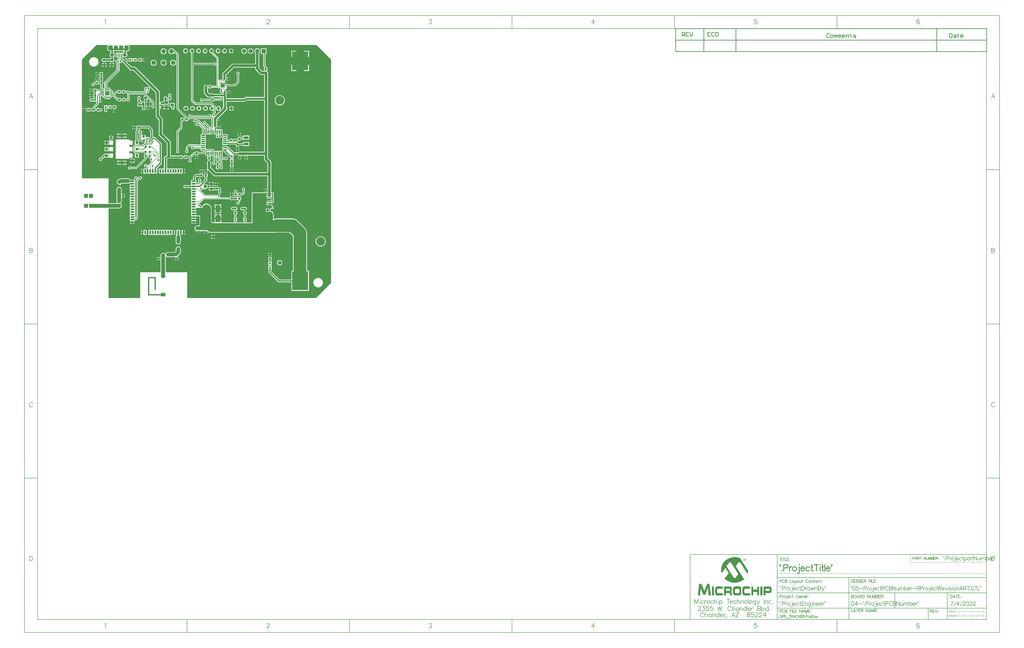
<source format=gtl>
G04*
G04 #@! TF.GenerationSoftware,Altium Limited,Altium Designer,22.6.1 (34)*
G04*
G04 Layer_Physical_Order=1*
G04 Layer_Color=255*
%FSLAX43Y43*%
%MOMM*%
G71*
G04*
G04 #@! TF.SameCoordinates,D55714FD-7612-40EE-B6C0-6C4E7D2459FC*
G04*
G04*
G04 #@! TF.FilePolarity,Positive*
G04*
G01*
G75*
%ADD10C,0.250*%
%ADD11C,0.200*%
%ADD12C,0.100*%
%ADD13C,0.254*%
%ADD14C,0.600*%
%ADD15C,0.127*%
%ADD16C,0.180*%
%ADD17C,0.178*%
%ADD18C,0.150*%
%ADD19C,0.350*%
%ADD22C,0.500*%
%ADD23O,1.600X0.500*%
%ADD24O,0.500X1.600*%
G04:AMPARAMS|DCode=25|XSize=0.9mm|YSize=0.8mm|CornerRadius=0.2mm|HoleSize=0mm|Usage=FLASHONLY|Rotation=90.000|XOffset=0mm|YOffset=0mm|HoleType=Round|Shape=RoundedRectangle|*
%AMROUNDEDRECTD25*
21,1,0.900,0.400,0,0,90.0*
21,1,0.500,0.800,0,0,90.0*
1,1,0.400,0.200,0.250*
1,1,0.400,0.200,-0.250*
1,1,0.400,-0.200,-0.250*
1,1,0.400,-0.200,0.250*
%
%ADD25ROUNDEDRECTD25*%
%ADD26R,6.350X7.340*%
%ADD27R,0.800X0.800*%
G04:AMPARAMS|DCode=28|XSize=0.9mm|YSize=0.8mm|CornerRadius=0.2mm|HoleSize=0mm|Usage=FLASHONLY|Rotation=0.000|XOffset=0mm|YOffset=0mm|HoleType=Round|Shape=RoundedRectangle|*
%AMROUNDEDRECTD28*
21,1,0.900,0.400,0,0,0.0*
21,1,0.500,0.800,0,0,0.0*
1,1,0.400,0.250,-0.200*
1,1,0.400,-0.250,-0.200*
1,1,0.400,-0.250,0.200*
1,1,0.400,0.250,0.200*
%
%ADD28ROUNDEDRECTD28*%
%ADD29R,0.800X0.800*%
%ADD30R,1.400X1.000*%
%ADD31R,1.000X1.400*%
%ADD32R,0.850X1.050*%
%ADD33R,1.100X1.000*%
%ADD34R,3.000X1.000*%
%ADD35R,1.540X1.540*%
%ADD36R,1.500X1.900*%
%ADD37R,0.400X1.350*%
%ADD38R,0.900X0.300*%
%ADD39R,0.300X0.900*%
%ADD40R,0.300X0.300*%
%ADD41R,1.900X1.110*%
%ADD42R,1.900X1.100*%
G04:AMPARAMS|DCode=43|XSize=1.6mm|YSize=0.6mm|CornerRadius=0.3mm|HoleSize=0mm|Usage=FLASHONLY|Rotation=180.000|XOffset=0mm|YOffset=0mm|HoleType=Round|Shape=RoundedRectangle|*
%AMROUNDEDRECTD43*
21,1,1.600,0.000,0,0,180.0*
21,1,1.000,0.600,0,0,180.0*
1,1,0.600,-0.500,0.000*
1,1,0.600,0.500,0.000*
1,1,0.600,0.500,0.000*
1,1,0.600,-0.500,0.000*
%
%ADD43ROUNDEDRECTD43*%
G04:AMPARAMS|DCode=44|XSize=1.6mm|YSize=0.6mm|CornerRadius=0.3mm|HoleSize=0mm|Usage=FLASHONLY|Rotation=270.000|XOffset=0mm|YOffset=0mm|HoleType=Round|Shape=RoundedRectangle|*
%AMROUNDEDRECTD44*
21,1,1.600,0.000,0,0,270.0*
21,1,1.000,0.600,0,0,270.0*
1,1,0.600,0.000,-0.500*
1,1,0.600,0.000,0.500*
1,1,0.600,0.000,0.500*
1,1,0.600,0.000,-0.500*
%
%ADD44ROUNDEDRECTD44*%
%ADD45R,0.250X0.350*%
%ADD46R,0.350X0.250*%
%ADD47R,1.800X1.000*%
%ADD48R,1.800X1.400*%
%ADD49R,2.000X2.800*%
%ADD50R,1.000X0.400*%
%ADD51R,1.600X0.600*%
%ADD52R,1.600X0.700*%
%ADD67R,1.800X1.800*%
%ADD83C,1.400*%
%ADD84C,1.200*%
%ADD88C,1.500*%
%ADD89C,0.700*%
G04:AMPARAMS|DCode=90|XSize=1.4mm|YSize=0.9mm|CornerRadius=0.225mm|HoleSize=0mm|Usage=FLASHONLY|Rotation=0.000|XOffset=0mm|YOffset=0mm|HoleType=Round|Shape=RoundedRectangle|*
%AMROUNDEDRECTD90*
21,1,1.400,0.450,0,0,0.0*
21,1,0.950,0.900,0,0,0.0*
1,1,0.450,0.475,-0.225*
1,1,0.450,-0.475,-0.225*
1,1,0.450,-0.475,0.225*
1,1,0.450,0.475,0.225*
%
%ADD90ROUNDEDRECTD90*%
%ADD91C,0.646*%
%ADD92R,0.500X0.400*%
%ADD93C,0.300*%
%ADD94C,1.000*%
%ADD95C,0.800*%
%ADD96C,0.400*%
%ADD97C,3.500*%
%ADD98C,5.000*%
%ADD99C,1.570*%
%ADD100C,3.450*%
%ADD101C,1.295*%
%ADD102P,1.402X8X22.5*%
%ADD103P,1.840X8X22.5*%
%ADD104C,1.450*%
%ADD105C,1.700*%
%ADD106R,1.700X1.700*%
%ADD107C,0.700*%
G36*
X18700Y63675D02*
X18200Y63675D01*
X18200Y64575D01*
X18700Y64575D01*
X18700Y63675D01*
X18700Y63675D02*
G37*
G36*
X11000Y63675D02*
X10500Y63675D01*
X10500Y64575D01*
X11000Y64575D01*
X11000Y63675D01*
X11000Y63675D02*
G37*
G36*
X18200Y63175D02*
X16900Y63175D01*
X16900Y65075D01*
X18200Y65075D01*
X18200Y63175D01*
X18200Y63175D02*
G37*
G36*
X12300Y63175D02*
X11000Y63175D01*
X11000Y65075D01*
X12300Y65075D01*
X12300Y63175D01*
X12300Y63175D02*
G37*
G36*
X97694Y59573D02*
X97694Y48225D01*
X97694Y-27773D01*
X91773Y-33694D01*
X41504Y-33694D01*
X41425Y-33600D01*
X41425Y-33567D01*
X41425Y-23600D01*
X33096Y-23600D01*
X33096Y-18263D01*
X33096Y-17419D01*
X33223Y-17375D01*
X33262Y-17426D01*
X33471Y-17587D01*
X33714Y-17687D01*
X33975Y-17722D01*
X36042Y-17722D01*
X36042Y-17724D01*
X36071Y-17722D01*
X36311Y-17722D01*
X36572Y-17687D01*
X36587Y-17681D01*
X36597Y-17680D01*
X36802Y-17631D01*
X36880Y-17743D01*
X36814Y-17841D01*
X36789Y-17969D01*
X37492Y-17969D01*
X38195Y-17969D01*
X38169Y-17841D01*
X38069Y-17691D01*
X37919Y-17591D01*
X37742Y-17556D01*
X37458Y-17556D01*
X37433Y-17429D01*
X37654Y-17337D01*
X37756Y-17275D01*
X37917Y-17242D01*
X38066Y-17143D01*
X38134Y-17042D01*
X38552Y-16684D01*
X38554Y-16685D01*
X38788Y-16380D01*
X38935Y-16024D01*
X38986Y-15642D01*
X38982Y-15642D01*
X38982Y-14575D01*
X38947Y-14314D01*
X38847Y-14071D01*
X38686Y-13862D01*
X38522Y-13736D01*
X38514Y-13636D01*
X38574Y-13562D01*
X38608Y-13530D01*
X38611Y-13530D01*
X38423Y-13341D01*
X38252Y-13341D01*
X38305Y-13394D01*
X38252Y-13521D01*
X37473Y-13521D01*
X37473Y-13700D01*
X37469Y-13701D01*
X37260Y-13862D01*
X37099Y-14071D01*
X36999Y-14314D01*
X36964Y-14575D01*
X36964Y-15392D01*
X36894Y-15449D01*
X36629Y-15591D01*
X36341Y-15678D01*
X36075Y-15705D01*
X33975Y-15705D01*
X33714Y-15739D01*
X33471Y-15840D01*
X33262Y-16000D01*
X33102Y-16209D01*
X33027Y-16390D01*
X32883Y-16411D01*
X32800Y-16303D01*
X32677Y-16208D01*
X32630Y-16139D01*
X32481Y-16039D01*
X32306Y-16004D01*
X31906Y-16004D01*
X31730Y-16039D01*
X31581Y-16139D01*
X31574Y-16149D01*
X31374Y-16303D01*
X31214Y-16512D01*
X31113Y-16755D01*
X31078Y-17016D01*
X31078Y-18263D01*
X31078Y-23600D01*
X23100Y-23600D01*
X23100Y-33567D01*
X23100Y-33600D01*
X23021Y-33694D01*
X10693Y-33694D01*
X10693Y1341D01*
X14875Y1341D01*
X15136Y1376D01*
X15379Y1477D01*
X15588Y1637D01*
X15748Y1846D01*
X15849Y2089D01*
X15884Y2350D01*
X15849Y2611D01*
X15748Y2854D01*
X15588Y3063D01*
X15446Y3173D01*
X15445Y3327D01*
X15587Y3436D01*
X15748Y3645D01*
X15848Y3888D01*
X15883Y4150D01*
X15883Y5674D01*
X16010Y5742D01*
X16050Y5715D01*
X16177Y5690D01*
X16177Y6393D01*
X16177Y7096D01*
X16050Y7070D01*
X15995Y7033D01*
X15868Y7101D01*
X15868Y8712D01*
X15833Y8973D01*
X15733Y9217D01*
X15572Y9425D01*
X15449Y9520D01*
X15443Y9596D01*
X15458Y9626D01*
X15532Y9694D01*
X15324Y9902D01*
X15153Y9902D01*
X15206Y9849D01*
X15154Y9722D01*
X14374Y9722D01*
X14374Y9594D01*
X14355Y9586D01*
X14146Y9425D01*
X13986Y9217D01*
X13885Y8973D01*
X13850Y8712D01*
X13850Y6367D01*
X13866Y6252D01*
X13866Y4150D01*
X13900Y3888D01*
X14001Y3645D01*
X14123Y3486D01*
X14061Y3359D01*
X10693Y3359D01*
X10693Y13137D01*
X306Y13137D01*
X306Y59573D01*
X6052Y65319D01*
X10529Y65319D01*
X10572Y65192D01*
X10465Y65110D01*
X10345Y64953D01*
X10269Y64771D01*
X10244Y64575D01*
X10245Y64563D01*
X10245Y63687D01*
X10244Y63675D01*
X10269Y63479D01*
X10345Y63297D01*
X10465Y63140D01*
X10622Y63020D01*
X10804Y62944D01*
X11000Y62919D01*
X11012Y62920D01*
X11539Y62920D01*
X11539Y62227D01*
X11501Y62205D01*
X11320Y62024D01*
X11191Y61801D01*
X11125Y61553D01*
X11125Y61297D01*
X11191Y61049D01*
X11320Y60826D01*
X11501Y60645D01*
X11539Y60623D01*
X11539Y60130D01*
X11509Y60130D01*
X11324Y60094D01*
X11167Y59989D01*
X11162Y59982D01*
X9881Y59982D01*
X9745Y60072D01*
X9560Y60109D01*
X8610Y60109D01*
X8424Y60072D01*
X8267Y59967D01*
X8162Y59810D01*
X8125Y59625D01*
X8125Y59175D01*
X8162Y58990D01*
X8267Y58833D01*
X8424Y58728D01*
X8610Y58691D01*
X9560Y58691D01*
X9745Y58728D01*
X9902Y58833D01*
X9921Y58860D01*
X11162Y58860D01*
X11167Y58854D01*
X11324Y58749D01*
X11509Y58712D01*
X12459Y58712D01*
X12644Y58749D01*
X12802Y58854D01*
X12907Y59011D01*
X12943Y59196D01*
X12943Y59646D01*
X12907Y59831D01*
X12802Y59989D01*
X12661Y60083D01*
X12661Y60577D01*
X12719Y60617D01*
X12846Y60551D01*
X12846Y60496D01*
X13050Y60496D01*
X13050Y61203D01*
X13075Y61297D01*
X13075Y61425D01*
X13075Y61553D01*
X13050Y61647D01*
X13050Y62354D01*
X12846Y62354D01*
X12846Y62299D01*
X12719Y62233D01*
X12661Y62273D01*
X12661Y62925D01*
X14473Y62925D01*
X14600Y62925D01*
X14600Y62925D01*
X14600Y62925D01*
X14600Y62925D01*
X16590Y62925D01*
X16611Y62920D01*
X16620Y62912D01*
X16681Y62802D01*
X16582Y62654D01*
X16539Y62440D01*
X16539Y62265D01*
X16477Y62221D01*
X16350Y62282D01*
X16350Y62350D01*
X13754Y62350D01*
X13754Y62354D01*
X13550Y62354D01*
X13550Y62350D01*
X13500Y62350D01*
X13500Y61425D01*
X13500Y60500D01*
X13550Y60500D01*
X13550Y60496D01*
X13754Y60496D01*
X13754Y60500D01*
X14275Y60500D01*
X14275Y59534D01*
X14169Y59464D01*
X14072Y59504D01*
X13833Y59504D01*
X13613Y59413D01*
X13444Y59244D01*
X13353Y59023D01*
X13353Y58785D01*
X13444Y58564D01*
X13613Y58395D01*
X13732Y58346D01*
X13732Y55557D01*
X9168Y50992D01*
X9085Y50868D01*
X9056Y50722D01*
X9056Y48626D01*
X9038Y48626D01*
X9038Y48269D01*
X8921Y48221D01*
X8328Y48813D01*
X8328Y49827D01*
X8445Y49905D01*
X8545Y50054D01*
X8579Y50229D01*
X8579Y50729D01*
X8545Y50905D01*
X8445Y51054D01*
X8430Y51064D01*
X8430Y51591D01*
X8454Y51626D01*
X8489Y51801D01*
X8489Y52301D01*
X8454Y52477D01*
X8430Y52511D01*
X8430Y52744D01*
X8492Y52893D01*
X8492Y53132D01*
X8430Y53281D01*
X8430Y53438D01*
X8516Y53567D01*
X8551Y53742D01*
X8551Y54242D01*
X8516Y54418D01*
X8417Y54567D01*
X8268Y54666D01*
X8092Y54701D01*
X7692Y54701D01*
X7517Y54666D01*
X7368Y54567D01*
X7268Y54418D01*
X7233Y54242D01*
X7233Y53742D01*
X7268Y53567D01*
X7368Y53418D01*
X7384Y53353D01*
X7292Y53132D01*
X7292Y52893D01*
X7382Y52677D01*
X7305Y52626D01*
X7206Y52477D01*
X7171Y52301D01*
X7171Y51801D01*
X7206Y51626D01*
X7305Y51477D01*
X7411Y51406D01*
X7411Y51064D01*
X7396Y51054D01*
X7297Y50905D01*
X7262Y50729D01*
X7262Y50229D01*
X7297Y50054D01*
X7396Y49905D01*
X7513Y49827D01*
X7513Y48644D01*
X7513Y48644D01*
X7544Y48488D01*
X7632Y48355D01*
X8336Y47652D01*
X8287Y47534D01*
X7850Y47534D01*
X7502Y47882D01*
X7370Y47971D01*
X7214Y48002D01*
X7214Y48002D01*
X6096Y48002D01*
X6092Y48019D01*
X5993Y48168D01*
X5844Y48268D01*
X5668Y48303D01*
X5268Y48303D01*
X5093Y48268D01*
X4944Y48168D01*
X4844Y48019D01*
X4809Y47844D01*
X4809Y47344D01*
X4844Y47168D01*
X4944Y47019D01*
X4958Y47010D01*
X4958Y46127D01*
X4910Y46095D01*
X4811Y45946D01*
X4776Y45770D01*
X4776Y45270D01*
X4811Y45095D01*
X4910Y44946D01*
X4925Y44936D01*
X4925Y44244D01*
X4238Y44244D01*
X4208Y44274D01*
X3988Y44365D01*
X3749Y44365D01*
X3528Y44274D01*
X3360Y44105D01*
X3268Y43884D01*
X3268Y43646D01*
X3360Y43425D01*
X3528Y43256D01*
X3749Y43165D01*
X3988Y43165D01*
X4131Y43225D01*
X5048Y43225D01*
X5078Y43195D01*
X5298Y43104D01*
X5537Y43104D01*
X5758Y43195D01*
X5891Y43328D01*
X6018Y43278D01*
X6018Y42487D01*
X4686Y41155D01*
X4597Y41022D01*
X4566Y40866D01*
X4566Y40866D01*
X4566Y40630D01*
X4450Y40552D01*
X4406Y40488D01*
X3367Y40488D01*
X3323Y40552D01*
X3175Y40652D01*
X2999Y40687D01*
X2599Y40687D01*
X2423Y40652D01*
X2275Y40552D01*
X2175Y40403D01*
X2140Y40228D01*
X2140Y39728D01*
X2175Y39552D01*
X2275Y39403D01*
X2423Y39304D01*
X2599Y39269D01*
X2999Y39269D01*
X3175Y39304D01*
X3323Y39403D01*
X3367Y39468D01*
X4406Y39468D01*
X4450Y39403D01*
X4598Y39304D01*
X4774Y39269D01*
X5174Y39269D01*
X5350Y39304D01*
X5498Y39403D01*
X5598Y39552D01*
X5633Y39728D01*
X5633Y40228D01*
X5598Y40403D01*
X5498Y40552D01*
X5437Y40593D01*
X5426Y40741D01*
X6714Y42029D01*
X6802Y42162D01*
X6833Y42318D01*
X6833Y42318D01*
X6833Y42776D01*
X6960Y42848D01*
X7124Y42780D01*
X7363Y42780D01*
X7584Y42871D01*
X7752Y43040D01*
X7844Y43261D01*
X7844Y43499D01*
X7752Y43720D01*
X7660Y43812D01*
X7660Y45307D01*
X7821Y45468D01*
X7938Y45419D01*
X7938Y45226D01*
X8538Y45226D01*
X8538Y44726D01*
X9034Y44726D01*
X9034Y44122D01*
X9188Y44122D01*
X9188Y44726D01*
X9338Y44726D01*
X9338Y44826D01*
X9538Y44826D01*
X9538Y44126D01*
X9688Y44126D01*
X9688Y44122D01*
X9842Y44122D01*
X9842Y44126D01*
X11338Y44126D01*
X11338Y44726D01*
X11838Y44726D01*
X11838Y45219D01*
X12515Y45219D01*
X14134Y43600D01*
X14134Y43600D01*
X14266Y43512D01*
X14420Y43481D01*
X14423Y43463D01*
X14523Y43314D01*
X14672Y43214D01*
X14847Y43179D01*
X15247Y43179D01*
X15423Y43214D01*
X15572Y43314D01*
X15671Y43463D01*
X15706Y43638D01*
X15706Y44138D01*
X15671Y44314D01*
X15572Y44463D01*
X15423Y44562D01*
X15247Y44597D01*
X14847Y44597D01*
X14672Y44562D01*
X14523Y44463D01*
X14434Y44454D01*
X13213Y45675D01*
X13229Y45838D01*
X13255Y45856D01*
X14004Y46605D01*
X14314Y46605D01*
X14322Y46562D01*
X14422Y46413D01*
X14571Y46313D01*
X14746Y46278D01*
X15146Y46278D01*
X15322Y46313D01*
X15471Y46413D01*
X15570Y46562D01*
X15605Y46737D01*
X15605Y47237D01*
X15570Y47413D01*
X15471Y47562D01*
X15322Y47661D01*
X15146Y47696D01*
X14746Y47696D01*
X14571Y47661D01*
X14422Y47562D01*
X14322Y47413D01*
X14314Y47369D01*
X13846Y47369D01*
X13699Y47340D01*
X13575Y47257D01*
X12827Y46509D01*
X12438Y46509D01*
X12438Y47526D01*
X11838Y47526D01*
X11838Y48026D01*
X11338Y48026D01*
X11338Y48626D01*
X10842Y48626D01*
X10842Y48630D01*
X10320Y48630D01*
X10320Y50357D01*
X14927Y54964D01*
X15010Y55088D01*
X15039Y55234D01*
X15039Y58252D01*
X15145Y58323D01*
X15243Y58282D01*
X15481Y58282D01*
X15702Y58374D01*
X15871Y58542D01*
X15962Y58763D01*
X15962Y58789D01*
X16079Y58837D01*
X16232Y58685D01*
X16232Y58615D01*
X16323Y58394D01*
X16492Y58225D01*
X16710Y58135D01*
X16976Y57869D01*
X17066Y57651D01*
X17235Y57483D01*
X17329Y57443D01*
X17748Y57025D01*
X17749Y57017D01*
X17882Y56819D01*
X18252Y56449D01*
X18273Y56397D01*
X18377Y56261D01*
X18769Y55870D01*
X18844Y55689D01*
X18964Y55532D01*
X19121Y55412D01*
X19303Y55336D01*
X19499Y55310D01*
X20438Y55310D01*
X29210Y46538D01*
X29210Y37470D01*
X29236Y37274D01*
X29311Y37091D01*
X29432Y36935D01*
X30369Y35997D01*
X30369Y30286D01*
X30395Y30091D01*
X30470Y29908D01*
X30591Y29751D01*
X33530Y26812D01*
X33530Y22016D01*
X33351Y22016D01*
X33137Y21973D01*
X32955Y21852D01*
X32603Y21500D01*
X32482Y21318D01*
X32439Y21104D01*
X32439Y17021D01*
X32312Y16953D01*
X32215Y17018D01*
X32000Y17061D01*
X31785Y17018D01*
X31603Y16897D01*
X31563Y16837D01*
X31437Y16837D01*
X31397Y16897D01*
X31215Y17018D01*
X31000Y17061D01*
X30785Y17018D01*
X30603Y16897D01*
X30566Y16840D01*
X30439Y16840D01*
X30399Y16899D01*
X30250Y16999D01*
X30250Y16000D01*
X30250Y15001D01*
X30399Y15101D01*
X30439Y15160D01*
X30566Y15160D01*
X30603Y15103D01*
X30785Y14982D01*
X31000Y14939D01*
X31215Y14982D01*
X31397Y15103D01*
X31437Y15163D01*
X31563Y15163D01*
X31603Y15103D01*
X31785Y14982D01*
X32000Y14939D01*
X32215Y14982D01*
X32397Y15103D01*
X32437Y15163D01*
X32563Y15163D01*
X32603Y15103D01*
X32785Y14982D01*
X33000Y14939D01*
X33215Y14982D01*
X33397Y15103D01*
X33437Y15163D01*
X33563Y15163D01*
X33603Y15103D01*
X33785Y14982D01*
X34000Y14939D01*
X34215Y14982D01*
X34397Y15103D01*
X34437Y15163D01*
X34563Y15163D01*
X34603Y15103D01*
X34785Y14982D01*
X35000Y14939D01*
X35215Y14982D01*
X35397Y15103D01*
X35437Y15163D01*
X35563Y15163D01*
X35603Y15103D01*
X35785Y14982D01*
X36000Y14939D01*
X36215Y14982D01*
X36397Y15103D01*
X36437Y15163D01*
X36563Y15163D01*
X36603Y15103D01*
X36785Y14982D01*
X37000Y14939D01*
X37215Y14982D01*
X37397Y15103D01*
X37437Y15163D01*
X37563Y15163D01*
X37603Y15103D01*
X37785Y14982D01*
X38000Y14939D01*
X38215Y14982D01*
X38397Y15103D01*
X38437Y15163D01*
X38563Y15163D01*
X38603Y15103D01*
X38785Y14982D01*
X39000Y14939D01*
X39215Y14982D01*
X39397Y15103D01*
X39434Y15160D01*
X39561Y15160D01*
X39601Y15101D01*
X39750Y15001D01*
X39750Y16000D01*
X39750Y16999D01*
X39601Y16899D01*
X39561Y16840D01*
X39434Y16840D01*
X39397Y16897D01*
X39215Y17018D01*
X39000Y17061D01*
X38785Y17018D01*
X38603Y16897D01*
X38563Y16837D01*
X38437Y16837D01*
X38397Y16897D01*
X38215Y17018D01*
X38000Y17061D01*
X37785Y17018D01*
X37603Y16897D01*
X37563Y16837D01*
X37437Y16837D01*
X37397Y16897D01*
X37215Y17018D01*
X37000Y17061D01*
X36785Y17018D01*
X36603Y16897D01*
X36563Y16837D01*
X36437Y16837D01*
X36397Y16897D01*
X36215Y17018D01*
X36000Y17061D01*
X35785Y17018D01*
X35603Y16897D01*
X35563Y16837D01*
X35437Y16837D01*
X35397Y16897D01*
X35215Y17018D01*
X35000Y17061D01*
X34785Y17018D01*
X34603Y16897D01*
X34563Y16837D01*
X34437Y16837D01*
X34397Y16897D01*
X34215Y17018D01*
X34000Y17061D01*
X33785Y17018D01*
X33688Y16953D01*
X33561Y17021D01*
X33561Y20872D01*
X33584Y20895D01*
X38666Y20895D01*
X38676Y20881D01*
X38824Y20781D01*
X39000Y20747D01*
X39400Y20747D01*
X39576Y20781D01*
X39724Y20881D01*
X39824Y21030D01*
X39859Y21205D01*
X39859Y21705D01*
X39824Y21881D01*
X39724Y22030D01*
X39576Y22129D01*
X39400Y22164D01*
X39000Y22164D01*
X38824Y22129D01*
X38676Y22030D01*
X38666Y22016D01*
X35043Y22016D01*
X35043Y27126D01*
X35017Y27321D01*
X34941Y27504D01*
X34821Y27661D01*
X31882Y30600D01*
X31882Y36311D01*
X31856Y36507D01*
X31781Y36689D01*
X31660Y36846D01*
X30723Y37783D01*
X30723Y40624D01*
X30850Y40636D01*
X30872Y40525D01*
X30972Y40375D01*
X31123Y40275D01*
X31300Y40239D01*
X31300Y40902D01*
X31300Y41565D01*
X31123Y41530D01*
X30972Y41430D01*
X30872Y41280D01*
X30850Y41169D01*
X30723Y41181D01*
X30723Y42244D01*
X30850Y42257D01*
X30876Y42127D01*
X30975Y41978D01*
X31124Y41879D01*
X31300Y41844D01*
X31800Y41844D01*
X31975Y41879D01*
X32022Y41910D01*
X32252Y41910D01*
X32486Y41956D01*
X32579Y42018D01*
X34257Y42018D01*
X34257Y43518D01*
X33597Y43518D01*
X33597Y43989D01*
X33609Y44007D01*
X33644Y44183D01*
X33644Y44683D01*
X33609Y44858D01*
X33509Y45007D01*
X33361Y45107D01*
X33185Y45142D01*
X32785Y45142D01*
X32609Y45107D01*
X32461Y45007D01*
X32361Y44858D01*
X32326Y44683D01*
X32326Y44183D01*
X32361Y44007D01*
X32373Y43989D01*
X32373Y43518D01*
X32357Y43518D01*
X32357Y43352D01*
X32265Y43333D01*
X32066Y43201D01*
X31999Y43133D01*
X31940Y43133D01*
X31800Y43161D01*
X31300Y43161D01*
X31124Y43126D01*
X30975Y43027D01*
X30876Y42878D01*
X30850Y42748D01*
X30723Y42761D01*
X30723Y46851D01*
X30723Y46851D01*
X30710Y46949D01*
X30697Y47047D01*
X30622Y47230D01*
X30502Y47386D01*
X21286Y56602D01*
X21129Y56722D01*
X20947Y56798D01*
X20751Y56823D01*
X19670Y56823D01*
X19305Y57188D01*
X19169Y57293D01*
X19117Y57314D01*
X18747Y57684D01*
X18549Y57816D01*
X18541Y57818D01*
X18122Y58236D01*
X18083Y58331D01*
X17914Y58500D01*
X17697Y58590D01*
X17533Y58754D01*
X17728Y58949D01*
X18700Y58949D01*
X18700Y58809D01*
X20000Y58809D01*
X20000Y60109D01*
X18700Y60109D01*
X18700Y59969D01*
X17516Y59969D01*
X17321Y59930D01*
X17156Y59819D01*
X16776Y59439D01*
X16359Y59856D01*
X16359Y60621D01*
X16476Y60670D01*
X16501Y60645D01*
X16724Y60516D01*
X16972Y60450D01*
X17228Y60450D01*
X17476Y60516D01*
X17699Y60645D01*
X17880Y60826D01*
X18009Y61049D01*
X18075Y61297D01*
X18075Y61553D01*
X18009Y61801D01*
X17880Y62024D01*
X17699Y62205D01*
X17694Y62241D01*
X17768Y62315D01*
X17890Y62497D01*
X17933Y62712D01*
X17933Y62920D01*
X18188Y62920D01*
X18200Y62919D01*
X18396Y62944D01*
X18578Y63020D01*
X18735Y63140D01*
X18855Y63297D01*
X18931Y63479D01*
X18956Y63675D01*
X18955Y63687D01*
X18955Y64563D01*
X18956Y64575D01*
X18931Y64771D01*
X18855Y64953D01*
X18735Y65110D01*
X18628Y65192D01*
X18671Y65319D01*
X91948Y65319D01*
X97694Y59573D01*
X97694Y59573D02*
G37*
G36*
X259352Y-135547D02*
X259440Y-135573D01*
X259542Y-135611D01*
X259631Y-135674D01*
X259720Y-135776D01*
X259783Y-135903D01*
X259809Y-135992D01*
X259809Y-136081D01*
X259809Y-136106D01*
X259796Y-136170D01*
X259783Y-136259D01*
X259745Y-136373D01*
X259682Y-136474D01*
X259580Y-136563D01*
X259440Y-136640D01*
X259364Y-136652D01*
X259263Y-136665D01*
X259225Y-136665D01*
X259174Y-136652D01*
X259123Y-136640D01*
X258983Y-136589D01*
X258907Y-136551D01*
X258844Y-136500D01*
X258831Y-136487D01*
X258818Y-136462D01*
X258793Y-136436D01*
X258767Y-136386D01*
X258704Y-136246D01*
X258691Y-136170D01*
X258678Y-136081D01*
X258678Y-136068D01*
X258678Y-136043D01*
X258691Y-136005D01*
X258704Y-135941D01*
X258755Y-135827D01*
X258805Y-135763D01*
X258856Y-135700D01*
X258869Y-135687D01*
X258882Y-135674D01*
X258920Y-135649D01*
X258971Y-135611D01*
X259098Y-135560D01*
X259174Y-135547D01*
X259263Y-135535D01*
X259288Y-135535D01*
X259352Y-135547D01*
X259352Y-135547D02*
G37*
G36*
X255732Y-135052D02*
X255859Y-135065D01*
X255986Y-135077D01*
X256138Y-135090D01*
X256456Y-135141D01*
X256799Y-135217D01*
X257154Y-135319D01*
X257510Y-135458D01*
X260685Y-140500D01*
X260685Y-140513D01*
X260685Y-140538D01*
X260672Y-140589D01*
X260672Y-140653D01*
X260660Y-140742D01*
X260647Y-140831D01*
X260596Y-141046D01*
X260596Y-141059D01*
X260583Y-141097D01*
X260571Y-141161D01*
X260558Y-141237D01*
X260533Y-141326D01*
X260495Y-141427D01*
X260431Y-141669D01*
X257675Y-137363D01*
X257662Y-137351D01*
X257637Y-137313D01*
X257586Y-137262D01*
X257535Y-137198D01*
X257459Y-137135D01*
X257370Y-137084D01*
X257281Y-137046D01*
X257180Y-137033D01*
X257142Y-137033D01*
X257091Y-137046D01*
X257027Y-137071D01*
X256964Y-137109D01*
X256888Y-137173D01*
X256799Y-137249D01*
X256723Y-137351D01*
X255808Y-138608D01*
X259034Y-143713D01*
X259021Y-143726D01*
X258958Y-143777D01*
X258882Y-143840D01*
X258755Y-143929D01*
X258615Y-144031D01*
X258437Y-144145D01*
X258221Y-144272D01*
X257993Y-144399D01*
X257726Y-144526D01*
X257447Y-144653D01*
X257142Y-144768D01*
X256812Y-144869D01*
X256456Y-144958D01*
X256088Y-145022D01*
X255707Y-145072D01*
X255300Y-145085D01*
X255199Y-145085D01*
X255084Y-145072D01*
X254932Y-145060D01*
X254741Y-145034D01*
X254513Y-144996D01*
X254259Y-144945D01*
X253992Y-144882D01*
X253700Y-144793D01*
X253383Y-144679D01*
X253065Y-144552D01*
X252748Y-144387D01*
X252417Y-144196D01*
X252087Y-143980D01*
X251770Y-143726D01*
X251465Y-143434D01*
X252836Y-141542D01*
X252849Y-141529D01*
X252875Y-141478D01*
X252887Y-141440D01*
X252900Y-141389D01*
X252925Y-141313D01*
X252938Y-141237D01*
X252938Y-141224D01*
X252938Y-141212D01*
X252925Y-141135D01*
X252875Y-141008D01*
X252836Y-140932D01*
X252786Y-140856D01*
X251770Y-139268D01*
X250258Y-141364D01*
X250258Y-141351D01*
X250246Y-141339D01*
X250246Y-141300D01*
X250233Y-141250D01*
X250208Y-141123D01*
X250169Y-140958D01*
X250131Y-140742D01*
X250106Y-140513D01*
X250093Y-140259D01*
X250081Y-139980D01*
X250081Y-139954D01*
X250081Y-139891D01*
X250093Y-139789D01*
X250106Y-139649D01*
X250131Y-139484D01*
X250157Y-139281D01*
X250208Y-139065D01*
X250258Y-138824D01*
X250335Y-138557D01*
X250436Y-138291D01*
X250550Y-138011D01*
X250690Y-137719D01*
X250855Y-137440D01*
X251046Y-137148D01*
X251274Y-136868D01*
X251528Y-136589D01*
X251541Y-136576D01*
X251605Y-136525D01*
X251693Y-136449D01*
X251808Y-136347D01*
X251960Y-136233D01*
X252138Y-136093D01*
X252354Y-135954D01*
X252595Y-135814D01*
X252875Y-135674D01*
X253167Y-135535D01*
X253484Y-135395D01*
X253827Y-135281D01*
X254208Y-135179D01*
X254589Y-135103D01*
X255008Y-135052D01*
X255440Y-135039D01*
X255630Y-135039D01*
X255732Y-135052D01*
X255732Y-135052D02*
G37*
G36*
X260990Y-146520D02*
X261066Y-146520D01*
X261117Y-146533D01*
X261130Y-146533D01*
X261155Y-146546D01*
X261206Y-146571D01*
X261257Y-146596D01*
X261307Y-146647D01*
X261358Y-146698D01*
X261409Y-146774D01*
X261434Y-146876D01*
X261434Y-146888D01*
X261434Y-146914D01*
X261447Y-146952D01*
X261447Y-147015D01*
X261447Y-147092D01*
X261460Y-147181D01*
X261460Y-147295D01*
X261460Y-147435D01*
X259580Y-147384D01*
X259567Y-147384D01*
X259517Y-147396D01*
X259440Y-147422D01*
X259364Y-147460D01*
X259275Y-147549D01*
X259212Y-147676D01*
X259174Y-147752D01*
X259161Y-147854D01*
X259136Y-147955D01*
X259136Y-148082D01*
X259136Y-148463D01*
X259136Y-148476D01*
X259136Y-148489D01*
X259148Y-148565D01*
X259161Y-148679D01*
X259186Y-148806D01*
X259237Y-148933D01*
X259313Y-149047D01*
X259415Y-149124D01*
X259479Y-149136D01*
X259555Y-149149D01*
X261485Y-149149D01*
X261485Y-149174D01*
X261485Y-149238D01*
X261485Y-149327D01*
X261472Y-149441D01*
X261460Y-149568D01*
X261447Y-149682D01*
X261422Y-149771D01*
X261384Y-149848D01*
X261384Y-149860D01*
X261358Y-149873D01*
X261320Y-149898D01*
X261257Y-149936D01*
X261168Y-149975D01*
X261053Y-150000D01*
X260914Y-150013D01*
X260736Y-150025D01*
X259339Y-150025D01*
X259225Y-150000D01*
X259085Y-149975D01*
X258932Y-149936D01*
X258793Y-149873D01*
X258653Y-149784D01*
X258551Y-149657D01*
X258551Y-149644D01*
X258526Y-149606D01*
X258501Y-149543D01*
X258475Y-149441D01*
X258450Y-149327D01*
X258424Y-149174D01*
X258412Y-148997D01*
X258399Y-148793D01*
X258399Y-147765D01*
X258399Y-147752D01*
X258399Y-147727D01*
X258399Y-147676D01*
X258412Y-147625D01*
X258424Y-147473D01*
X258450Y-147295D01*
X258501Y-147104D01*
X258577Y-146914D01*
X258678Y-146761D01*
X258742Y-146685D01*
X258818Y-146634D01*
X258831Y-146634D01*
X258856Y-146609D01*
X258907Y-146596D01*
X258971Y-146571D01*
X259059Y-146546D01*
X259161Y-146533D01*
X259288Y-146507D01*
X260825Y-146507D01*
X260990Y-146520D01*
X260990Y-146520D02*
G37*
G36*
X264914Y-150000D02*
X264178Y-150000D01*
X264178Y-148692D01*
X262628Y-148692D01*
X262628Y-150000D01*
X261942Y-150000D01*
X261942Y-146533D01*
X262628Y-146533D01*
X262628Y-147765D01*
X264178Y-147765D01*
X264178Y-146533D01*
X264914Y-146533D01*
X264914Y-150000D01*
X264914Y-150000D02*
G37*
G36*
X245216Y-145415D02*
X245280Y-145428D01*
X245356Y-145466D01*
X245432Y-145530D01*
X245509Y-145631D01*
X245559Y-145758D01*
X245597Y-145936D01*
X246067Y-150000D01*
X245204Y-150000D01*
X244962Y-147079D01*
X244937Y-147079D01*
X244048Y-149428D01*
X244035Y-149441D01*
X244023Y-149492D01*
X243985Y-149543D01*
X243934Y-149619D01*
X243858Y-149682D01*
X243769Y-149746D01*
X243667Y-149797D01*
X243540Y-149809D01*
X243527Y-149809D01*
X243477Y-149797D01*
X243413Y-149784D01*
X243324Y-149759D01*
X243235Y-149721D01*
X243146Y-149644D01*
X243057Y-149555D01*
X242994Y-149428D01*
X242118Y-147117D01*
X242105Y-147117D01*
X241851Y-150000D01*
X241000Y-150000D01*
X241445Y-145898D01*
X241445Y-145872D01*
X241457Y-145822D01*
X241483Y-145745D01*
X241521Y-145644D01*
X241584Y-145555D01*
X241660Y-145479D01*
X241775Y-145428D01*
X241902Y-145403D01*
X241927Y-145403D01*
X241978Y-145415D01*
X242054Y-145428D01*
X242156Y-145453D01*
X242257Y-145517D01*
X242359Y-145593D01*
X242461Y-145707D01*
X242537Y-145860D01*
X243527Y-148374D01*
X243540Y-148374D01*
X244531Y-145860D01*
X244543Y-145834D01*
X244569Y-145784D01*
X244607Y-145720D01*
X244670Y-145631D01*
X244759Y-145542D01*
X244874Y-145479D01*
X245001Y-145428D01*
X245153Y-145403D01*
X245166Y-145403D01*
X245216Y-145415D01*
X245216Y-145415D02*
G37*
G36*
X269042Y-146546D02*
X269156Y-146558D01*
X269296Y-146609D01*
X269435Y-146673D01*
X269562Y-146774D01*
X269677Y-146927D01*
X269715Y-147015D01*
X269753Y-147117D01*
X269753Y-147130D01*
X269766Y-147155D01*
X269766Y-147219D01*
X269778Y-147282D01*
X269791Y-147371D01*
X269791Y-147473D01*
X269804Y-147600D01*
X269804Y-147727D01*
X269804Y-148006D01*
X269804Y-148019D01*
X269804Y-148031D01*
X269804Y-148108D01*
X269791Y-148209D01*
X269778Y-148349D01*
X269753Y-148489D01*
X269715Y-148641D01*
X269664Y-148781D01*
X269600Y-148895D01*
X269588Y-148908D01*
X269575Y-148933D01*
X269537Y-148971D01*
X269486Y-149009D01*
X269410Y-149047D01*
X269334Y-149086D01*
X269245Y-149111D01*
X269131Y-149124D01*
X267416Y-149124D01*
X267416Y-150000D01*
X266692Y-150000D01*
X266692Y-146533D01*
X268965Y-146533D01*
X269042Y-146546D01*
X269042Y-146546D02*
G37*
G36*
X266235Y-150000D02*
X265422Y-150000D01*
X265422Y-146533D01*
X266235Y-146533D01*
X266235Y-150000D01*
X266235Y-150000D02*
G37*
G36*
X253725Y-146546D02*
X253840Y-146584D01*
X253967Y-146660D01*
X254030Y-146711D01*
X254094Y-146787D01*
X254157Y-146863D01*
X254208Y-146965D01*
X254246Y-147079D01*
X254284Y-147219D01*
X254297Y-147384D01*
X254310Y-147562D01*
X254310Y-147777D01*
X254310Y-147790D01*
X254310Y-147803D01*
X254310Y-147841D01*
X254310Y-147892D01*
X254284Y-148019D01*
X254259Y-148158D01*
X254208Y-148311D01*
X254145Y-148451D01*
X254043Y-148565D01*
X253979Y-148616D01*
X253916Y-148641D01*
X253916Y-148654D01*
X253929Y-148654D01*
X253979Y-148679D01*
X254043Y-148730D01*
X254119Y-148793D01*
X254183Y-148895D01*
X254246Y-149022D01*
X254297Y-149200D01*
X254310Y-149314D01*
X254310Y-149428D01*
X254310Y-150000D01*
X253573Y-150000D01*
X253573Y-149594D01*
X253573Y-149581D01*
X253573Y-149543D01*
X253573Y-149492D01*
X253573Y-149441D01*
X253560Y-149314D01*
X253560Y-149263D01*
X253548Y-149225D01*
X253535Y-149200D01*
X253497Y-149162D01*
X253408Y-149124D01*
X253294Y-149098D01*
X252011Y-149098D01*
X252011Y-150000D01*
X251274Y-150000D01*
X251274Y-146533D01*
X253649Y-146533D01*
X253725Y-146546D01*
X253725Y-146546D02*
G37*
G36*
X247312Y-150000D02*
X246499Y-150000D01*
X246499Y-146533D01*
X247312Y-146533D01*
X247312Y-150000D01*
X247312Y-150000D02*
G37*
G36*
X257154Y-146520D02*
X257281Y-146546D01*
X257421Y-146584D01*
X257561Y-146634D01*
X257675Y-146711D01*
X257777Y-146812D01*
X257789Y-146825D01*
X257815Y-146863D01*
X257840Y-146939D01*
X257891Y-147041D01*
X257929Y-147181D01*
X257954Y-147333D01*
X257980Y-147523D01*
X257993Y-147752D01*
X257993Y-148781D01*
X257993Y-148793D01*
X257993Y-148819D01*
X257993Y-148870D01*
X257980Y-148933D01*
X257967Y-149098D01*
X257929Y-149289D01*
X257866Y-149492D01*
X257777Y-149682D01*
X257650Y-149848D01*
X257574Y-149911D01*
X257485Y-149962D01*
X257472Y-149962D01*
X257447Y-149975D01*
X257408Y-149987D01*
X257345Y-149987D01*
X257269Y-150000D01*
X257180Y-150013D01*
X257066Y-150025D01*
X255694Y-150025D01*
X255592Y-150013D01*
X255453Y-149987D01*
X255313Y-149949D01*
X255173Y-149886D01*
X255034Y-149809D01*
X254932Y-149695D01*
X254919Y-149682D01*
X254907Y-149644D01*
X254868Y-149568D01*
X254843Y-149467D01*
X254805Y-149340D01*
X254767Y-149187D01*
X254754Y-148997D01*
X254741Y-148781D01*
X254741Y-147752D01*
X254741Y-147739D01*
X254741Y-147701D01*
X254741Y-147650D01*
X254754Y-147587D01*
X254754Y-147511D01*
X254780Y-147409D01*
X254818Y-147206D01*
X254894Y-147003D01*
X254995Y-146800D01*
X255059Y-146723D01*
X255148Y-146647D01*
X255237Y-146584D01*
X255338Y-146546D01*
X255351Y-146546D01*
X255376Y-146533D01*
X255415Y-146533D01*
X255465Y-146520D01*
X255529Y-146520D01*
X255605Y-146507D01*
X257053Y-146507D01*
X257154Y-146520D01*
X257154Y-146520D02*
G37*
G36*
X250081Y-146520D02*
X250258Y-146520D01*
X250411Y-146533D01*
X250487Y-146546D01*
X250538Y-146558D01*
X250589Y-146571D01*
X250614Y-146584D01*
X250627Y-146584D01*
X250639Y-146609D01*
X250677Y-146660D01*
X250716Y-146723D01*
X250741Y-146825D01*
X250779Y-146965D01*
X250792Y-147155D01*
X250804Y-147257D01*
X250804Y-147384D01*
X248912Y-147384D01*
X248823Y-147396D01*
X248722Y-147447D01*
X248671Y-147473D01*
X248620Y-147523D01*
X248620Y-147536D01*
X248607Y-147549D01*
X248582Y-147587D01*
X248569Y-147650D01*
X248544Y-147727D01*
X248518Y-147816D01*
X248506Y-147943D01*
X248506Y-148082D01*
X248506Y-148463D01*
X248506Y-148476D01*
X248506Y-148527D01*
X248506Y-148603D01*
X248518Y-148679D01*
X248531Y-148857D01*
X248544Y-148933D01*
X248569Y-148984D01*
X248569Y-148997D01*
X248582Y-149009D01*
X248645Y-149060D01*
X248696Y-149098D01*
X248760Y-149124D01*
X248836Y-149136D01*
X248925Y-149149D01*
X250855Y-149149D01*
X250855Y-149174D01*
X250855Y-149225D01*
X250855Y-149314D01*
X250843Y-149416D01*
X250830Y-149530D01*
X250817Y-149644D01*
X250792Y-149733D01*
X250754Y-149809D01*
X250741Y-149822D01*
X250728Y-149848D01*
X250677Y-149873D01*
X250627Y-149911D01*
X250538Y-149962D01*
X250423Y-149987D01*
X250284Y-150013D01*
X250106Y-150025D01*
X248709Y-150025D01*
X248595Y-150013D01*
X248480Y-149987D01*
X248341Y-149962D01*
X248201Y-149911D01*
X248074Y-149835D01*
X247972Y-149746D01*
X247960Y-149733D01*
X247934Y-149695D01*
X247896Y-149619D01*
X247858Y-149517D01*
X247820Y-149390D01*
X247782Y-149225D01*
X247756Y-149022D01*
X247744Y-148781D01*
X247744Y-147752D01*
X247744Y-147739D01*
X247744Y-147701D01*
X247744Y-147650D01*
X247756Y-147574D01*
X247769Y-147485D01*
X247782Y-147396D01*
X247833Y-147181D01*
X247922Y-146965D01*
X248049Y-146761D01*
X248125Y-146673D01*
X248226Y-146609D01*
X248328Y-146558D01*
X248455Y-146520D01*
X248480Y-146520D01*
X248557Y-146507D01*
X249915Y-146507D01*
X250081Y-146520D01*
X250081Y-146520D02*
G37*
%LPC*%
G36*
X58739Y63888D02*
X58739Y63116D01*
X59511Y63116D01*
X59452Y63337D01*
X59333Y63542D01*
X59165Y63710D01*
X58960Y63829D01*
X58739Y63888D01*
X58739Y63888D02*
G37*
G36*
X58485Y63888D02*
X58264Y63829D01*
X58058Y63710D01*
X57890Y63542D01*
X57772Y63337D01*
X57712Y63116D01*
X58485Y63116D01*
X58485Y63888D01*
X58485Y63888D02*
G37*
G36*
X66394Y64026D02*
X66376Y64026D01*
X66376Y63049D01*
X67353Y63049D01*
X67353Y63067D01*
X67278Y63348D01*
X67132Y63600D01*
X66927Y63805D01*
X66675Y63950D01*
X66394Y64026D01*
X66394Y64026D02*
G37*
G36*
X66122Y64026D02*
X66104Y64026D01*
X65823Y63950D01*
X65571Y63805D01*
X65365Y63600D01*
X65220Y63348D01*
X65145Y63067D01*
X65145Y63049D01*
X66122Y63049D01*
X66122Y64026D01*
X66122Y64026D02*
G37*
G36*
X56190Y63887D02*
X55954Y63887D01*
X55725Y63825D01*
X55521Y63707D01*
X55353Y63540D01*
X55235Y63335D01*
X55174Y63107D01*
X55174Y62871D01*
X55235Y62642D01*
X55353Y62438D01*
X55521Y62271D01*
X55725Y62152D01*
X55954Y62091D01*
X56190Y62091D01*
X56418Y62152D01*
X56623Y62271D01*
X56790Y62438D01*
X56908Y62642D01*
X56970Y62871D01*
X56970Y63107D01*
X56908Y63335D01*
X56790Y63540D01*
X56623Y63707D01*
X56418Y63825D01*
X56190Y63887D01*
X56190Y63887D02*
G37*
G36*
X53650Y63887D02*
X53414Y63887D01*
X53185Y63825D01*
X52981Y63707D01*
X52813Y63540D01*
X52695Y63335D01*
X52634Y63107D01*
X52634Y62871D01*
X52695Y62642D01*
X52813Y62438D01*
X52981Y62271D01*
X53185Y62152D01*
X53414Y62091D01*
X53650Y62091D01*
X53878Y62152D01*
X54083Y62271D01*
X54250Y62438D01*
X54368Y62642D01*
X54430Y62871D01*
X54430Y63107D01*
X54368Y63335D01*
X54250Y63540D01*
X54083Y63707D01*
X53878Y63825D01*
X53650Y63887D01*
X53650Y63887D02*
G37*
G36*
X48570Y63887D02*
X48334Y63887D01*
X48105Y63825D01*
X47901Y63707D01*
X47733Y63540D01*
X47615Y63335D01*
X47554Y63107D01*
X47554Y62871D01*
X47615Y62642D01*
X47733Y62438D01*
X47901Y62271D01*
X48105Y62152D01*
X48334Y62091D01*
X48570Y62091D01*
X48798Y62152D01*
X49003Y62271D01*
X49170Y62438D01*
X49288Y62642D01*
X49350Y62871D01*
X49350Y63107D01*
X49288Y63335D01*
X49170Y63540D01*
X49003Y63707D01*
X48798Y63825D01*
X48570Y63887D01*
X48570Y63887D02*
G37*
G36*
X46030Y63887D02*
X45794Y63887D01*
X45565Y63825D01*
X45361Y63707D01*
X45193Y63540D01*
X45075Y63335D01*
X45014Y63107D01*
X45014Y62871D01*
X45075Y62642D01*
X45193Y62438D01*
X45361Y62271D01*
X45565Y62152D01*
X45794Y62091D01*
X46030Y62091D01*
X46258Y62152D01*
X46463Y62271D01*
X46630Y62438D01*
X46748Y62642D01*
X46810Y62871D01*
X46810Y63107D01*
X46748Y63335D01*
X46630Y63540D01*
X46463Y63707D01*
X46258Y63825D01*
X46030Y63887D01*
X46030Y63887D02*
G37*
G36*
X41281Y63887D02*
X40383Y63887D01*
X39934Y63438D01*
X39934Y62540D01*
X40383Y62091D01*
X41281Y62091D01*
X41730Y62540D01*
X41730Y63438D01*
X41281Y63887D01*
X41281Y63887D02*
G37*
G36*
X59511Y62862D02*
X58739Y62862D01*
X58739Y62089D01*
X58960Y62149D01*
X59165Y62267D01*
X59333Y62435D01*
X59452Y62641D01*
X59511Y62862D01*
X59511Y62862D02*
G37*
G36*
X58485Y62862D02*
X57712Y62862D01*
X57772Y62641D01*
X57890Y62435D01*
X58058Y62267D01*
X58264Y62149D01*
X58485Y62089D01*
X58485Y62862D01*
X58485Y62862D02*
G37*
G36*
X63854Y64022D02*
X63564Y64022D01*
X63284Y63947D01*
X63033Y63802D01*
X62829Y63597D01*
X62684Y63346D01*
X62609Y63066D01*
X62609Y62777D01*
X62684Y62497D01*
X62829Y62246D01*
X63033Y62041D01*
X63284Y61897D01*
X63564Y61822D01*
X63854Y61822D01*
X64133Y61897D01*
X64384Y62041D01*
X64589Y62246D01*
X64734Y62497D01*
X64809Y62777D01*
X64809Y63066D01*
X64734Y63346D01*
X64589Y63597D01*
X64384Y63802D01*
X64133Y63947D01*
X63854Y64022D01*
X63854Y64022D02*
G37*
G36*
X67353Y62795D02*
X66376Y62795D01*
X66376Y61818D01*
X66394Y61818D01*
X66675Y61893D01*
X66927Y62038D01*
X67132Y62244D01*
X67278Y62496D01*
X67353Y62776D01*
X67353Y62795D01*
X67353Y62795D02*
G37*
G36*
X66122Y62795D02*
X65145Y62795D01*
X65145Y62776D01*
X65220Y62496D01*
X65365Y62244D01*
X65571Y62038D01*
X65823Y61893D01*
X66104Y61818D01*
X66122Y61818D01*
X66122Y62795D01*
X66122Y62795D02*
G37*
G36*
X32750Y63916D02*
X31650Y63916D01*
X31100Y63366D01*
X31100Y62266D01*
X31650Y61716D01*
X32750Y61716D01*
X33300Y62266D01*
X33300Y63366D01*
X32750Y63916D01*
X32750Y63916D02*
G37*
G36*
X89029Y62983D02*
X87100Y62983D01*
X87100Y60559D01*
X89029Y60559D01*
X89029Y62983D01*
X89029Y62983D02*
G37*
G36*
X84100Y62983D02*
X82171Y62983D01*
X82171Y60559D01*
X84100Y60559D01*
X84100Y62983D01*
X84100Y62983D02*
G37*
G36*
X23387Y60201D02*
X22987Y60201D01*
X22812Y60166D01*
X22663Y60067D01*
X22563Y59918D01*
X22553Y59867D01*
X21600Y59867D01*
X21600Y60109D01*
X20300Y60109D01*
X20300Y58809D01*
X21600Y58809D01*
X21600Y59051D01*
X22574Y59051D01*
X22663Y58918D01*
X22812Y58818D01*
X22987Y58783D01*
X23387Y58783D01*
X23563Y58818D01*
X23712Y58918D01*
X23811Y59067D01*
X23846Y59242D01*
X23846Y59742D01*
X23811Y59918D01*
X23712Y60067D01*
X23563Y60166D01*
X23387Y60201D01*
X23387Y60201D02*
G37*
G36*
X25037Y60195D02*
X25037Y59742D01*
X25450Y59742D01*
X25415Y59919D01*
X25314Y60070D01*
X25164Y60170D01*
X25037Y60195D01*
X25037Y60195D02*
G37*
G36*
X24537Y60195D02*
X24410Y60170D01*
X24260Y60070D01*
X24159Y59919D01*
X24124Y59742D01*
X24537Y59742D01*
X24537Y60195D01*
X24537Y60195D02*
G37*
G36*
X25450Y59242D02*
X25037Y59242D01*
X25037Y58789D01*
X25164Y58815D01*
X25314Y58915D01*
X25415Y59065D01*
X25450Y59242D01*
X25450Y59242D01*
X25450Y59242D02*
G37*
G36*
X24537Y59242D02*
X24124Y59242D01*
X24124Y59242D01*
X24159Y59065D01*
X24260Y58915D01*
X24410Y58815D01*
X24537Y58789D01*
X24537Y59242D01*
X24537Y59242D02*
G37*
G36*
X12459Y58234D02*
X12234Y58234D01*
X12234Y57771D01*
X12943Y57771D01*
X12910Y57933D01*
X12804Y58091D01*
X12646Y58197D01*
X12459Y58234D01*
X12459Y58234D02*
G37*
G36*
X11734Y58234D02*
X11509Y58234D01*
X11322Y58197D01*
X11164Y58091D01*
X11058Y57933D01*
X11026Y57771D01*
X11734Y57771D01*
X11734Y58234D01*
X11734Y58234D02*
G37*
G36*
X9560Y58213D02*
X9335Y58213D01*
X9335Y57750D01*
X10043Y57750D01*
X10011Y57912D01*
X9905Y58070D01*
X9747Y58176D01*
X9560Y58213D01*
X9560Y58213D02*
G37*
G36*
X8835Y58213D02*
X8610Y58213D01*
X8423Y58176D01*
X8264Y58070D01*
X8159Y57912D01*
X8126Y57750D01*
X8835Y57750D01*
X8835Y58213D01*
X8835Y58213D02*
G37*
G36*
X32750Y59474D02*
X31650Y59474D01*
X31100Y58924D01*
X31100Y57824D01*
X31650Y57274D01*
X32750Y57274D01*
X33300Y57824D01*
X33300Y58924D01*
X32750Y59474D01*
X32750Y59474D02*
G37*
G36*
X36493Y59446D02*
X35393Y59446D01*
X34843Y58896D01*
X34843Y57796D01*
X35393Y57246D01*
X36493Y57246D01*
X37043Y57796D01*
X37043Y58896D01*
X36493Y59446D01*
X36493Y59446D02*
G37*
G36*
X28850Y59418D02*
X27750Y59418D01*
X27200Y58868D01*
X27200Y57769D01*
X27750Y57218D01*
X28850Y57218D01*
X29400Y57769D01*
X29400Y58868D01*
X28850Y59418D01*
X28850Y59418D02*
G37*
G36*
X5156Y60535D02*
X4792Y60535D01*
X4434Y60464D01*
X4098Y60325D01*
X3795Y60122D01*
X3537Y59864D01*
X3335Y59561D01*
X3195Y59225D01*
X3124Y58867D01*
X3124Y58503D01*
X3195Y58145D01*
X3335Y57809D01*
X3537Y57506D01*
X3795Y57248D01*
X4098Y57046D01*
X4434Y56906D01*
X4792Y56835D01*
X5156Y56835D01*
X5514Y56906D01*
X5850Y57046D01*
X6153Y57248D01*
X6411Y57506D01*
X6613Y57809D01*
X6753Y58145D01*
X6824Y58503D01*
X6824Y58867D01*
X6753Y59225D01*
X6613Y59561D01*
X6411Y59864D01*
X6153Y60122D01*
X5850Y60325D01*
X5514Y60464D01*
X5156Y60535D01*
X5156Y60535D02*
G37*
G36*
X12943Y57271D02*
X12234Y57271D01*
X12234Y56808D01*
X12459Y56808D01*
X12646Y56845D01*
X12804Y56951D01*
X12910Y57109D01*
X12943Y57271D01*
X12943Y57271D02*
G37*
G36*
X11734Y57271D02*
X11026Y57271D01*
X11058Y57109D01*
X11164Y56951D01*
X11322Y56845D01*
X11509Y56808D01*
X11734Y56808D01*
X11734Y57271D01*
X11734Y57271D02*
G37*
G36*
X10043Y57250D02*
X9335Y57250D01*
X9335Y56787D01*
X9560Y56787D01*
X9747Y56824D01*
X9905Y56930D01*
X10011Y57088D01*
X10043Y57250D01*
X10043Y57250D02*
G37*
G36*
X8835Y57250D02*
X8126Y57250D01*
X8159Y57088D01*
X8264Y56930D01*
X8423Y56824D01*
X8610Y56787D01*
X8835Y56787D01*
X8835Y57250D01*
X8835Y57250D02*
G37*
G36*
X89029Y57559D02*
X87100Y57559D01*
X87100Y55135D01*
X89029Y55135D01*
X89029Y57559D01*
X89029Y57559D02*
G37*
G36*
X84100Y57559D02*
X82171Y57559D01*
X82171Y55135D01*
X84100Y55135D01*
X84100Y57559D01*
X84100Y57559D02*
G37*
G36*
X72429Y64022D02*
X70229Y64022D01*
X70229Y61822D01*
X71207Y61822D01*
X71207Y57050D01*
X71207Y57050D01*
X71238Y56894D01*
X71327Y56761D01*
X71561Y56527D01*
X71551Y56419D01*
X71451Y56270D01*
X71416Y56095D01*
X71416Y55695D01*
X71451Y55519D01*
X71551Y55370D01*
X71699Y55271D01*
X71817Y55247D01*
X71804Y55120D01*
X70762Y55120D01*
X69545Y56337D01*
X69545Y57200D01*
X69545Y62123D01*
X69669Y62246D01*
X69814Y62497D01*
X69889Y62777D01*
X69889Y63066D01*
X69814Y63346D01*
X69669Y63597D01*
X69464Y63802D01*
X69213Y63947D01*
X68934Y64022D01*
X68644Y64022D01*
X68364Y63947D01*
X68113Y63802D01*
X67909Y63597D01*
X67764Y63346D01*
X67689Y63066D01*
X67689Y62777D01*
X67764Y62497D01*
X67909Y62246D01*
X68032Y62123D01*
X68032Y57956D01*
X59376Y57956D01*
X59180Y57931D01*
X58997Y57855D01*
X58841Y57735D01*
X58841Y57735D01*
X55387Y54282D01*
X55267Y54125D01*
X55192Y53942D01*
X55166Y53747D01*
X55192Y53551D01*
X55267Y53370D01*
X55267Y52366D01*
X55263Y52350D01*
X55263Y51850D01*
X55270Y51817D01*
X55189Y51719D01*
X54180Y51719D01*
X54043Y51692D01*
X53927Y51615D01*
X53810Y51498D01*
X53806Y51492D01*
X53679Y51530D01*
X53679Y60210D01*
X53652Y60347D01*
X53575Y60463D01*
X51655Y62382D01*
X51710Y62438D01*
X51828Y62642D01*
X51890Y62871D01*
X51890Y63107D01*
X51828Y63335D01*
X51710Y63540D01*
X51543Y63707D01*
X51338Y63825D01*
X51110Y63887D01*
X50874Y63887D01*
X50645Y63825D01*
X50441Y63707D01*
X50273Y63540D01*
X50155Y63335D01*
X50094Y63107D01*
X50094Y62871D01*
X50155Y62642D01*
X50273Y62438D01*
X50441Y62271D01*
X50645Y62152D01*
X50874Y62091D01*
X50937Y62091D01*
X52965Y60062D01*
X52965Y58026D01*
X52838Y58000D01*
X52761Y58187D01*
X52592Y58356D01*
X52372Y58447D01*
X52133Y58447D01*
X51913Y58356D01*
X51828Y58272D01*
X43780Y58272D01*
X43780Y62188D01*
X43923Y62271D01*
X44090Y62438D01*
X44208Y62642D01*
X44270Y62871D01*
X44270Y63107D01*
X44208Y63335D01*
X44090Y63540D01*
X43923Y63707D01*
X43718Y63825D01*
X43490Y63887D01*
X43254Y63887D01*
X43025Y63825D01*
X42821Y63707D01*
X42653Y63540D01*
X42535Y63335D01*
X42474Y63107D01*
X42474Y62871D01*
X42535Y62642D01*
X42653Y62438D01*
X42821Y62271D01*
X42964Y62188D01*
X42964Y57834D01*
X42964Y57834D01*
X42986Y57725D01*
X42986Y43666D01*
X42986Y43666D01*
X43017Y43510D01*
X43105Y43377D01*
X44460Y42022D01*
X44460Y42022D01*
X44593Y41934D01*
X44749Y41903D01*
X50918Y41903D01*
X51335Y41486D01*
X51269Y41372D01*
X51232Y41382D01*
X50996Y41382D01*
X50767Y41321D01*
X50563Y41203D01*
X50395Y41036D01*
X50277Y40831D01*
X50216Y40603D01*
X50216Y40366D01*
X50277Y40138D01*
X50395Y39933D01*
X50563Y39766D01*
X50767Y39648D01*
X50996Y39587D01*
X51232Y39587D01*
X51460Y39648D01*
X51584Y39720D01*
X51711Y39646D01*
X51711Y38952D01*
X51706Y38925D01*
X51706Y38924D01*
X51706Y38855D01*
X51392Y38541D01*
X51303Y38409D01*
X51272Y38253D01*
X51272Y38253D01*
X51272Y38138D01*
X51224Y38090D01*
X51133Y37870D01*
X51133Y37631D01*
X51224Y37410D01*
X51288Y37347D01*
X51258Y37210D01*
X51250Y37205D01*
X51104Y37234D01*
X51104Y37234D01*
X50907Y37234D01*
X50836Y37339D01*
X50877Y37438D01*
X50877Y37677D01*
X50786Y37898D01*
X50617Y38066D01*
X50397Y38158D01*
X50158Y38158D01*
X49937Y38066D01*
X49769Y37898D01*
X49764Y37887D01*
X43042Y37887D01*
X43038Y37898D01*
X42869Y38066D01*
X42649Y38158D01*
X42410Y38158D01*
X42189Y38066D01*
X42021Y37898D01*
X41929Y37677D01*
X41929Y37438D01*
X42021Y37218D01*
X42027Y37212D01*
X42021Y37038D01*
X41765Y36782D01*
X41639Y36795D01*
X41638Y36795D01*
X41522Y36873D01*
X41522Y36970D01*
X41522Y36970D01*
X41491Y37126D01*
X41402Y37258D01*
X38146Y40514D01*
X38146Y61668D01*
X38146Y61668D01*
X38115Y61824D01*
X38027Y61956D01*
X38027Y61956D01*
X36879Y63104D01*
X36746Y63193D01*
X36590Y63224D01*
X36590Y63224D01*
X36402Y63224D01*
X36402Y63366D01*
X35852Y63916D01*
X34752Y63916D01*
X34202Y63366D01*
X34202Y62266D01*
X34752Y61716D01*
X35852Y61716D01*
X36402Y62266D01*
X36529Y62300D01*
X37331Y61499D01*
X37331Y40345D01*
X37331Y40345D01*
X37362Y40189D01*
X37450Y40057D01*
X40601Y36906D01*
X40590Y36795D01*
X40490Y36646D01*
X40455Y36471D01*
X40455Y35971D01*
X40490Y35795D01*
X40590Y35646D01*
X40738Y35547D01*
X40914Y35512D01*
X41314Y35512D01*
X41490Y35547D01*
X41638Y35646D01*
X41738Y35795D01*
X41780Y35813D01*
X41936Y35844D01*
X42069Y35932D01*
X42554Y36418D01*
X50932Y36418D01*
X50932Y33509D01*
X50499Y33076D01*
X50408Y33099D01*
X50372Y33125D01*
X50372Y33249D01*
X50341Y33405D01*
X50252Y33537D01*
X50252Y33537D01*
X48859Y34931D01*
X48859Y35073D01*
X48768Y35294D01*
X48599Y35463D01*
X48378Y35554D01*
X48140Y35554D01*
X47919Y35463D01*
X47750Y35294D01*
X47659Y35073D01*
X47659Y34835D01*
X47750Y34614D01*
X47919Y34445D01*
X48140Y34354D01*
X48282Y34354D01*
X49556Y33080D01*
X49556Y32738D01*
X49520Y32713D01*
X49429Y32689D01*
X46191Y35927D01*
X46059Y36015D01*
X45903Y36046D01*
X45903Y36046D01*
X44860Y36046D01*
X44731Y36175D01*
X44511Y36267D01*
X44272Y36267D01*
X44052Y36175D01*
X43883Y36007D01*
X43791Y35786D01*
X43791Y35547D01*
X43883Y35327D01*
X44052Y35158D01*
X44272Y35067D01*
X44511Y35067D01*
X44731Y35158D01*
X44804Y35231D01*
X45734Y35231D01*
X46155Y34810D01*
X46102Y34683D01*
X45740Y34683D01*
X45639Y34784D01*
X45419Y34875D01*
X45180Y34875D01*
X44959Y34784D01*
X44791Y34615D01*
X44699Y34394D01*
X44699Y34156D01*
X44791Y33935D01*
X44959Y33766D01*
X45180Y33675D01*
X45419Y33675D01*
X45639Y33766D01*
X45740Y33867D01*
X46042Y33867D01*
X47306Y32603D01*
X47306Y30432D01*
X47164Y30432D01*
X46969Y30393D01*
X46804Y30282D01*
X46693Y30117D01*
X46654Y29922D01*
X46693Y29727D01*
X46769Y29612D01*
X46793Y29522D01*
X46769Y29431D01*
X46693Y29317D01*
X46654Y29122D01*
X46693Y28927D01*
X46769Y28812D01*
X46793Y28722D01*
X46769Y28631D01*
X46693Y28517D01*
X46654Y28322D01*
X46693Y28127D01*
X46804Y27961D01*
X46804Y27882D01*
X46693Y27717D01*
X46654Y27522D01*
X46693Y27327D01*
X46769Y27212D01*
X46793Y27122D01*
X46769Y27031D01*
X46693Y26917D01*
X46654Y26722D01*
X46693Y26527D01*
X46757Y26431D01*
X46689Y26304D01*
X45819Y26304D01*
X45726Y26367D01*
X45580Y26396D01*
X42092Y26396D01*
X41946Y26367D01*
X41822Y26284D01*
X41044Y25506D01*
X40961Y25382D01*
X40932Y25235D01*
X40932Y24181D01*
X40805Y24055D01*
X40714Y23835D01*
X40714Y23596D01*
X40805Y23375D01*
X40974Y23207D01*
X41195Y23115D01*
X41433Y23115D01*
X41654Y23207D01*
X41823Y23375D01*
X41914Y23596D01*
X41914Y23835D01*
X41823Y24055D01*
X41696Y24181D01*
X41696Y25077D01*
X42250Y25631D01*
X42999Y25631D01*
X43048Y25514D01*
X43022Y25488D01*
X42930Y25267D01*
X42930Y25028D01*
X43022Y24808D01*
X43191Y24639D01*
X43411Y24548D01*
X43650Y24548D01*
X43870Y24639D01*
X43984Y24752D01*
X46698Y24752D01*
X46766Y24625D01*
X46693Y24517D01*
X46654Y24322D01*
X46693Y24127D01*
X46804Y23961D01*
X46969Y23851D01*
X47164Y23812D01*
X47965Y23812D01*
X48013Y23695D01*
X47702Y23384D01*
X46283Y23384D01*
X46262Y23380D01*
X45827Y23380D01*
X45749Y23496D01*
X45600Y23596D01*
X45425Y23631D01*
X44925Y23631D01*
X44749Y23596D01*
X44600Y23496D01*
X44522Y23380D01*
X44238Y23380D01*
X44238Y23380D01*
X44082Y23349D01*
X43949Y23260D01*
X43949Y23260D01*
X42552Y21863D01*
X41427Y21863D01*
X41424Y21881D01*
X41324Y22030D01*
X41176Y22129D01*
X41000Y22164D01*
X40600Y22164D01*
X40424Y22129D01*
X40276Y22030D01*
X40176Y21881D01*
X40141Y21705D01*
X40141Y21205D01*
X40176Y21030D01*
X40276Y20881D01*
X40424Y20781D01*
X40600Y20747D01*
X41000Y20747D01*
X41176Y20781D01*
X41324Y20881D01*
X41424Y21030D01*
X41427Y21047D01*
X42200Y21047D01*
X42200Y20400D01*
X42099Y20299D01*
X42008Y20079D01*
X42008Y19840D01*
X42099Y19620D01*
X42268Y19451D01*
X42488Y19360D01*
X42727Y19360D01*
X42948Y19451D01*
X43116Y19620D01*
X43208Y19840D01*
X43208Y20079D01*
X43116Y20299D01*
X43016Y20400D01*
X43016Y21173D01*
X44403Y22561D01*
X44529Y22554D01*
X44600Y22447D01*
X44749Y22348D01*
X44925Y22313D01*
X45425Y22313D01*
X45600Y22348D01*
X45749Y22447D01*
X45827Y22564D01*
X46279Y22564D01*
X46279Y22564D01*
X46299Y22568D01*
X47871Y22568D01*
X47871Y22568D01*
X48027Y22599D01*
X48160Y22687D01*
X48537Y23065D01*
X48654Y23016D01*
X48654Y22322D01*
X48693Y22127D01*
X48804Y21961D01*
X48969Y21851D01*
X49164Y21812D01*
X49359Y21851D01*
X49452Y21913D01*
X49579Y21845D01*
X49579Y21670D01*
X49561Y21667D01*
X49412Y21567D01*
X49313Y21418D01*
X49278Y21243D01*
X49278Y20843D01*
X49313Y20667D01*
X49412Y20518D01*
X49561Y20419D01*
X49736Y20384D01*
X50236Y20384D01*
X50412Y20419D01*
X50561Y20518D01*
X50660Y20667D01*
X50695Y20843D01*
X50695Y21243D01*
X50660Y21418D01*
X50561Y21567D01*
X50412Y21667D01*
X50394Y21670D01*
X50394Y21815D01*
X50521Y21883D01*
X50569Y21851D01*
X50764Y21812D01*
X50959Y21851D01*
X51074Y21927D01*
X51164Y21951D01*
X51254Y21927D01*
X51369Y21851D01*
X51564Y21812D01*
X51743Y21848D01*
X51772Y21843D01*
X51881Y21780D01*
X51890Y21721D01*
X51534Y21365D01*
X51446Y21233D01*
X51415Y21077D01*
X51415Y21077D01*
X51415Y19489D01*
X51299Y19374D01*
X51208Y19153D01*
X51208Y18915D01*
X51299Y18694D01*
X51468Y18525D01*
X51689Y18434D01*
X51927Y18434D01*
X52148Y18525D01*
X52317Y18694D01*
X52408Y18915D01*
X52408Y19153D01*
X52317Y19374D01*
X52230Y19460D01*
X52230Y20908D01*
X52652Y21330D01*
X52652Y21330D01*
X52677Y21367D01*
X52804Y21329D01*
X52804Y20890D01*
X52767Y20865D01*
X52668Y20716D01*
X52633Y20540D01*
X52633Y20140D01*
X52668Y19965D01*
X52767Y19816D01*
X52916Y19716D01*
X53092Y19681D01*
X53592Y19681D01*
X53767Y19716D01*
X53916Y19816D01*
X54015Y19965D01*
X54050Y20140D01*
X54050Y20540D01*
X54015Y20716D01*
X53916Y20865D01*
X53767Y20964D01*
X53620Y20994D01*
X53620Y21372D01*
X53747Y21425D01*
X54359Y20813D01*
X54359Y17769D01*
X54258Y17669D01*
X54167Y17448D01*
X54167Y17209D01*
X54258Y16989D01*
X54427Y16820D01*
X54647Y16729D01*
X54886Y16729D01*
X55106Y16820D01*
X55275Y16989D01*
X55367Y17209D01*
X55367Y17448D01*
X55275Y17669D01*
X55174Y17769D01*
X55174Y20538D01*
X55301Y20606D01*
X55372Y20559D01*
X55528Y20528D01*
X55528Y20528D01*
X56259Y20528D01*
X56360Y20427D01*
X56581Y20336D01*
X56819Y20336D01*
X57040Y20427D01*
X57209Y20596D01*
X57300Y20816D01*
X57300Y21055D01*
X57209Y21276D01*
X57040Y21444D01*
X56819Y21536D01*
X56581Y21536D01*
X56360Y21444D01*
X56259Y21344D01*
X55697Y21344D01*
X55172Y21869D01*
X55172Y22032D01*
X55235Y22127D01*
X55274Y22322D01*
X55274Y23422D01*
X55235Y23617D01*
X55124Y23782D01*
X54959Y23893D01*
X54764Y23932D01*
X54569Y23893D01*
X54454Y23816D01*
X54364Y23793D01*
X54274Y23816D01*
X54159Y23893D01*
X53964Y23932D01*
X53769Y23893D01*
X53654Y23816D01*
X53564Y23793D01*
X53474Y23816D01*
X53359Y23893D01*
X53164Y23932D01*
X52969Y23893D01*
X52854Y23816D01*
X52764Y23793D01*
X52674Y23816D01*
X52559Y23893D01*
X52364Y23932D01*
X52169Y23893D01*
X52099Y23846D01*
X51972Y23914D01*
X51972Y23987D01*
X51972Y23987D01*
X51941Y24143D01*
X51852Y24276D01*
X51852Y24276D01*
X51677Y24452D01*
X51544Y24540D01*
X51388Y24571D01*
X51388Y24571D01*
X49059Y24571D01*
X49059Y24571D01*
X48903Y24540D01*
X48865Y24515D01*
X48735Y24517D01*
X48711Y24553D01*
X48659Y24631D01*
X48635Y24722D01*
X48659Y24812D01*
X48735Y24927D01*
X48774Y25122D01*
X48735Y25317D01*
X48625Y25482D01*
X48625Y25561D01*
X48735Y25727D01*
X48774Y25922D01*
X48735Y26117D01*
X48659Y26231D01*
X48635Y26322D01*
X48659Y26412D01*
X48735Y26527D01*
X48774Y26722D01*
X48735Y26917D01*
X48659Y27031D01*
X48635Y27122D01*
X48659Y27212D01*
X48735Y27327D01*
X48774Y27522D01*
X48735Y27717D01*
X48625Y27882D01*
X48625Y27961D01*
X48735Y28127D01*
X48774Y28322D01*
X48735Y28517D01*
X48659Y28631D01*
X48635Y28722D01*
X48659Y28812D01*
X48735Y28927D01*
X48774Y29122D01*
X48735Y29317D01*
X48659Y29431D01*
X48635Y29522D01*
X48659Y29612D01*
X48735Y29727D01*
X48774Y29922D01*
X48735Y30117D01*
X48625Y30282D01*
X48459Y30393D01*
X48264Y30432D01*
X48122Y30432D01*
X48122Y32663D01*
X48249Y32716D01*
X48755Y32210D01*
X48693Y32117D01*
X48654Y31922D01*
X48654Y30822D01*
X48693Y30627D01*
X48804Y30461D01*
X48969Y30351D01*
X49164Y30312D01*
X49359Y30351D01*
X49524Y30461D01*
X49604Y30461D01*
X49769Y30351D01*
X49964Y30312D01*
X50159Y30351D01*
X50324Y30461D01*
X50404Y30461D01*
X50569Y30351D01*
X50764Y30312D01*
X50959Y30351D01*
X51070Y30425D01*
X51201Y30458D01*
X51314Y30383D01*
X51314Y31372D01*
X51814Y31372D01*
X51814Y30383D01*
X51927Y30458D01*
X52058Y30425D01*
X52169Y30351D01*
X52364Y30312D01*
X52559Y30351D01*
X52655Y30415D01*
X52782Y30347D01*
X52782Y29984D01*
X52715Y29917D01*
X52624Y29697D01*
X52624Y29458D01*
X52715Y29237D01*
X52884Y29069D01*
X53104Y28977D01*
X53343Y28977D01*
X53564Y29069D01*
X53649Y29155D01*
X53760Y29210D01*
X53815Y29155D01*
X53929Y29041D01*
X54149Y28950D01*
X54388Y28950D01*
X54608Y29041D01*
X54777Y29210D01*
X54869Y29431D01*
X54869Y29669D01*
X54777Y29890D01*
X54608Y30059D01*
X54388Y30150D01*
X54346Y30150D01*
X54346Y30347D01*
X54473Y30415D01*
X54569Y30351D01*
X54764Y30312D01*
X54959Y30351D01*
X55124Y30461D01*
X55235Y30627D01*
X55274Y30822D01*
X55274Y31922D01*
X55235Y32117D01*
X55124Y32282D01*
X54959Y32393D01*
X54764Y32432D01*
X54569Y32393D01*
X54404Y32282D01*
X54324Y32282D01*
X54159Y32393D01*
X53964Y32432D01*
X53769Y32393D01*
X53604Y32282D01*
X53524Y32282D01*
X53359Y32393D01*
X53164Y32432D01*
X52969Y32393D01*
X52946Y32377D01*
X52834Y32437D01*
X52834Y33128D01*
X52899Y33171D01*
X52999Y33320D01*
X53001Y33329D01*
X53030Y33368D01*
X53106Y33550D01*
X53132Y33746D01*
X53132Y35281D01*
X53124Y35337D01*
X53125Y35342D01*
X53125Y36179D01*
X56581Y39635D01*
X56581Y39635D01*
X56631Y39700D01*
X56745Y39766D01*
X56912Y39933D01*
X57030Y40138D01*
X57091Y40366D01*
X57091Y40603D01*
X57030Y40831D01*
X56912Y41036D01*
X56849Y41099D01*
X56849Y43127D01*
X63975Y43127D01*
X64145Y43150D01*
X64303Y43215D01*
X64439Y43319D01*
X64765Y43645D01*
X71519Y43645D01*
X71519Y23556D01*
X61975Y23556D01*
X61779Y23530D01*
X61597Y23455D01*
X61558Y23425D01*
X61549Y23423D01*
X61455Y23360D01*
X59640Y23360D01*
X57554Y25446D01*
X57405Y25546D01*
X57287Y25569D01*
X57235Y25672D01*
X56214Y25672D01*
X55225Y25672D01*
X55301Y25558D01*
X55267Y25428D01*
X55193Y25317D01*
X55154Y25122D01*
X55193Y24927D01*
X55304Y24761D01*
X55304Y24682D01*
X55193Y24517D01*
X55154Y24322D01*
X55193Y24127D01*
X55304Y23961D01*
X55469Y23851D01*
X55664Y23812D01*
X55712Y23812D01*
X55743Y23656D01*
X55854Y23490D01*
X57933Y21411D01*
X58098Y21301D01*
X58239Y21273D01*
X58239Y21122D01*
X59539Y21122D01*
X59539Y22228D01*
X59552Y22239D01*
X61455Y22239D01*
X61549Y22176D01*
X61558Y22174D01*
X61597Y22144D01*
X61779Y22069D01*
X61975Y22043D01*
X71519Y22043D01*
X71519Y20701D01*
X71544Y20505D01*
X71620Y20323D01*
X71740Y20166D01*
X72807Y19099D01*
X72807Y15486D01*
X52629Y15486D01*
X50743Y17372D01*
X50743Y19443D01*
X50717Y19639D01*
X50677Y19736D01*
X50660Y19818D01*
X50561Y19967D01*
X50412Y20067D01*
X50403Y20068D01*
X50365Y20098D01*
X50182Y20173D01*
X49986Y20199D01*
X49791Y20173D01*
X49608Y20098D01*
X49570Y20068D01*
X49561Y20067D01*
X49412Y19967D01*
X49313Y19818D01*
X49296Y19736D01*
X49256Y19639D01*
X49230Y19443D01*
X49230Y17058D01*
X49256Y16862D01*
X49331Y16680D01*
X49374Y16625D01*
X49286Y16531D01*
X49201Y16587D01*
X49024Y16623D01*
X49024Y16210D01*
X49477Y16210D01*
X49451Y16337D01*
X49437Y16358D01*
X49536Y16439D01*
X51780Y14194D01*
X51937Y14074D01*
X52120Y13999D01*
X52315Y13973D01*
X72807Y13973D01*
X72807Y8550D01*
X72832Y8358D01*
X72832Y7630D01*
X66975Y7630D01*
X66877Y7610D01*
X66795Y7555D01*
X66740Y7473D01*
X66720Y7375D01*
X66720Y-4115D01*
X64675Y-4115D01*
X64675Y-4052D01*
X63375Y-4052D01*
X63375Y-4115D01*
X60925Y-4115D01*
X60925Y-4052D01*
X59625Y-4052D01*
X59625Y-4115D01*
X54712Y-4115D01*
X54712Y-2853D01*
X53458Y-2853D01*
X52204Y-2853D01*
X52204Y-4115D01*
X52125Y-4115D01*
X51862Y-4141D01*
X51600Y-4115D01*
X51453Y-4115D01*
X50968Y-3630D01*
X50968Y-2603D01*
X50968Y1225D01*
X50929Y1617D01*
X50815Y1994D01*
X50629Y2342D01*
X50379Y2646D01*
X50208Y2786D01*
X50208Y2875D01*
X50100Y2875D01*
X50075Y2896D01*
X49727Y3082D01*
X49350Y3196D01*
X48958Y3235D01*
X48566Y3196D01*
X48189Y3082D01*
X47841Y2896D01*
X47816Y2875D01*
X47708Y2875D01*
X47708Y2786D01*
X47537Y2646D01*
X47287Y2342D01*
X47101Y1994D01*
X47060Y1858D01*
X46379Y1858D01*
X46354Y1985D01*
X46472Y2034D01*
X46640Y2203D01*
X46732Y2423D01*
X46732Y2662D01*
X46640Y2883D01*
X46472Y3051D01*
X46393Y3084D01*
X46393Y3240D01*
X46366Y3377D01*
X46289Y3493D01*
X46265Y3516D01*
X46318Y3643D01*
X46460Y3643D01*
X46596Y3670D01*
X46712Y3748D01*
X47942Y4978D01*
X58122Y4978D01*
X58139Y4895D01*
X58238Y4746D01*
X58387Y4647D01*
X58563Y4612D01*
X59063Y4612D01*
X59238Y4647D01*
X59387Y4746D01*
X59397Y4761D01*
X59838Y4761D01*
X59848Y4746D01*
X59997Y4647D01*
X60173Y4612D01*
X60673Y4612D01*
X60848Y4647D01*
X60997Y4746D01*
X61072Y4858D01*
X61088Y4863D01*
X61197Y4863D01*
X61213Y4858D01*
X61288Y4746D01*
X61437Y4647D01*
X61506Y4633D01*
X61506Y4232D01*
X61347Y4074D01*
X61133Y4074D01*
X60912Y3983D01*
X60743Y3814D01*
X60652Y3593D01*
X60652Y3355D01*
X60743Y3134D01*
X60912Y2965D01*
X61133Y2874D01*
X61371Y2874D01*
X61592Y2965D01*
X61761Y3134D01*
X61852Y3355D01*
X61852Y3569D01*
X62115Y3832D01*
X62192Y3948D01*
X62219Y4084D01*
X62219Y4633D01*
X62288Y4647D01*
X62437Y4746D01*
X62536Y4895D01*
X62571Y5071D01*
X62571Y5471D01*
X62536Y5646D01*
X62437Y5795D01*
X62288Y5894D01*
X62113Y5929D01*
X61613Y5929D01*
X61437Y5894D01*
X61288Y5795D01*
X61213Y5683D01*
X61197Y5678D01*
X61088Y5678D01*
X61072Y5683D01*
X60997Y5795D01*
X60848Y5894D01*
X60673Y5929D01*
X60173Y5929D01*
X59997Y5894D01*
X59848Y5795D01*
X59838Y5780D01*
X59397Y5780D01*
X59387Y5795D01*
X59238Y5894D01*
X59063Y5929D01*
X58563Y5929D01*
X58387Y5894D01*
X58238Y5795D01*
X58169Y5691D01*
X54166Y5691D01*
X54113Y5818D01*
X54225Y5931D01*
X54317Y6151D01*
X54317Y6390D01*
X54225Y6610D01*
X54056Y6779D01*
X53836Y6871D01*
X53597Y6871D01*
X53377Y6779D01*
X53208Y6610D01*
X53208Y6610D01*
X48454Y6610D01*
X47187Y7876D01*
X47181Y7880D01*
X46808Y8253D01*
X46804Y8259D01*
X46609Y8455D01*
X46627Y8507D01*
X46671Y8572D01*
X46887Y8572D01*
X47107Y8663D01*
X47259Y8815D01*
X48385Y8815D01*
X48521Y8842D01*
X48637Y8920D01*
X48825Y9108D01*
X48893Y9210D01*
X49523Y9210D01*
X49523Y10710D01*
X47981Y10710D01*
X47932Y10827D01*
X49140Y12035D01*
X49250Y12200D01*
X49289Y12395D01*
X49289Y13796D01*
X49348Y13835D01*
X49448Y13984D01*
X49483Y14160D01*
X49483Y14560D01*
X49448Y14735D01*
X49348Y14884D01*
X49199Y14984D01*
X49024Y15019D01*
X48524Y15019D01*
X48348Y14984D01*
X48199Y14884D01*
X48100Y14735D01*
X48065Y14560D01*
X48065Y14160D01*
X48100Y13984D01*
X48199Y13835D01*
X48269Y13788D01*
X48269Y12606D01*
X46778Y11115D01*
X46680Y11196D01*
X46735Y11279D01*
X46766Y11435D01*
X46766Y11435D01*
X46766Y12052D01*
X46866Y12152D01*
X46958Y12373D01*
X46958Y12611D01*
X46866Y12832D01*
X46698Y13001D01*
X46477Y13092D01*
X46238Y13092D01*
X46018Y13001D01*
X45849Y12832D01*
X45758Y12611D01*
X45758Y12373D01*
X45849Y12152D01*
X45951Y12051D01*
X45951Y11604D01*
X45754Y11408D01*
X44880Y11408D01*
X44837Y11436D01*
X44837Y11564D01*
X44897Y11603D01*
X45018Y11785D01*
X45061Y12000D01*
X45018Y12215D01*
X44897Y12397D01*
X44802Y12460D01*
X44802Y13415D01*
X45227Y13840D01*
X46360Y13840D01*
X46370Y13826D01*
X46519Y13726D01*
X46694Y13691D01*
X47194Y13691D01*
X47370Y13726D01*
X47519Y13826D01*
X47618Y13974D01*
X47653Y14150D01*
X47653Y14550D01*
X47618Y14726D01*
X47519Y14874D01*
X47370Y14974D01*
X47194Y15009D01*
X46694Y15009D01*
X46519Y14974D01*
X46370Y14874D01*
X46360Y14860D01*
X45016Y14860D01*
X44821Y14821D01*
X44655Y14710D01*
X43932Y13987D01*
X43821Y13822D01*
X43783Y13627D01*
X43783Y12561D01*
X43500Y12561D01*
X43285Y12518D01*
X43103Y12397D01*
X42982Y12215D01*
X42939Y12000D01*
X42982Y11785D01*
X43103Y11603D01*
X43163Y11564D01*
X43163Y11436D01*
X43103Y11397D01*
X42982Y11215D01*
X42939Y11000D01*
X42982Y10785D01*
X43103Y10603D01*
X43085Y10463D01*
X43054Y10430D01*
X40987Y10430D01*
X40769Y10520D01*
X40531Y10520D01*
X40310Y10429D01*
X40141Y10260D01*
X40050Y10040D01*
X40050Y9801D01*
X40141Y9580D01*
X40310Y9412D01*
X40531Y9320D01*
X40769Y9320D01*
X40987Y9410D01*
X42960Y9410D01*
X43028Y9283D01*
X42982Y9215D01*
X42939Y9000D01*
X42982Y8785D01*
X43103Y8603D01*
X43163Y8564D01*
X43163Y8436D01*
X43103Y8397D01*
X42982Y8215D01*
X42939Y8000D01*
X42982Y7785D01*
X43103Y7603D01*
X43163Y7563D01*
X43163Y7437D01*
X43103Y7397D01*
X42982Y7215D01*
X42939Y7000D01*
X42982Y6785D01*
X43103Y6603D01*
X43163Y6563D01*
X43163Y6437D01*
X43103Y6397D01*
X42982Y6215D01*
X42939Y6000D01*
X42982Y5785D01*
X43103Y5603D01*
X43163Y5563D01*
X43163Y5437D01*
X43103Y5397D01*
X42982Y5215D01*
X42939Y5000D01*
X42982Y4785D01*
X43103Y4603D01*
X43163Y4563D01*
X43163Y4437D01*
X43103Y4397D01*
X42982Y4215D01*
X42939Y4000D01*
X42982Y3785D01*
X43103Y3603D01*
X43163Y3563D01*
X43163Y3437D01*
X43103Y3397D01*
X42982Y3215D01*
X42939Y3000D01*
X42982Y2785D01*
X43103Y2603D01*
X43163Y2563D01*
X43163Y2437D01*
X43103Y2397D01*
X42982Y2215D01*
X42939Y2000D01*
X42982Y1785D01*
X43103Y1603D01*
X43163Y1564D01*
X43163Y1436D01*
X43103Y1397D01*
X42982Y1215D01*
X42939Y1000D01*
X42982Y785D01*
X43103Y603D01*
X43163Y563D01*
X43163Y437D01*
X43103Y397D01*
X42982Y215D01*
X42939Y0D01*
X42982Y-215D01*
X43103Y-397D01*
X43163Y-437D01*
X43163Y-563D01*
X43103Y-603D01*
X42982Y-785D01*
X42939Y-1000D01*
X42982Y-1215D01*
X43103Y-1397D01*
X43160Y-1434D01*
X43160Y-1561D01*
X43101Y-1601D01*
X43001Y-1750D01*
X44000Y-1750D01*
X45026Y-1750D01*
X45086Y-1651D01*
X46246Y-1651D01*
X46246Y-5355D01*
X45344Y-5355D01*
X45083Y-5390D01*
X44840Y-5491D01*
X44631Y-5651D01*
X44470Y-5860D01*
X44370Y-6103D01*
X44335Y-6364D01*
X44370Y-6625D01*
X44470Y-6868D01*
X44631Y-7077D01*
X44840Y-7238D01*
X44852Y-7380D01*
X44767Y-7437D01*
X44666Y-7587D01*
X44641Y-7714D01*
X46047Y-7714D01*
X46022Y-7587D01*
X45963Y-7500D01*
X46031Y-7373D01*
X46405Y-7373D01*
X46473Y-7500D01*
X46416Y-7584D01*
X46391Y-7711D01*
X47094Y-7711D01*
X47797Y-7711D01*
X47772Y-7584D01*
X47715Y-7500D01*
X47783Y-7373D01*
X48217Y-7373D01*
X48285Y-7500D01*
X48226Y-7587D01*
X48201Y-7714D01*
X48904Y-7714D01*
X48904Y-7964D01*
X49154Y-7964D01*
X49154Y-8627D01*
X49331Y-8592D01*
X49481Y-8491D01*
X49582Y-8341D01*
X49617Y-8164D01*
X49617Y-7980D01*
X49726Y-7914D01*
X49852Y-7982D01*
X50229Y-8096D01*
X50621Y-8135D01*
X51600Y-8135D01*
X51862Y-8109D01*
X52125Y-8135D01*
X75255Y-8135D01*
X75447Y-8116D01*
X75639Y-8098D01*
X75643Y-8096D01*
X75647Y-8096D01*
X75832Y-8040D01*
X75950Y-8005D01*
X76060Y-8031D01*
X76491Y-8065D01*
X81426Y-8065D01*
X82739Y-9378D01*
X82739Y-23021D01*
X82175Y-23021D01*
X82175Y-26531D01*
X77528Y-26531D01*
X74307Y-23310D01*
X74307Y-22410D01*
X74447Y-22410D01*
X74447Y-21110D01*
X73147Y-21110D01*
X73147Y-22410D01*
X73288Y-22410D01*
X73288Y-23521D01*
X73326Y-23717D01*
X73437Y-23882D01*
X76957Y-27402D01*
X77122Y-27512D01*
X77317Y-27551D01*
X82175Y-27551D01*
X82175Y-30861D01*
X89025Y-30861D01*
X89025Y-23021D01*
X88256Y-23021D01*
X88256Y-8236D01*
X88222Y-7804D01*
X88121Y-7383D01*
X87955Y-6983D01*
X87729Y-6614D01*
X87448Y-6285D01*
X84519Y-3356D01*
X84190Y-3075D01*
X83821Y-2849D01*
X83421Y-2683D01*
X83000Y-2582D01*
X82568Y-2548D01*
X82568Y-2548D01*
X76491Y-2548D01*
X76060Y-2582D01*
X75639Y-2683D01*
X75354Y-2801D01*
X75227Y-2716D01*
X75227Y-853D01*
X75221Y-820D01*
X75218Y-787D01*
X75211Y-772D01*
X75208Y-755D01*
X75189Y-727D01*
X75174Y-697D01*
X75087Y-584D01*
X75078Y-561D01*
X75078Y-561D01*
X75037Y-463D01*
X75018Y-317D01*
X75018Y-79D01*
X74999Y19D01*
X74943Y101D01*
X74914Y121D01*
X75000Y250D01*
X75035Y427D01*
X75035Y428D01*
X74372Y428D01*
X74372Y928D01*
X75035Y928D01*
X75000Y1105D01*
X75070Y1198D01*
X75152Y1254D01*
X75208Y1336D01*
X75227Y1434D01*
X75227Y1702D01*
X75222Y1726D01*
X75222Y1752D01*
X75213Y1775D01*
X75208Y1799D01*
X75194Y1820D01*
X75184Y1843D01*
X75166Y1861D01*
X75152Y1882D01*
X75132Y1896D01*
X75114Y1914D01*
X75091Y1923D01*
X75070Y1937D01*
X75045Y1942D01*
X75022Y1952D01*
X74885Y1979D01*
X74787Y2044D01*
X74722Y2142D01*
X74694Y2282D01*
X74694Y2696D01*
X74675Y2794D01*
X74619Y2877D01*
X74549Y2924D01*
X74549Y3007D01*
X73494Y3007D01*
X73494Y3507D01*
X74549Y3507D01*
X74549Y3563D01*
X74972Y3563D01*
X75070Y3582D01*
X75152Y3638D01*
X75208Y3720D01*
X75227Y3818D01*
X75227Y5701D01*
X75227Y7375D01*
X75208Y7473D01*
X75152Y7555D01*
X75070Y7610D01*
X74972Y7630D01*
X74345Y7630D01*
X74345Y8477D01*
X74320Y8669D01*
X74320Y14729D01*
X74320Y19412D01*
X74294Y19608D01*
X74219Y19791D01*
X74098Y19947D01*
X74098Y19947D01*
X73031Y21014D01*
X73031Y22775D01*
X73031Y22775D01*
X73031Y22775D01*
X73031Y44301D01*
X73031Y54364D01*
X73006Y54560D01*
X72930Y54742D01*
X72810Y54899D01*
X72653Y55019D01*
X72471Y55095D01*
X72363Y55109D01*
X72371Y55236D01*
X72375Y55236D01*
X72551Y55271D01*
X72699Y55370D01*
X72799Y55519D01*
X72834Y55695D01*
X72834Y56095D01*
X72799Y56270D01*
X72699Y56419D01*
X72551Y56518D01*
X72533Y56540D01*
X72502Y56696D01*
X72413Y56828D01*
X72023Y57219D01*
X72023Y61822D01*
X72429Y61822D01*
X72429Y64022D01*
X72429Y64022D02*
G37*
G36*
X6542Y54695D02*
X6542Y54242D01*
X6955Y54242D01*
X6955Y54242D01*
X6920Y54419D01*
X6820Y54570D01*
X6669Y54670D01*
X6542Y54695D01*
X6542Y54695D02*
G37*
G36*
X6042Y54695D02*
X5915Y54670D01*
X5765Y54570D01*
X5665Y54419D01*
X5629Y54242D01*
X5629Y54242D01*
X6042Y54242D01*
X6042Y54695D01*
X6042Y54695D02*
G37*
G36*
X6042Y53742D02*
X5629Y53742D01*
X5665Y53565D01*
X5765Y53415D01*
X5915Y53315D01*
X6042Y53289D01*
X6042Y53742D01*
X6042Y53742D02*
G37*
G36*
X6955Y53742D02*
X6542Y53742D01*
X6542Y53289D01*
X6669Y53315D01*
X6820Y53415D01*
X6920Y53565D01*
X6955Y53742D01*
X6955Y53742D02*
G37*
G36*
X6480Y52754D02*
X6480Y52301D01*
X6893Y52301D01*
X6857Y52478D01*
X6757Y52629D01*
X6607Y52729D01*
X6480Y52754D01*
X6480Y52754D02*
G37*
G36*
X5980Y52754D02*
X5853Y52729D01*
X5702Y52629D01*
X5602Y52478D01*
X5567Y52301D01*
X5980Y52301D01*
X5980Y52754D01*
X5980Y52754D02*
G37*
G36*
X6893Y51801D02*
X6480Y51801D01*
X6480Y51348D01*
X6607Y51374D01*
X6757Y51474D01*
X6857Y51624D01*
X6893Y51801D01*
X6893Y51801D01*
X6893Y51801D02*
G37*
G36*
X5980Y51801D02*
X5567Y51801D01*
X5567Y51801D01*
X5602Y51624D01*
X5702Y51474D01*
X5853Y51374D01*
X5980Y51348D01*
X5980Y51801D01*
X5980Y51801D02*
G37*
G36*
X6521Y51188D02*
X6121Y51188D01*
X5945Y51153D01*
X5796Y51054D01*
X5697Y50905D01*
X5693Y50887D01*
X5304Y50887D01*
X5148Y50856D01*
X5016Y50768D01*
X5016Y50768D01*
X4692Y50444D01*
X4549Y50444D01*
X4329Y50352D01*
X4160Y50184D01*
X4069Y49963D01*
X4069Y49724D01*
X4160Y49504D01*
X4329Y49335D01*
X4549Y49244D01*
X4788Y49244D01*
X5009Y49335D01*
X5177Y49504D01*
X5269Y49724D01*
X5269Y49867D01*
X5473Y50071D01*
X5693Y50071D01*
X5697Y50054D01*
X5796Y49905D01*
X5945Y49805D01*
X6121Y49771D01*
X6521Y49771D01*
X6696Y49805D01*
X6845Y49905D01*
X6945Y50054D01*
X6979Y50229D01*
X6979Y50729D01*
X6945Y50905D01*
X6845Y51054D01*
X6696Y51153D01*
X6521Y51188D01*
X6521Y51188D02*
G37*
G36*
X26398Y48856D02*
X26160Y48856D01*
X25939Y48765D01*
X25784Y48610D01*
X25629Y48765D01*
X25409Y48856D01*
X25170Y48856D01*
X24949Y48765D01*
X24781Y48596D01*
X24689Y48376D01*
X24689Y48137D01*
X24781Y47916D01*
X24904Y47793D01*
X24904Y47494D01*
X24606Y47195D01*
X18700Y47195D01*
X18574Y47321D01*
X18353Y47413D01*
X18115Y47413D01*
X17894Y47321D01*
X17891Y47318D01*
X17189Y47318D01*
X17170Y47413D01*
X17071Y47562D01*
X16922Y47661D01*
X16746Y47696D01*
X16346Y47696D01*
X16171Y47661D01*
X16022Y47562D01*
X15922Y47413D01*
X15888Y47237D01*
X15888Y46737D01*
X15922Y46562D01*
X16022Y46413D01*
X16171Y46313D01*
X16346Y46278D01*
X16746Y46278D01*
X16922Y46313D01*
X17071Y46413D01*
X17165Y46553D01*
X17692Y46553D01*
X17725Y46473D01*
X17894Y46304D01*
X18087Y46224D01*
X18090Y46214D01*
X18061Y46068D01*
X18061Y44351D01*
X18020Y44309D01*
X17272Y44309D01*
X17271Y44314D01*
X17172Y44463D01*
X17023Y44562D01*
X16847Y44597D01*
X16447Y44597D01*
X16272Y44562D01*
X16123Y44463D01*
X16023Y44314D01*
X15988Y44138D01*
X15988Y43638D01*
X16023Y43463D01*
X16123Y43314D01*
X16272Y43214D01*
X16447Y43179D01*
X16847Y43179D01*
X17023Y43214D01*
X17172Y43314D01*
X17271Y43463D01*
X17287Y43545D01*
X17935Y43545D01*
X17935Y43545D01*
X18104Y43376D01*
X18324Y43284D01*
X18563Y43284D01*
X18783Y43376D01*
X18952Y43545D01*
X19044Y43765D01*
X19044Y44004D01*
X18952Y44224D01*
X18826Y44351D01*
X18826Y45909D01*
X18897Y45980D01*
X25372Y45980D01*
X25518Y46009D01*
X25643Y46092D01*
X26532Y46982D01*
X26615Y47106D01*
X26644Y47252D01*
X26644Y47773D01*
X26788Y47916D01*
X26879Y48137D01*
X26879Y48376D01*
X26788Y48596D01*
X26619Y48765D01*
X26398Y48856D01*
X26398Y48856D02*
G37*
G36*
X4118Y48297D02*
X4118Y47844D01*
X4531Y47844D01*
X4531Y47844D01*
X4496Y48021D01*
X4396Y48171D01*
X4245Y48271D01*
X4118Y48297D01*
X4118Y48297D02*
G37*
G36*
X3618Y48297D02*
X3491Y48271D01*
X3341Y48171D01*
X3241Y48021D01*
X3205Y47844D01*
X3205Y47844D01*
X3618Y47844D01*
X3618Y48297D01*
X3618Y48297D02*
G37*
G36*
X3618Y47344D02*
X3205Y47344D01*
X3241Y47167D01*
X3341Y47016D01*
X3491Y46916D01*
X3618Y46891D01*
X3618Y47344D01*
X3618Y47344D02*
G37*
G36*
X4531Y47344D02*
X4118Y47344D01*
X4118Y46891D01*
X4245Y46916D01*
X4396Y47016D01*
X4496Y47167D01*
X4531Y47344D01*
X4531Y47344D02*
G37*
G36*
X4085Y46223D02*
X4085Y45770D01*
X4497Y45770D01*
X4497Y45770D01*
X4462Y45947D01*
X4362Y46098D01*
X4212Y46198D01*
X4085Y46223D01*
X4085Y46223D02*
G37*
G36*
X3585Y46223D02*
X3457Y46198D01*
X3307Y46098D01*
X3207Y45947D01*
X3172Y45770D01*
X3172Y45770D01*
X3585Y45770D01*
X3585Y46223D01*
X3585Y46223D02*
G37*
G36*
X3585Y45270D02*
X3172Y45270D01*
X3207Y45093D01*
X3307Y44943D01*
X3457Y44843D01*
X3585Y44817D01*
X3585Y45270D01*
X3585Y45270D02*
G37*
G36*
X4497Y45270D02*
X4085Y45270D01*
X4085Y44817D01*
X4212Y44843D01*
X4362Y44943D01*
X4462Y45093D01*
X4497Y45270D01*
X4497Y45270D02*
G37*
G36*
X34704Y46354D02*
X34466Y46354D01*
X34245Y46263D01*
X34076Y46094D01*
X33985Y45873D01*
X33985Y45635D01*
X34076Y45414D01*
X34177Y45313D01*
X34177Y45085D01*
X34061Y45007D01*
X33961Y44858D01*
X33926Y44683D01*
X33926Y44183D01*
X33961Y44007D01*
X34061Y43858D01*
X34209Y43759D01*
X34385Y43724D01*
X34785Y43724D01*
X34961Y43759D01*
X35109Y43858D01*
X35209Y44007D01*
X35244Y44183D01*
X35244Y44683D01*
X35209Y44858D01*
X35109Y45007D01*
X34993Y45085D01*
X34993Y45313D01*
X35094Y45414D01*
X35185Y45635D01*
X35185Y45873D01*
X35094Y46094D01*
X34925Y46263D01*
X34704Y46354D01*
X34704Y46354D02*
G37*
G36*
X22745Y45308D02*
X22507Y45308D01*
X22286Y45217D01*
X22117Y45048D01*
X22026Y44828D01*
X22026Y44589D01*
X22117Y44369D01*
X22215Y44271D01*
X22215Y44068D01*
X22110Y43998D01*
X22011Y43849D01*
X21976Y43674D01*
X21976Y43274D01*
X22011Y43098D01*
X22110Y42949D01*
X22259Y42850D01*
X22435Y42815D01*
X22935Y42815D01*
X23110Y42850D01*
X23259Y42949D01*
X23359Y43098D01*
X23393Y43274D01*
X23393Y43674D01*
X23359Y43849D01*
X23259Y43998D01*
X23110Y44097D01*
X23031Y44113D01*
X23031Y44265D01*
X23135Y44369D01*
X23226Y44589D01*
X23226Y44828D01*
X23135Y45048D01*
X22966Y45217D01*
X22745Y45308D01*
X22745Y45308D02*
G37*
G36*
X26943Y43216D02*
X26439Y43216D01*
X26439Y42512D01*
X26943Y42512D01*
X26943Y43216D01*
X26943Y43216D02*
G37*
G36*
X25939Y43216D02*
X25435Y43216D01*
X25435Y42512D01*
X25939Y42512D01*
X25939Y43216D01*
X25939Y43216D02*
G37*
G36*
X25039Y43212D02*
X23539Y43212D01*
X23539Y42434D01*
X23205Y42434D01*
X23110Y42497D01*
X22935Y42532D01*
X22435Y42532D01*
X22259Y42497D01*
X22110Y42398D01*
X22011Y42249D01*
X21976Y42074D01*
X21976Y41674D01*
X22011Y41498D01*
X22110Y41349D01*
X22259Y41250D01*
X22435Y41215D01*
X22935Y41215D01*
X23110Y41250D01*
X23205Y41313D01*
X23539Y41313D01*
X23539Y41312D01*
X23903Y41312D01*
X23903Y41016D01*
X23877Y40977D01*
X23842Y40802D01*
X23842Y40302D01*
X23877Y40126D01*
X23976Y39977D01*
X24125Y39878D01*
X24301Y39843D01*
X24701Y39843D01*
X24876Y39878D01*
X25025Y39977D01*
X25125Y40126D01*
X25160Y40302D01*
X25160Y40802D01*
X25125Y40977D01*
X25025Y41126D01*
X25025Y41127D01*
X25025Y41312D01*
X25039Y41312D01*
X25039Y43212D01*
X25039Y43212D02*
G37*
G36*
X77795Y45634D02*
X77405Y45634D01*
X77024Y45558D01*
X76664Y45409D01*
X76341Y45193D01*
X76066Y44918D01*
X75850Y44594D01*
X75701Y44235D01*
X75625Y43853D01*
X75625Y43464D01*
X75701Y43083D01*
X75850Y42723D01*
X76066Y42400D01*
X76341Y42125D01*
X76664Y41909D01*
X77024Y41760D01*
X77405Y41684D01*
X77795Y41684D01*
X78176Y41760D01*
X78536Y41909D01*
X78859Y42125D01*
X79134Y42400D01*
X79350Y42723D01*
X79499Y43083D01*
X79575Y43464D01*
X79575Y43853D01*
X79499Y44235D01*
X79350Y44594D01*
X79134Y44918D01*
X78859Y45193D01*
X78536Y45409D01*
X78176Y45558D01*
X77795Y45634D01*
X77795Y45634D02*
G37*
G36*
X13394Y41733D02*
X12894Y41733D01*
X12718Y41699D01*
X12569Y41599D01*
X12522Y41528D01*
X11863Y41528D01*
X11863Y41668D01*
X10563Y41668D01*
X10563Y40368D01*
X11863Y40368D01*
X11863Y40508D01*
X12632Y40508D01*
X12718Y40451D01*
X12894Y40416D01*
X13394Y40416D01*
X13569Y40451D01*
X13718Y40550D01*
X13818Y40699D01*
X13853Y40875D01*
X13853Y41275D01*
X13818Y41450D01*
X13718Y41599D01*
X13569Y41699D01*
X13394Y41733D01*
X13394Y41733D02*
G37*
G36*
X33057Y41622D02*
X32353Y41622D01*
X32353Y41298D01*
X32227Y41280D01*
X32127Y41430D01*
X31977Y41530D01*
X31800Y41565D01*
X31800Y40902D01*
X31800Y40239D01*
X31977Y40275D01*
X32127Y40375D01*
X32227Y40525D01*
X32353Y40507D01*
X32353Y40114D01*
X33057Y40114D01*
X33057Y40868D01*
X33057Y41622D01*
X33057Y41622D02*
G37*
G36*
X34261Y41622D02*
X33557Y41622D01*
X33557Y41118D01*
X34261Y41118D01*
X34261Y41622D01*
X34261Y41622D02*
G37*
G36*
X26943Y42012D02*
X25435Y42012D01*
X25435Y41308D01*
X25612Y41308D01*
X25651Y41181D01*
X25574Y41129D01*
X25473Y40979D01*
X25438Y40802D01*
X25438Y40802D01*
X26101Y40802D01*
X26764Y40802D01*
X26764Y40802D01*
X26729Y40979D01*
X26628Y41129D01*
X26551Y41181D01*
X26589Y41308D01*
X26943Y41308D01*
X26943Y42012D01*
X26943Y42012D02*
G37*
G36*
X58861Y41384D02*
X58861Y40612D01*
X59633Y40612D01*
X59574Y40833D01*
X59455Y41038D01*
X59287Y41206D01*
X59082Y41325D01*
X58861Y41384D01*
X58861Y41384D02*
G37*
G36*
X58607Y41384D02*
X58386Y41325D01*
X58180Y41206D01*
X58012Y41038D01*
X57894Y40833D01*
X57834Y40612D01*
X58607Y40612D01*
X58607Y41384D01*
X58607Y41384D02*
G37*
G36*
X25989Y45512D02*
X24489Y45512D01*
X24489Y43612D01*
X25989Y43612D01*
X25989Y44403D01*
X26116Y44456D01*
X27680Y42891D01*
X27680Y41594D01*
X27579Y41493D01*
X27488Y41273D01*
X27488Y41034D01*
X27579Y40813D01*
X27748Y40645D01*
X27968Y40553D01*
X28207Y40553D01*
X28428Y40645D01*
X28596Y40813D01*
X28688Y41034D01*
X28688Y41273D01*
X28596Y41493D01*
X28496Y41594D01*
X28496Y43060D01*
X28496Y43060D01*
X28465Y43216D01*
X28376Y43349D01*
X28376Y43349D01*
X26500Y45225D01*
X26368Y45313D01*
X26212Y45344D01*
X26212Y45344D01*
X25989Y45344D01*
X25989Y45512D01*
X25989Y45512D02*
G37*
G36*
X1449Y40681D02*
X1449Y40228D01*
X1862Y40228D01*
X1827Y40405D01*
X1726Y40555D01*
X1576Y40655D01*
X1449Y40681D01*
X1449Y40681D02*
G37*
G36*
X949Y40681D02*
X822Y40655D01*
X672Y40555D01*
X571Y40405D01*
X536Y40228D01*
X949Y40228D01*
X949Y40681D01*
X949Y40681D02*
G37*
G36*
X34261Y40618D02*
X33557Y40618D01*
X33557Y40114D01*
X34261Y40114D01*
X34261Y40618D01*
X34261Y40618D02*
G37*
G36*
X36557Y42568D02*
X34657Y42568D01*
X34657Y41068D01*
X35363Y41068D01*
X35363Y40945D01*
X35302Y40797D01*
X35302Y40558D01*
X35393Y40338D01*
X35562Y40169D01*
X35783Y40078D01*
X36021Y40078D01*
X36242Y40169D01*
X36411Y40338D01*
X36502Y40558D01*
X36502Y40797D01*
X36442Y40941D01*
X36526Y41068D01*
X36557Y41068D01*
X36557Y42568D01*
X36557Y42568D02*
G37*
G36*
X26764Y40302D02*
X26351Y40302D01*
X26351Y39849D01*
X26478Y39874D01*
X26628Y39974D01*
X26729Y40125D01*
X26764Y40302D01*
X26764Y40302D02*
G37*
G36*
X25851Y40302D02*
X25438Y40302D01*
X25473Y40125D01*
X25574Y39974D01*
X25724Y39874D01*
X25851Y39849D01*
X25851Y40302D01*
X25851Y40302D02*
G37*
G36*
X13394Y40138D02*
X13394Y39725D01*
X13847Y39725D01*
X13821Y39852D01*
X13721Y40002D01*
X13571Y40102D01*
X13394Y40138D01*
X13394Y40138D02*
G37*
G36*
X12894Y40138D02*
X12894Y40138D01*
X12717Y40102D01*
X12566Y40002D01*
X12466Y39852D01*
X12441Y39725D01*
X12894Y39725D01*
X12894Y40138D01*
X12894Y40138D02*
G37*
G36*
X48692Y41382D02*
X48456Y41382D01*
X48227Y41321D01*
X48023Y41203D01*
X47855Y41036D01*
X47737Y40831D01*
X47676Y40603D01*
X47676Y40366D01*
X47737Y40138D01*
X47855Y39933D01*
X48023Y39766D01*
X48227Y39648D01*
X48456Y39587D01*
X48692Y39587D01*
X48920Y39648D01*
X49125Y39766D01*
X49292Y39933D01*
X49410Y40138D01*
X49471Y40366D01*
X49471Y40603D01*
X49410Y40831D01*
X49292Y41036D01*
X49125Y41203D01*
X48920Y41321D01*
X48692Y41382D01*
X48692Y41382D02*
G37*
G36*
X46152Y41382D02*
X45916Y41382D01*
X45687Y41321D01*
X45483Y41203D01*
X45315Y41036D01*
X45197Y40831D01*
X45136Y40603D01*
X45136Y40366D01*
X45197Y40138D01*
X45315Y39933D01*
X45483Y39766D01*
X45687Y39648D01*
X45916Y39587D01*
X46152Y39587D01*
X46380Y39648D01*
X46585Y39766D01*
X46752Y39933D01*
X46870Y40138D01*
X46931Y40366D01*
X46931Y40603D01*
X46870Y40831D01*
X46752Y41036D01*
X46585Y41203D01*
X46380Y41321D01*
X46152Y41382D01*
X46152Y41382D02*
G37*
G36*
X43612Y41382D02*
X43376Y41382D01*
X43147Y41321D01*
X42943Y41203D01*
X42775Y41036D01*
X42657Y40831D01*
X42596Y40603D01*
X42596Y40366D01*
X42657Y40138D01*
X42775Y39933D01*
X42943Y39766D01*
X43147Y39648D01*
X43376Y39587D01*
X43612Y39587D01*
X43840Y39648D01*
X44045Y39766D01*
X44212Y39933D01*
X44330Y40138D01*
X44391Y40366D01*
X44391Y40603D01*
X44330Y40831D01*
X44212Y41036D01*
X44045Y41203D01*
X43840Y41321D01*
X43612Y41382D01*
X43612Y41382D02*
G37*
G36*
X41403Y41382D02*
X40505Y41382D01*
X40056Y40933D01*
X40056Y40036D01*
X40505Y39587D01*
X41403Y39587D01*
X41851Y40036D01*
X41851Y40933D01*
X41403Y41382D01*
X41403Y41382D02*
G37*
G36*
X59633Y40358D02*
X58861Y40358D01*
X58861Y39585D01*
X59082Y39644D01*
X59287Y39763D01*
X59455Y39931D01*
X59574Y40137D01*
X59633Y40358D01*
X59633Y40358D02*
G37*
G36*
X58607Y40358D02*
X57834Y40358D01*
X57894Y40137D01*
X58012Y39931D01*
X58180Y39763D01*
X58386Y39644D01*
X58607Y39585D01*
X58607Y40358D01*
X58607Y40358D02*
G37*
G36*
X6774Y40687D02*
X6374Y40687D01*
X6198Y40652D01*
X6050Y40552D01*
X5950Y40403D01*
X5915Y40228D01*
X5915Y39728D01*
X5950Y39552D01*
X6050Y39403D01*
X6198Y39304D01*
X6374Y39269D01*
X6774Y39269D01*
X6950Y39304D01*
X7092Y39399D01*
X7339Y39399D01*
X7557Y39309D01*
X7795Y39309D01*
X8016Y39400D01*
X8185Y39569D01*
X8276Y39790D01*
X8276Y40028D01*
X8185Y40249D01*
X8016Y40418D01*
X7795Y40509D01*
X7557Y40509D01*
X7339Y40419D01*
X7188Y40419D01*
X7098Y40552D01*
X6950Y40652D01*
X6774Y40687D01*
X6774Y40687D02*
G37*
G36*
X1862Y39728D02*
X1449Y39728D01*
X1449Y39275D01*
X1576Y39300D01*
X1726Y39400D01*
X1827Y39551D01*
X1862Y39728D01*
X1862Y39728D01*
X1862Y39728D02*
G37*
G36*
X949Y39728D02*
X536Y39728D01*
X536Y39728D01*
X571Y39551D01*
X672Y39400D01*
X822Y39300D01*
X949Y39275D01*
X949Y39728D01*
X949Y39728D02*
G37*
G36*
X10263Y41668D02*
X8963Y41668D01*
X8963Y40368D01*
X9103Y40368D01*
X9103Y39946D01*
X9101Y39944D01*
X9010Y39723D01*
X9010Y39484D01*
X9101Y39264D01*
X9270Y39095D01*
X9491Y39004D01*
X9729Y39004D01*
X9950Y39095D01*
X10119Y39264D01*
X10210Y39484D01*
X10210Y39723D01*
X10123Y39933D01*
X10123Y40368D01*
X10263Y40368D01*
X10263Y41668D01*
X10263Y41668D02*
G37*
G36*
X13847Y39225D02*
X13394Y39225D01*
X13394Y38812D01*
X13571Y38847D01*
X13721Y38947D01*
X13821Y39097D01*
X13847Y39225D01*
X13847Y39225D02*
G37*
G36*
X12894Y39225D02*
X12441Y39225D01*
X12466Y39097D01*
X12566Y38947D01*
X12717Y38847D01*
X12894Y38812D01*
X12894Y38812D01*
X12894Y39225D01*
X12894Y39225D02*
G37*
G36*
X54192Y36018D02*
X54192Y35565D01*
X54604Y35565D01*
X54569Y35742D01*
X54469Y35892D01*
X54319Y35993D01*
X54192Y36018D01*
X54192Y36018D02*
G37*
G36*
X53692Y36018D02*
X53564Y35993D01*
X53414Y35892D01*
X53314Y35742D01*
X53279Y35565D01*
X53692Y35565D01*
X53692Y36018D01*
X53692Y36018D02*
G37*
G36*
X54604Y35065D02*
X54192Y35065D01*
X54192Y34612D01*
X54319Y34637D01*
X54469Y34738D01*
X54569Y34888D01*
X54604Y35065D01*
X54604Y35065D01*
X54604Y35065D02*
G37*
G36*
X53692Y35065D02*
X53279Y35065D01*
X53279Y35065D01*
X53314Y34888D01*
X53414Y34738D01*
X53564Y34637D01*
X53692Y34612D01*
X53692Y35065D01*
X53692Y35065D02*
G37*
G36*
X54225Y34449D02*
X54225Y33996D01*
X54638Y33996D01*
X54638Y33996D01*
X54603Y34173D01*
X54502Y34323D01*
X54352Y34424D01*
X54225Y34449D01*
X54225Y34449D02*
G37*
G36*
X53725Y34449D02*
X53598Y34424D01*
X53448Y34323D01*
X53347Y34173D01*
X53312Y33996D01*
X53312Y33996D01*
X53725Y33996D01*
X53725Y34449D01*
X53725Y34449D02*
G37*
G36*
X20850Y33753D02*
X20850Y33300D01*
X21263Y33300D01*
X21228Y33477D01*
X21127Y33627D01*
X20977Y33728D01*
X20850Y33753D01*
X20850Y33753D02*
G37*
G36*
X20350Y33753D02*
X20223Y33728D01*
X20073Y33627D01*
X19972Y33477D01*
X19937Y33300D01*
X20350Y33300D01*
X20350Y33753D01*
X20350Y33753D02*
G37*
G36*
X53725Y33496D02*
X53312Y33496D01*
X53347Y33319D01*
X53448Y33169D01*
X53598Y33068D01*
X53725Y33043D01*
X53725Y33496D01*
X53725Y33496D02*
G37*
G36*
X54638Y33496D02*
X54225Y33496D01*
X54225Y33043D01*
X54352Y33068D01*
X54502Y33169D01*
X54603Y33319D01*
X54638Y33496D01*
X54638Y33496D02*
G37*
G36*
X20350Y32800D02*
X19937Y32800D01*
X19937Y32800D01*
X19972Y32623D01*
X20073Y32473D01*
X20223Y32372D01*
X20350Y32347D01*
X20350Y32800D01*
X20350Y32800D02*
G37*
G36*
X21263Y32800D02*
X20850Y32800D01*
X20850Y32347D01*
X20977Y32372D01*
X21127Y32473D01*
X21228Y32623D01*
X21263Y32800D01*
X21263Y32800D01*
X21263Y32800D02*
G37*
G36*
X62113Y30906D02*
X62113Y30493D01*
X62566Y30493D01*
X62540Y30620D01*
X62440Y30771D01*
X62290Y30871D01*
X62113Y30906D01*
X62113Y30906D02*
G37*
G36*
X61613Y30906D02*
X61435Y30871D01*
X61285Y30771D01*
X61185Y30620D01*
X61160Y30493D01*
X61613Y30493D01*
X61613Y30906D01*
X61613Y30906D02*
G37*
G36*
X17654Y30594D02*
X16150Y30594D01*
X16150Y30090D01*
X17654Y30090D01*
X17654Y30594D01*
X17654Y30594D02*
G37*
G36*
X15650Y30594D02*
X14146Y30594D01*
X14146Y30090D01*
X15650Y30090D01*
X15650Y30594D01*
X15650Y30594D02*
G37*
G36*
X62566Y29993D02*
X62113Y29993D01*
X62113Y29580D01*
X62290Y29616D01*
X62440Y29716D01*
X62540Y29866D01*
X62566Y29993D01*
X62566Y29993D02*
G37*
G36*
X61613Y29993D02*
X61160Y29993D01*
X61185Y29866D01*
X61285Y29716D01*
X61435Y29616D01*
X61613Y29580D01*
X61613Y29993D01*
X61613Y29993D02*
G37*
G36*
X11877Y29890D02*
X11877Y29167D01*
X12600Y29167D01*
X12546Y29370D01*
X12433Y29564D01*
X12274Y29723D01*
X12080Y29836D01*
X11877Y29890D01*
X11877Y29890D02*
G37*
G36*
X11623Y29890D02*
X11420Y29836D01*
X11226Y29723D01*
X11067Y29564D01*
X10954Y29370D01*
X10900Y29167D01*
X11623Y29167D01*
X11623Y29890D01*
X11623Y29890D02*
G37*
G36*
X17654Y29590D02*
X16150Y29590D01*
X16150Y29086D01*
X17654Y29086D01*
X17654Y29590D01*
X17654Y29590D02*
G37*
G36*
X15650Y29590D02*
X14146Y29590D01*
X14146Y29086D01*
X15650Y29086D01*
X15650Y29590D01*
X15650Y29590D02*
G37*
G36*
X56764Y30432D02*
X55664Y30432D01*
X55469Y30393D01*
X55304Y30282D01*
X55193Y30117D01*
X55154Y29922D01*
X55193Y29727D01*
X55304Y29561D01*
X55304Y29482D01*
X55193Y29317D01*
X55154Y29122D01*
X55193Y28927D01*
X55269Y28812D01*
X55293Y28722D01*
X55269Y28631D01*
X55193Y28517D01*
X55154Y28322D01*
X55193Y28127D01*
X55269Y28012D01*
X55293Y27922D01*
X55269Y27831D01*
X55193Y27717D01*
X55154Y27522D01*
X55193Y27327D01*
X55304Y27161D01*
X55304Y27082D01*
X55193Y26917D01*
X55154Y26722D01*
X55193Y26527D01*
X55267Y26416D01*
X55301Y26285D01*
X55225Y26172D01*
X56214Y26172D01*
X57203Y26172D01*
X57145Y26259D01*
X57176Y26351D01*
X57201Y26386D01*
X60408Y26386D01*
X60424Y26370D01*
X60424Y26122D01*
X60459Y25946D01*
X60558Y25797D01*
X60707Y25698D01*
X60883Y25663D01*
X61383Y25663D01*
X61558Y25698D01*
X61707Y25797D01*
X61764Y25883D01*
X63275Y25883D01*
X63275Y25745D01*
X64839Y25745D01*
X64980Y25717D01*
X65122Y25745D01*
X65675Y25745D01*
X65675Y27355D01*
X63275Y27355D01*
X63275Y26800D01*
X61738Y26800D01*
X61707Y26846D01*
X61558Y26946D01*
X61383Y26981D01*
X61111Y26981D01*
X60922Y27169D01*
X60799Y27252D01*
X60771Y27286D01*
X60757Y27402D01*
X60821Y27496D01*
X60824Y27514D01*
X61141Y27514D01*
X61141Y27514D01*
X61297Y27545D01*
X61430Y27634D01*
X61781Y27984D01*
X62113Y27984D01*
X62288Y28019D01*
X62437Y28119D01*
X62536Y28268D01*
X62538Y28276D01*
X62710Y28276D01*
X62710Y28276D01*
X62866Y28307D01*
X62998Y28396D01*
X63148Y28546D01*
X63275Y28493D01*
X63275Y28250D01*
X65675Y28250D01*
X65675Y29850D01*
X63275Y29850D01*
X63275Y29458D01*
X63076Y29458D01*
X63076Y29458D01*
X62920Y29427D01*
X62787Y29338D01*
X62787Y29338D01*
X62596Y29147D01*
X62442Y29160D01*
X62437Y29168D01*
X62288Y29267D01*
X62113Y29302D01*
X61613Y29302D01*
X61437Y29267D01*
X61288Y29168D01*
X61189Y29019D01*
X61154Y28843D01*
X61154Y28511D01*
X60972Y28330D01*
X60824Y28330D01*
X60821Y28347D01*
X60721Y28496D01*
X60572Y28596D01*
X60397Y28631D01*
X59997Y28631D01*
X59821Y28596D01*
X59672Y28496D01*
X59573Y28347D01*
X59538Y28172D01*
X59538Y27672D01*
X59573Y27496D01*
X59617Y27431D01*
X59549Y27304D01*
X59245Y27304D01*
X59177Y27431D01*
X59221Y27496D01*
X59256Y27672D01*
X59256Y28172D01*
X59221Y28347D01*
X59121Y28496D01*
X58972Y28596D01*
X58797Y28631D01*
X58397Y28631D01*
X58221Y28596D01*
X58072Y28496D01*
X57973Y28347D01*
X57969Y28330D01*
X57841Y28330D01*
X57685Y28299D01*
X57553Y28210D01*
X57553Y28210D01*
X57356Y28013D01*
X57316Y28019D01*
X57287Y28057D01*
X57241Y28158D01*
X57274Y28322D01*
X57235Y28517D01*
X57159Y28631D01*
X57135Y28722D01*
X57159Y28812D01*
X57235Y28927D01*
X57274Y29122D01*
X57235Y29317D01*
X57124Y29482D01*
X57124Y29561D01*
X57235Y29727D01*
X57274Y29922D01*
X57235Y30117D01*
X57124Y30282D01*
X56959Y30393D01*
X56764Y30432D01*
X56764Y30432D02*
G37*
G36*
X12600Y28913D02*
X11877Y28913D01*
X11877Y28190D01*
X12080Y28244D01*
X12274Y28357D01*
X12433Y28516D01*
X12546Y28710D01*
X12600Y28913D01*
X12600Y28913D02*
G37*
G36*
X11623Y28913D02*
X10900Y28913D01*
X10954Y28710D01*
X11067Y28516D01*
X11226Y28357D01*
X11420Y28244D01*
X11623Y28190D01*
X11623Y28913D01*
X11623Y28913D02*
G37*
G36*
X10804Y27834D02*
X10250Y27834D01*
X10250Y27330D01*
X10804Y27330D01*
X10804Y27834D01*
X10804Y27834D02*
G37*
G36*
X9750Y27834D02*
X9196Y27834D01*
X9196Y27330D01*
X9750Y27330D01*
X9750Y27834D01*
X9750Y27834D02*
G37*
G36*
X22400Y33759D02*
X22000Y33759D01*
X21824Y33724D01*
X21676Y33624D01*
X21576Y33476D01*
X21541Y33300D01*
X21541Y32800D01*
X21576Y32624D01*
X21676Y32476D01*
X21690Y32466D01*
X21690Y32170D01*
X21440Y31919D01*
X21329Y31754D01*
X21290Y31559D01*
X21290Y27830D01*
X21000Y27830D01*
X21000Y26330D01*
X22600Y26330D01*
X22600Y27830D01*
X22310Y27830D01*
X22310Y31347D01*
X22560Y31598D01*
X22671Y31764D01*
X22710Y31959D01*
X22710Y32466D01*
X22724Y32476D01*
X22824Y32624D01*
X22839Y32701D01*
X26160Y32701D01*
X27042Y31818D01*
X27042Y29259D01*
X27025Y29259D01*
X27025Y28613D01*
X27021Y28613D01*
X27021Y28409D01*
X27025Y28409D01*
X27025Y28359D01*
X27503Y28359D01*
X27552Y28349D01*
X27602Y28359D01*
X27731Y28359D01*
X27775Y28350D01*
X27775Y27959D01*
X27025Y27959D01*
X27025Y27909D01*
X27021Y27909D01*
X27021Y27705D01*
X27025Y27705D01*
X27025Y27059D01*
X26931Y26980D01*
X26719Y26980D01*
X26625Y27059D01*
X26625Y27709D01*
X26625Y28359D01*
X26625Y29259D01*
X25203Y29259D01*
X25172Y29297D01*
X25172Y29697D01*
X25136Y29874D01*
X25036Y30024D01*
X24886Y30124D01*
X24709Y30160D01*
X24709Y29497D01*
X24209Y29497D01*
X24209Y30160D01*
X24032Y30124D01*
X23882Y30024D01*
X23810Y29916D01*
X23683Y29955D01*
X23683Y30851D01*
X23783Y30952D01*
X23875Y31172D01*
X23875Y31411D01*
X23783Y31632D01*
X23615Y31800D01*
X23394Y31892D01*
X23155Y31892D01*
X22935Y31800D01*
X22766Y31632D01*
X22675Y31411D01*
X22675Y31172D01*
X22766Y30952D01*
X22867Y30851D01*
X22867Y27990D01*
X22867Y27990D01*
X22898Y27834D01*
X22986Y27701D01*
X23162Y27526D01*
X23162Y27526D01*
X23294Y27437D01*
X23450Y27406D01*
X23450Y27406D01*
X23862Y27406D01*
X23884Y27372D01*
X24033Y27273D01*
X24209Y27238D01*
X24709Y27238D01*
X24884Y27273D01*
X24987Y27341D01*
X25068Y27243D01*
X23998Y26172D01*
X21027Y26172D01*
X20880Y26143D01*
X20756Y26060D01*
X20464Y25767D01*
X20381Y25643D01*
X20352Y25497D01*
X20352Y23758D01*
X20381Y23612D01*
X20464Y23488D01*
X20756Y23195D01*
X20880Y23112D01*
X21027Y23083D01*
X21308Y23083D01*
X21308Y22750D01*
X21000Y22750D01*
X21000Y21250D01*
X22600Y21250D01*
X22600Y22750D01*
X22073Y22750D01*
X22073Y23083D01*
X24593Y23083D01*
X24601Y23040D01*
X24701Y22891D01*
X24849Y22791D01*
X25025Y22757D01*
X25425Y22757D01*
X25477Y22767D01*
X25540Y22650D01*
X25428Y22538D01*
X25425Y22539D01*
X25025Y22539D01*
X24849Y22504D01*
X24701Y22405D01*
X24601Y22256D01*
X24566Y22080D01*
X24566Y21580D01*
X24601Y21405D01*
X24701Y21256D01*
X24843Y21161D01*
X24843Y21012D01*
X21481Y17650D01*
X19304Y17650D01*
X19240Y17714D01*
X19019Y17805D01*
X18781Y17805D01*
X18560Y17714D01*
X18391Y17545D01*
X18300Y17324D01*
X18300Y17086D01*
X18391Y16865D01*
X18560Y16696D01*
X18781Y16605D01*
X19019Y16605D01*
X19240Y16696D01*
X19409Y16865D01*
X19417Y16885D01*
X21639Y16885D01*
X21785Y16914D01*
X21909Y16997D01*
X25495Y20583D01*
X25578Y20707D01*
X25607Y20853D01*
X25607Y21161D01*
X25749Y21256D01*
X25849Y21405D01*
X25884Y21580D01*
X25884Y21984D01*
X26051Y22152D01*
X26168Y22089D01*
X26166Y22080D01*
X26166Y21580D01*
X26201Y21405D01*
X26301Y21256D01*
X26449Y21156D01*
X26625Y21122D01*
X27025Y21122D01*
X27067Y21007D01*
X27067Y20903D01*
X26915Y20752D01*
X26824Y20531D01*
X26824Y20292D01*
X26915Y20072D01*
X27084Y19903D01*
X27305Y19812D01*
X27543Y19812D01*
X27544Y19811D01*
X27615Y19704D01*
X26775Y18864D01*
X26697Y18748D01*
X26670Y18611D01*
X26670Y18207D01*
X26543Y18169D01*
X26513Y18214D01*
X26395Y18332D01*
X26280Y18409D01*
X26143Y18436D01*
X25717Y18436D01*
X25565Y18588D01*
X25344Y18679D01*
X25106Y18679D01*
X24885Y18588D01*
X24716Y18419D01*
X24625Y18199D01*
X24625Y17960D01*
X24716Y17739D01*
X24885Y17571D01*
X25106Y17479D01*
X25344Y17479D01*
X25565Y17571D01*
X25717Y17722D01*
X25903Y17722D01*
X25903Y17350D01*
X25748Y17195D01*
X25670Y17079D01*
X25643Y16942D01*
X25643Y16923D01*
X25603Y16897D01*
X25563Y16837D01*
X25437Y16837D01*
X25397Y16897D01*
X25215Y17018D01*
X25000Y17061D01*
X24785Y17018D01*
X24603Y16897D01*
X24566Y16840D01*
X24439Y16840D01*
X24399Y16899D01*
X24250Y16999D01*
X24250Y16000D01*
X24250Y15001D01*
X24399Y15101D01*
X24439Y15160D01*
X24566Y15160D01*
X24603Y15103D01*
X24785Y14982D01*
X25000Y14939D01*
X25215Y14982D01*
X25397Y15103D01*
X25437Y15163D01*
X25563Y15163D01*
X25603Y15103D01*
X25785Y14982D01*
X26000Y14939D01*
X26215Y14982D01*
X26397Y15103D01*
X26437Y15163D01*
X26563Y15163D01*
X26603Y15103D01*
X26785Y14982D01*
X27000Y14939D01*
X27215Y14982D01*
X27397Y15103D01*
X27437Y15163D01*
X27563Y15163D01*
X27603Y15103D01*
X27785Y14982D01*
X28000Y14939D01*
X28215Y14982D01*
X28397Y15103D01*
X28437Y15163D01*
X28563Y15163D01*
X28603Y15103D01*
X28785Y14982D01*
X29000Y14939D01*
X29215Y14982D01*
X29397Y15103D01*
X29434Y15160D01*
X29561Y15160D01*
X29601Y15101D01*
X29750Y15001D01*
X29750Y16000D01*
X29750Y16999D01*
X29749Y16999D01*
X29668Y17097D01*
X31319Y18748D01*
X31430Y18914D01*
X31469Y19109D01*
X31469Y26616D01*
X31430Y26811D01*
X31319Y26976D01*
X31154Y27087D01*
X31133Y27091D01*
X29090Y29133D01*
X28941Y29233D01*
X28766Y29268D01*
X28062Y29268D01*
X28062Y32029D01*
X28023Y32224D01*
X27913Y32390D01*
X26731Y33571D01*
X26566Y33682D01*
X26371Y33720D01*
X22581Y33720D01*
X22576Y33724D01*
X22400Y33759D01*
X22400Y33759D02*
G37*
G36*
X10804Y26830D02*
X10250Y26830D01*
X10250Y26326D01*
X10804Y26326D01*
X10804Y26830D01*
X10804Y26830D02*
G37*
G36*
X9750Y26830D02*
X9196Y26830D01*
X9196Y26326D01*
X9750Y26326D01*
X9750Y26830D01*
X9750Y26830D02*
G37*
G36*
X12250Y27935D02*
X11250Y27935D01*
X11153Y27916D01*
X11070Y27861D01*
X11015Y27778D01*
X10995Y27680D01*
X10995Y26480D01*
X11015Y26383D01*
X11070Y26300D01*
X11153Y26245D01*
X11250Y26225D01*
X12250Y26225D01*
X12348Y26245D01*
X12430Y26300D01*
X12486Y26383D01*
X12505Y26480D01*
X12505Y27680D01*
X12486Y27778D01*
X12430Y27861D01*
X12348Y27916D01*
X12250Y27935D01*
X12250Y27935D02*
G37*
G36*
X61383Y25385D02*
X61383Y24972D01*
X61836Y24972D01*
X61810Y25099D01*
X61710Y25249D01*
X61560Y25349D01*
X61383Y25385D01*
X61383Y25385D02*
G37*
G36*
X60883Y25385D02*
X60883Y25385D01*
X60706Y25349D01*
X60555Y25249D01*
X60455Y25099D01*
X60430Y24972D01*
X60883Y24972D01*
X60883Y25385D01*
X60883Y25385D02*
G37*
G36*
X61836Y24472D02*
X61383Y24472D01*
X61383Y24059D01*
X61560Y24094D01*
X61710Y24194D01*
X61810Y24345D01*
X61836Y24472D01*
X61836Y24472D02*
G37*
G36*
X60883Y24472D02*
X60430Y24472D01*
X60455Y24345D01*
X60555Y24194D01*
X60706Y24094D01*
X60883Y24059D01*
X60883Y24059D01*
X60883Y24472D01*
X60883Y24472D02*
G37*
G36*
X10800Y25290D02*
X9200Y25290D01*
X9200Y23790D01*
X10800Y23790D01*
X10800Y25290D01*
X10800Y25290D02*
G37*
G36*
X12250Y25395D02*
X11250Y25395D01*
X11153Y25376D01*
X11070Y25321D01*
X11015Y25238D01*
X10995Y25140D01*
X10995Y23940D01*
X11015Y23843D01*
X11070Y23760D01*
X11153Y23705D01*
X11250Y23685D01*
X12250Y23685D01*
X12348Y23705D01*
X12430Y23760D01*
X12486Y23843D01*
X12505Y23940D01*
X12505Y25140D01*
X12486Y25238D01*
X12430Y25321D01*
X12348Y25376D01*
X12250Y25395D01*
X12250Y25395D02*
G37*
G36*
X39714Y36930D02*
X39314Y36930D01*
X39138Y36895D01*
X38990Y36795D01*
X38890Y36646D01*
X38855Y36471D01*
X38855Y35971D01*
X38890Y35795D01*
X38960Y35690D01*
X38841Y35570D01*
X38752Y35438D01*
X38721Y35282D01*
X38721Y35282D01*
X38721Y33314D01*
X38716Y33285D01*
X38716Y33285D01*
X38716Y33122D01*
X37426Y31832D01*
X37337Y31700D01*
X37306Y31544D01*
X37306Y31544D01*
X37306Y24106D01*
X37206Y24005D01*
X37114Y23784D01*
X37114Y23546D01*
X37206Y23325D01*
X37374Y23156D01*
X37595Y23065D01*
X37834Y23065D01*
X38054Y23156D01*
X38223Y23325D01*
X38314Y23546D01*
X38314Y23784D01*
X38223Y24005D01*
X38122Y24106D01*
X38122Y31375D01*
X39412Y32665D01*
X39500Y32797D01*
X39531Y32953D01*
X39531Y33262D01*
X39537Y33291D01*
X39537Y35113D01*
X39802Y35378D01*
X39802Y35378D01*
X39891Y35511D01*
X39899Y35553D01*
X40038Y35646D01*
X40138Y35795D01*
X40173Y35971D01*
X40173Y36471D01*
X40138Y36646D01*
X40038Y36795D01*
X39890Y36895D01*
X39714Y36930D01*
X39714Y36930D02*
G37*
G36*
X45425Y22035D02*
X45425Y21622D01*
X45878Y21622D01*
X45853Y21749D01*
X45752Y21899D01*
X45602Y21999D01*
X45425Y22035D01*
X45425Y22035D02*
G37*
G36*
X44925Y22035D02*
X44748Y21999D01*
X44598Y21899D01*
X44497Y21749D01*
X44472Y21622D01*
X44925Y21622D01*
X44925Y22035D01*
X44925Y22035D02*
G37*
G36*
X64725Y21898D02*
X64725Y21485D01*
X65178Y21485D01*
X65153Y21612D01*
X65052Y21762D01*
X64902Y21862D01*
X64725Y21898D01*
X64725Y21898D02*
G37*
G36*
X64225Y21898D02*
X64225Y21898D01*
X64048Y21862D01*
X63898Y21762D01*
X63797Y21612D01*
X63772Y21485D01*
X64225Y21485D01*
X64225Y21898D01*
X64225Y21898D02*
G37*
G36*
X62225Y21862D02*
X62225Y21862D01*
X62225Y21449D01*
X62678Y21449D01*
X62653Y21577D01*
X62552Y21727D01*
X62402Y21827D01*
X62225Y21862D01*
X62225Y21862D02*
G37*
G36*
X61725Y21862D02*
X61548Y21827D01*
X61398Y21727D01*
X61297Y21577D01*
X61272Y21449D01*
X61725Y21449D01*
X61725Y21862D01*
X61725Y21862D02*
G37*
G36*
X10800Y22750D02*
X9200Y22750D01*
X9200Y22510D01*
X8989Y22510D01*
X8794Y22471D01*
X8628Y22360D01*
X7478Y21210D01*
X7260Y21120D01*
X7091Y20951D01*
X7000Y20731D01*
X7000Y20492D01*
X7091Y20271D01*
X7260Y20103D01*
X7481Y20011D01*
X7719Y20011D01*
X7940Y20103D01*
X8109Y20271D01*
X8199Y20489D01*
X9073Y21363D01*
X9200Y21311D01*
X9200Y21250D01*
X10800Y21250D01*
X10800Y22750D01*
X10800Y22750D02*
G37*
G36*
X12250Y22855D02*
X11250Y22855D01*
X11153Y22836D01*
X11070Y22781D01*
X11015Y22698D01*
X10995Y22600D01*
X10995Y21400D01*
X11015Y21303D01*
X11070Y21220D01*
X11153Y21165D01*
X11250Y21145D01*
X12250Y21145D01*
X12348Y21165D01*
X12430Y21220D01*
X12486Y21303D01*
X12505Y21400D01*
X12505Y22600D01*
X12486Y22698D01*
X12430Y22781D01*
X12348Y22836D01*
X12250Y22855D01*
X12250Y22855D02*
G37*
G36*
X18600Y28370D02*
X13750Y28370D01*
X13653Y28351D01*
X13570Y28296D01*
X13515Y28213D01*
X13495Y28115D01*
X13495Y20965D01*
X13515Y20868D01*
X13570Y20785D01*
X13653Y20730D01*
X13750Y20710D01*
X18600Y20710D01*
X18698Y20730D01*
X18780Y20785D01*
X18836Y20868D01*
X18855Y20965D01*
X18855Y21145D01*
X19850Y21145D01*
X19948Y21165D01*
X20030Y21220D01*
X20086Y21303D01*
X20105Y21400D01*
X20105Y22600D01*
X20086Y22698D01*
X20030Y22781D01*
X19948Y22836D01*
X19850Y22855D01*
X18855Y22855D01*
X18855Y23685D01*
X19850Y23685D01*
X19948Y23705D01*
X20030Y23760D01*
X20086Y23843D01*
X20105Y23940D01*
X20105Y25140D01*
X20086Y25238D01*
X20030Y25321D01*
X19948Y25376D01*
X19850Y25395D01*
X18855Y25395D01*
X18855Y26225D01*
X19850Y26225D01*
X19948Y26245D01*
X20030Y26300D01*
X20086Y26383D01*
X20105Y26480D01*
X20105Y27680D01*
X20086Y27778D01*
X20030Y27861D01*
X19948Y27916D01*
X19850Y27935D01*
X18855Y27935D01*
X18855Y28115D01*
X18836Y28213D01*
X18780Y28296D01*
X18698Y28351D01*
X18600Y28370D01*
X18600Y28370D02*
G37*
G36*
X45878Y21122D02*
X45425Y21122D01*
X45425Y20709D01*
X45602Y20744D01*
X45752Y20844D01*
X45853Y20995D01*
X45878Y21122D01*
X45878Y21122D02*
G37*
G36*
X44925Y21122D02*
X44472Y21122D01*
X44497Y20995D01*
X44598Y20844D01*
X44748Y20744D01*
X44925Y20709D01*
X44925Y21122D01*
X44925Y21122D02*
G37*
G36*
X65178Y20985D02*
X64725Y20985D01*
X64725Y20572D01*
X64902Y20607D01*
X65052Y20707D01*
X65153Y20858D01*
X65178Y20985D01*
X65178Y20985D02*
G37*
G36*
X64225Y20985D02*
X63772Y20985D01*
X63797Y20858D01*
X63898Y20707D01*
X64048Y20607D01*
X64225Y20572D01*
X64225Y20572D01*
X64225Y20985D01*
X64225Y20985D02*
G37*
G36*
X62678Y20949D02*
X62225Y20949D01*
X62225Y20537D01*
X62402Y20572D01*
X62552Y20672D01*
X62653Y20822D01*
X62678Y20949D01*
X62678Y20949D02*
G37*
G36*
X61725Y20949D02*
X61272Y20949D01*
X61297Y20822D01*
X61398Y20672D01*
X61548Y20572D01*
X61725Y20537D01*
X61725Y20537D01*
X61725Y20949D01*
X61725Y20949D02*
G37*
G36*
X20177Y20994D02*
X20177Y20167D01*
X21004Y20167D01*
X20939Y20408D01*
X20813Y20626D01*
X20636Y20803D01*
X20418Y20929D01*
X20177Y20994D01*
X20177Y20994D02*
G37*
G36*
X19923Y20994D02*
X19682Y20929D01*
X19464Y20803D01*
X19287Y20626D01*
X19161Y20408D01*
X19096Y20167D01*
X19923Y20167D01*
X19923Y20994D01*
X19923Y20994D02*
G37*
G36*
X17654Y19994D02*
X16150Y19994D01*
X16150Y19490D01*
X17654Y19490D01*
X17654Y19994D01*
X17654Y19994D02*
G37*
G36*
X15650Y19994D02*
X14146Y19994D01*
X14146Y19490D01*
X15650Y19490D01*
X15650Y19994D01*
X15650Y19994D02*
G37*
G36*
X21004Y19913D02*
X20177Y19913D01*
X20177Y19086D01*
X20418Y19151D01*
X20636Y19277D01*
X20813Y19454D01*
X20939Y19672D01*
X21004Y19913D01*
X21004Y19913D02*
G37*
G36*
X19923Y19913D02*
X19096Y19913D01*
X19161Y19672D01*
X19287Y19454D01*
X19464Y19277D01*
X19682Y19151D01*
X19923Y19086D01*
X19923Y19913D01*
X19923Y19913D02*
G37*
G36*
X17654Y18990D02*
X16150Y18990D01*
X16150Y18486D01*
X17654Y18486D01*
X17654Y18990D01*
X17654Y18990D02*
G37*
G36*
X15650Y18990D02*
X14146Y18990D01*
X14146Y18486D01*
X15650Y18486D01*
X15650Y18990D01*
X15650Y18990D02*
G37*
G36*
X59539Y20822D02*
X58239Y20822D01*
X58239Y19522D01*
X58379Y19522D01*
X58379Y18749D01*
X58314Y18706D01*
X58215Y18557D01*
X58180Y18382D01*
X58180Y17982D01*
X58215Y17806D01*
X58314Y17657D01*
X58463Y17558D01*
X58639Y17523D01*
X59139Y17523D01*
X59314Y17558D01*
X59463Y17657D01*
X59563Y17806D01*
X59598Y17982D01*
X59598Y18382D01*
X59563Y18557D01*
X59463Y18706D01*
X59399Y18749D01*
X59399Y19522D01*
X59539Y19522D01*
X59539Y20822D01*
X59539Y20822D02*
G37*
G36*
X59139Y17245D02*
X59139Y16832D01*
X59592Y16832D01*
X59567Y16959D01*
X59466Y17109D01*
X59316Y17209D01*
X59139Y17245D01*
X59139Y17245D02*
G37*
G36*
X58639Y17245D02*
X58462Y17209D01*
X58312Y17109D01*
X58211Y16959D01*
X58186Y16832D01*
X58639Y16832D01*
X58639Y17245D01*
X58639Y17245D02*
G37*
G36*
X53592Y19399D02*
X53092Y19399D01*
X52916Y19364D01*
X52767Y19265D01*
X52668Y19116D01*
X52633Y18940D01*
X52633Y18540D01*
X52668Y18365D01*
X52767Y18216D01*
X52783Y18205D01*
X52783Y17566D01*
X52766Y17549D01*
X52675Y17329D01*
X52675Y17090D01*
X52766Y16870D01*
X52935Y16701D01*
X53156Y16609D01*
X53394Y16609D01*
X53615Y16701D01*
X53784Y16870D01*
X53875Y17090D01*
X53875Y17329D01*
X53803Y17503D01*
X53803Y18140D01*
X53916Y18216D01*
X54015Y18365D01*
X54050Y18540D01*
X54050Y18940D01*
X54015Y19116D01*
X53916Y19265D01*
X53767Y19364D01*
X53592Y19399D01*
X53592Y19399D02*
G37*
G36*
X40250Y16999D02*
X40250Y16250D01*
X40565Y16250D01*
X40565Y16500D01*
X40522Y16716D01*
X40399Y16899D01*
X40250Y16999D01*
X40250Y16999D02*
G37*
G36*
X23750Y16999D02*
X23601Y16899D01*
X23478Y16716D01*
X23435Y16500D01*
X23435Y16250D01*
X23750Y16250D01*
X23750Y16999D01*
X23750Y16999D02*
G37*
G36*
X48524Y16623D02*
X48347Y16587D01*
X48196Y16487D01*
X48096Y16337D01*
X48071Y16210D01*
X48524Y16210D01*
X48524Y16623D01*
X48524Y16623D02*
G37*
G36*
X47194Y16613D02*
X47194Y16200D01*
X47647Y16200D01*
X47622Y16327D01*
X47522Y16477D01*
X47372Y16578D01*
X47194Y16613D01*
X47194Y16613D02*
G37*
G36*
X46694Y16613D02*
X46517Y16578D01*
X46367Y16477D01*
X46267Y16327D01*
X46242Y16200D01*
X46694Y16200D01*
X46694Y16613D01*
X46694Y16613D02*
G37*
G36*
X59592Y16332D02*
X59139Y16332D01*
X59139Y15919D01*
X59316Y15954D01*
X59466Y16054D01*
X59567Y16205D01*
X59592Y16332D01*
X59592Y16332D02*
G37*
G36*
X58639Y16332D02*
X58186Y16332D01*
X58211Y16205D01*
X58312Y16054D01*
X58462Y15954D01*
X58639Y15919D01*
X58639Y16332D01*
X58639Y16332D02*
G37*
G36*
X49477Y15710D02*
X49024Y15710D01*
X49024Y15297D01*
X49201Y15332D01*
X49351Y15432D01*
X49451Y15583D01*
X49477Y15710D01*
X49477Y15710D02*
G37*
G36*
X48524Y15710D02*
X48071Y15710D01*
X48096Y15583D01*
X48196Y15432D01*
X48347Y15332D01*
X48524Y15297D01*
X48524Y15710D01*
X48524Y15710D02*
G37*
G36*
X47647Y15700D02*
X47194Y15700D01*
X47194Y15287D01*
X47372Y15322D01*
X47522Y15423D01*
X47622Y15573D01*
X47647Y15700D01*
X47647Y15700D02*
G37*
G36*
X46694Y15700D02*
X46242Y15700D01*
X46267Y15573D01*
X46367Y15423D01*
X46517Y15322D01*
X46694Y15287D01*
X46694Y15700D01*
X46694Y15700D02*
G37*
G36*
X40565Y15750D02*
X40250Y15750D01*
X40250Y15001D01*
X40399Y15101D01*
X40522Y15284D01*
X40565Y15500D01*
X40565Y15750D01*
X40565Y15750D02*
G37*
G36*
X23750Y15750D02*
X23435Y15750D01*
X23435Y15500D01*
X23478Y15284D01*
X23601Y15101D01*
X23750Y15001D01*
X23750Y15750D01*
X23750Y15750D02*
G37*
G36*
X23259Y13903D02*
X23021Y13903D01*
X22800Y13812D01*
X22631Y13643D01*
X22621Y13619D01*
X22541Y13604D01*
X22409Y13515D01*
X22409Y13515D01*
X22217Y13323D01*
X22100Y13372D01*
X22100Y13419D01*
X22009Y13640D01*
X21840Y13809D01*
X21619Y13900D01*
X21381Y13900D01*
X21160Y13809D01*
X20991Y13640D01*
X20900Y13419D01*
X20900Y13181D01*
X20911Y13153D01*
X20877Y13102D01*
X20846Y12946D01*
X20846Y12946D01*
X20846Y12565D01*
X20734Y12505D01*
X20715Y12518D01*
X20500Y12561D01*
X19500Y12561D01*
X19285Y12518D01*
X19182Y12584D01*
X19173Y12604D01*
X19013Y12813D01*
X18804Y12974D01*
X18561Y13074D01*
X18300Y13109D01*
X15980Y13109D01*
X15853Y13111D01*
X15853Y13111D01*
X15407Y13067D01*
X14979Y12937D01*
X14584Y12726D01*
X14238Y12442D01*
X14240Y12441D01*
X14080Y12232D01*
X13979Y11988D01*
X13945Y11727D01*
X13979Y11466D01*
X14080Y11223D01*
X14240Y11014D01*
X14374Y10911D01*
X14374Y10722D01*
X14930Y10722D01*
X14953Y10719D01*
X14976Y10722D01*
X15030Y10722D01*
X15082Y10595D01*
X15060Y10542D01*
X15324Y10542D01*
X15554Y10772D01*
X15915Y10772D01*
X15907Y10780D01*
X15695Y10868D01*
X15666Y10992D01*
X15666Y11014D01*
X15768Y11076D01*
X15850Y11092D01*
X15853Y11091D01*
X18300Y11091D01*
X18561Y11126D01*
X18804Y11227D01*
X18871Y11277D01*
X18919Y11250D01*
X20000Y11250D01*
X20000Y10750D01*
X19001Y10750D01*
X19101Y10601D01*
X19160Y10561D01*
X19160Y10434D01*
X19103Y10397D01*
X18982Y10215D01*
X18939Y10000D01*
X18982Y9785D01*
X19103Y9603D01*
X19163Y9564D01*
X19163Y9436D01*
X19103Y9397D01*
X18982Y9215D01*
X18939Y9000D01*
X18982Y8785D01*
X19103Y8603D01*
X19163Y8564D01*
X19163Y8436D01*
X19103Y8397D01*
X18982Y8215D01*
X18939Y8000D01*
X18982Y7785D01*
X19103Y7603D01*
X19160Y7566D01*
X19160Y7439D01*
X19101Y7399D01*
X19001Y7250D01*
X20000Y7250D01*
X20000Y6750D01*
X19001Y6750D01*
X19101Y6601D01*
X19160Y6561D01*
X19160Y6434D01*
X19103Y6397D01*
X18982Y6215D01*
X18939Y6000D01*
X18982Y5785D01*
X19103Y5603D01*
X19163Y5563D01*
X19163Y5437D01*
X19103Y5397D01*
X18982Y5215D01*
X18939Y5000D01*
X18982Y4785D01*
X19103Y4603D01*
X19163Y4563D01*
X19163Y4437D01*
X19103Y4397D01*
X18982Y4215D01*
X18939Y4000D01*
X18982Y3785D01*
X19103Y3603D01*
X19163Y3563D01*
X19163Y3437D01*
X19103Y3397D01*
X18982Y3215D01*
X18939Y3000D01*
X18982Y2785D01*
X19103Y2603D01*
X19163Y2563D01*
X19163Y2437D01*
X19103Y2397D01*
X18982Y2215D01*
X18939Y2000D01*
X18982Y1785D01*
X19103Y1603D01*
X19163Y1564D01*
X19163Y1436D01*
X19103Y1397D01*
X18982Y1215D01*
X18939Y1000D01*
X18982Y785D01*
X19103Y603D01*
X19163Y563D01*
X19163Y437D01*
X19103Y397D01*
X18982Y215D01*
X18939Y0D01*
X18982Y-215D01*
X19103Y-397D01*
X19163Y-437D01*
X19163Y-563D01*
X19103Y-603D01*
X18982Y-785D01*
X18939Y-1000D01*
X18982Y-1215D01*
X19103Y-1397D01*
X19163Y-1436D01*
X19163Y-1564D01*
X19103Y-1603D01*
X18982Y-1785D01*
X18939Y-2000D01*
X18982Y-2215D01*
X19103Y-2397D01*
X19163Y-2437D01*
X19163Y-2563D01*
X19103Y-2603D01*
X18982Y-2785D01*
X18939Y-3000D01*
X18982Y-3215D01*
X19103Y-3397D01*
X19160Y-3434D01*
X19160Y-3561D01*
X19101Y-3601D01*
X19001Y-3750D01*
X20000Y-3750D01*
X20999Y-3750D01*
X20899Y-3601D01*
X20907Y-3455D01*
X20956Y-3408D01*
X21117Y-3408D01*
X21117Y-3408D01*
X21273Y-3377D01*
X21406Y-3288D01*
X22035Y-2659D01*
X22035Y-2659D01*
X22123Y-2527D01*
X22154Y-2371D01*
X22154Y-2371D01*
X22154Y-2121D01*
X22162Y-2084D01*
X22162Y12114D01*
X22830Y12782D01*
X23021Y12703D01*
X23259Y12703D01*
X23480Y12795D01*
X23649Y12963D01*
X23740Y13184D01*
X23740Y13423D01*
X23649Y13643D01*
X23480Y13812D01*
X23259Y13903D01*
X23259Y13903D02*
G37*
G36*
X51827Y11664D02*
X51123Y11664D01*
X51123Y11160D01*
X51827Y11160D01*
X51827Y11664D01*
X51827Y11664D02*
G37*
G36*
X50623Y11664D02*
X49919Y11664D01*
X49919Y11160D01*
X50623Y11160D01*
X50623Y11664D01*
X50623Y11664D02*
G37*
G36*
X53164Y11393D02*
X53164Y10980D01*
X53617Y10980D01*
X53592Y11107D01*
X53491Y11257D01*
X53341Y11357D01*
X53164Y11393D01*
X53164Y11393D02*
G37*
G36*
X52664Y11393D02*
X52664Y11393D01*
X52487Y11357D01*
X52337Y11257D01*
X52236Y11107D01*
X52211Y10980D01*
X52664Y10980D01*
X52664Y11393D01*
X52664Y11393D02*
G37*
G36*
X16024Y10663D02*
X16024Y10541D01*
X16101Y10541D01*
X16070Y10617D01*
X16024Y10663D01*
X16024Y10663D02*
G37*
G36*
X51827Y10660D02*
X51123Y10660D01*
X51123Y10156D01*
X51827Y10156D01*
X51827Y10660D01*
X51827Y10660D02*
G37*
G36*
X50623Y10660D02*
X49919Y10660D01*
X49919Y10156D01*
X50623Y10156D01*
X50623Y10660D01*
X50623Y10660D02*
G37*
G36*
X53617Y10480D02*
X53164Y10480D01*
X53164Y10067D01*
X53341Y10102D01*
X53491Y10202D01*
X53592Y10353D01*
X53617Y10480D01*
X53617Y10480D02*
G37*
G36*
X52664Y10480D02*
X52211Y10480D01*
X52236Y10353D01*
X52337Y10202D01*
X52487Y10102D01*
X52664Y10067D01*
X52664Y10067D01*
X52664Y10480D01*
X52664Y10480D02*
G37*
G36*
X16101Y10041D02*
X16024Y10041D01*
X16024Y9918D01*
X16070Y9964D01*
X16101Y10041D01*
X16101Y10041D02*
G37*
G36*
X53164Y9788D02*
X52664Y9788D01*
X52488Y9754D01*
X52340Y9654D01*
X52330Y9639D01*
X51823Y9639D01*
X51823Y9760D01*
X49923Y9760D01*
X49923Y8260D01*
X51823Y8260D01*
X51823Y8620D01*
X52330Y8620D01*
X52340Y8605D01*
X52488Y8506D01*
X52664Y8471D01*
X53164Y8471D01*
X53340Y8506D01*
X53488Y8605D01*
X53498Y8620D01*
X53669Y8620D01*
X53669Y8082D01*
X53579Y7864D01*
X53579Y7625D01*
X53670Y7405D01*
X53839Y7236D01*
X54059Y7145D01*
X54298Y7145D01*
X54518Y7236D01*
X54687Y7405D01*
X54779Y7625D01*
X54779Y7864D01*
X54688Y8082D01*
X54688Y8837D01*
X54650Y9032D01*
X54539Y9197D01*
X54246Y9490D01*
X54081Y9601D01*
X53886Y9639D01*
X53498Y9639D01*
X53488Y9654D01*
X53340Y9754D01*
X53164Y9788D01*
X53164Y9788D02*
G37*
G36*
X72170Y9209D02*
X72170Y8756D01*
X72582Y8756D01*
X72547Y8933D01*
X72447Y9083D01*
X72297Y9183D01*
X72170Y9209D01*
X72170Y9209D02*
G37*
G36*
X71670Y9209D02*
X71542Y9183D01*
X71392Y9083D01*
X71292Y8933D01*
X71257Y8756D01*
X71670Y8756D01*
X71670Y9209D01*
X71670Y9209D02*
G37*
G36*
X71670Y8256D02*
X71257Y8256D01*
X71257Y8256D01*
X71292Y8079D01*
X71392Y7928D01*
X71542Y7828D01*
X71670Y7803D01*
X71670Y8256D01*
X71670Y8256D02*
G37*
G36*
X72582Y8256D02*
X72170Y8256D01*
X72170Y7803D01*
X72297Y7828D01*
X72447Y7928D01*
X72547Y8079D01*
X72582Y8256D01*
X72582Y8256D01*
X72582Y8256D02*
G37*
G36*
X63620Y9479D02*
X63381Y9479D01*
X63161Y9387D01*
X62992Y9219D01*
X62901Y8998D01*
X62901Y8759D01*
X62992Y8539D01*
X63093Y8438D01*
X63093Y7646D01*
X62725Y7278D01*
X62515Y7278D01*
X62437Y7395D01*
X62288Y7494D01*
X62113Y7529D01*
X61613Y7529D01*
X61437Y7494D01*
X61288Y7395D01*
X61213Y7283D01*
X61197Y7278D01*
X61088Y7278D01*
X61072Y7283D01*
X60997Y7395D01*
X60849Y7494D01*
X60845Y7525D01*
X60836Y7619D01*
X60905Y7688D01*
X60996Y7909D01*
X60996Y8147D01*
X60905Y8368D01*
X60736Y8537D01*
X60516Y8628D01*
X60277Y8628D01*
X60057Y8537D01*
X59888Y8368D01*
X59796Y8147D01*
X59796Y7909D01*
X59888Y7688D01*
X59963Y7613D01*
X59967Y7600D01*
X59948Y7462D01*
X59848Y7395D01*
X59749Y7246D01*
X59714Y7071D01*
X59714Y6671D01*
X59749Y6495D01*
X59848Y6346D01*
X59997Y6247D01*
X60173Y6212D01*
X60673Y6212D01*
X60848Y6247D01*
X60997Y6346D01*
X61072Y6458D01*
X61088Y6463D01*
X61197Y6463D01*
X61213Y6458D01*
X61288Y6346D01*
X61437Y6247D01*
X61613Y6212D01*
X62113Y6212D01*
X62288Y6247D01*
X62437Y6346D01*
X62515Y6463D01*
X62894Y6463D01*
X62894Y6463D01*
X63050Y6494D01*
X63182Y6582D01*
X63789Y7189D01*
X63877Y7321D01*
X63909Y7477D01*
X63909Y7477D01*
X63909Y8438D01*
X64009Y8539D01*
X64101Y8759D01*
X64101Y8998D01*
X64009Y9219D01*
X63841Y9387D01*
X63620Y9479D01*
X63620Y9479D02*
G37*
G36*
X59063Y7533D02*
X59063Y7121D01*
X59516Y7121D01*
X59490Y7248D01*
X59390Y7398D01*
X59240Y7498D01*
X59063Y7533D01*
X59063Y7533D02*
G37*
G36*
X58563Y7533D02*
X58385Y7498D01*
X58235Y7398D01*
X58135Y7248D01*
X58110Y7121D01*
X58563Y7121D01*
X58563Y7533D01*
X58563Y7533D02*
G37*
G36*
X16677Y7096D02*
X16677Y6643D01*
X17090Y6643D01*
X17090Y6643D01*
X17055Y6820D01*
X16955Y6970D01*
X16804Y7070D01*
X16677Y7096D01*
X16677Y7096D02*
G37*
G36*
X59516Y6621D02*
X59063Y6621D01*
X59063Y6208D01*
X59240Y6243D01*
X59390Y6343D01*
X59490Y6493D01*
X59516Y6621D01*
X59516Y6621D02*
G37*
G36*
X58563Y6621D02*
X58110Y6621D01*
X58135Y6493D01*
X58235Y6343D01*
X58385Y6243D01*
X58563Y6208D01*
X58563Y6621D01*
X58563Y6621D02*
G37*
G36*
X17090Y6143D02*
X16677Y6143D01*
X16677Y5690D01*
X16804Y5715D01*
X16955Y5816D01*
X17055Y5966D01*
X17090Y6143D01*
X17090Y6143D02*
G37*
G36*
X60525Y2021D02*
X60025Y2021D01*
X59849Y1986D01*
X59701Y1886D01*
X59691Y1872D01*
X59525Y1872D01*
X59307Y1962D01*
X59068Y1962D01*
X58848Y1871D01*
X58679Y1702D01*
X58588Y1481D01*
X58588Y1243D01*
X58679Y1022D01*
X58848Y853D01*
X59068Y762D01*
X59307Y762D01*
X59525Y852D01*
X59691Y852D01*
X59701Y837D01*
X59849Y738D01*
X60025Y703D01*
X60525Y703D01*
X60701Y738D01*
X60849Y837D01*
X60949Y986D01*
X60984Y1162D01*
X60984Y1562D01*
X60949Y1737D01*
X60849Y1886D01*
X60701Y1986D01*
X60525Y2021D01*
X60525Y2021D02*
G37*
G36*
X64275Y1970D02*
X63775Y1970D01*
X63599Y1935D01*
X63451Y1836D01*
X63407Y1771D01*
X63132Y1771D01*
X62912Y1862D01*
X62674Y1862D01*
X62453Y1770D01*
X62284Y1601D01*
X62193Y1381D01*
X62193Y1142D01*
X62284Y922D01*
X62453Y753D01*
X62674Y662D01*
X62912Y662D01*
X63128Y751D01*
X63504Y751D01*
X63599Y687D01*
X63775Y652D01*
X64275Y652D01*
X64451Y687D01*
X64599Y787D01*
X64699Y936D01*
X64734Y1111D01*
X64734Y1511D01*
X64699Y1687D01*
X64599Y1836D01*
X64451Y1935D01*
X64275Y1970D01*
X64275Y1970D02*
G37*
G36*
X54712Y2879D02*
X53708Y2879D01*
X53708Y1475D01*
X54712Y1475D01*
X54712Y2879D01*
X54712Y2879D02*
G37*
G36*
X53208Y2879D02*
X52204Y2879D01*
X52204Y1475D01*
X53208Y1475D01*
X53208Y2879D01*
X53208Y2879D02*
G37*
G36*
X54712Y975D02*
X53708Y975D01*
X53708Y-429D01*
X54712Y-429D01*
X54712Y975D01*
X54712Y975D02*
G37*
G36*
X53208Y975D02*
X52204Y975D01*
X52204Y-429D01*
X53208Y-429D01*
X53208Y975D01*
X53208Y975D02*
G37*
G36*
X54712Y-949D02*
X53708Y-949D01*
X53708Y-2353D01*
X54712Y-2353D01*
X54712Y-949D01*
X54712Y-949D02*
G37*
G36*
X53208Y-949D02*
X52204Y-949D01*
X52204Y-2353D01*
X53208Y-2353D01*
X53208Y-949D01*
X53208Y-949D02*
G37*
G36*
X44999Y-2250D02*
X44000Y-2250D01*
X43001Y-2250D01*
X43101Y-2399D01*
X43156Y-2437D01*
X43156Y-2563D01*
X43101Y-2601D01*
X43001Y-2750D01*
X44000Y-2750D01*
X44999Y-2750D01*
X44899Y-2601D01*
X44844Y-2563D01*
X44844Y-2437D01*
X44899Y-2399D01*
X44999Y-2250D01*
X44999Y-2250D02*
G37*
G36*
X44999Y-3250D02*
X44000Y-3250D01*
X43001Y-3250D01*
X43101Y-3399D01*
X43156Y-3437D01*
X43156Y-3563D01*
X43101Y-3601D01*
X43001Y-3750D01*
X44000Y-3750D01*
X44999Y-3750D01*
X44899Y-3601D01*
X44844Y-3563D01*
X44844Y-3437D01*
X44899Y-3399D01*
X44999Y-3250D01*
X44999Y-3250D02*
G37*
G36*
X64275Y370D02*
X63775Y370D01*
X63599Y335D01*
X63451Y236D01*
X63351Y87D01*
X63316Y-89D01*
X63316Y-489D01*
X63351Y-664D01*
X63451Y-813D01*
X63599Y-913D01*
X63617Y-916D01*
X63617Y-2452D01*
X63375Y-2452D01*
X63375Y-3752D01*
X64675Y-3752D01*
X64675Y-2452D01*
X64433Y-2452D01*
X64433Y-916D01*
X64451Y-913D01*
X64599Y-813D01*
X64699Y-664D01*
X64734Y-489D01*
X64734Y-89D01*
X64699Y87D01*
X64599Y236D01*
X64451Y335D01*
X64275Y370D01*
X64275Y370D02*
G37*
G36*
X60525Y421D02*
X60025Y421D01*
X59849Y386D01*
X59701Y286D01*
X59601Y137D01*
X59566Y-38D01*
X59566Y-438D01*
X59601Y-614D01*
X59701Y-763D01*
X59849Y-862D01*
X59867Y-866D01*
X59867Y-2452D01*
X59625Y-2452D01*
X59625Y-3752D01*
X60925Y-3752D01*
X60925Y-2452D01*
X60683Y-2452D01*
X60683Y-866D01*
X60701Y-862D01*
X60849Y-763D01*
X60949Y-614D01*
X60984Y-438D01*
X60984Y-38D01*
X60949Y137D01*
X60849Y286D01*
X60701Y386D01*
X60525Y421D01*
X60525Y421D02*
G37*
G36*
X44999Y-4250D02*
X44250Y-4250D01*
X44250Y-4565D01*
X44500Y-4565D01*
X44716Y-4522D01*
X44899Y-4399D01*
X44999Y-4250D01*
X44999Y-4250D02*
G37*
G36*
X43750Y-4250D02*
X43001Y-4250D01*
X43101Y-4399D01*
X43284Y-4522D01*
X43500Y-4565D01*
X43750Y-4565D01*
X43750Y-4250D01*
X43750Y-4250D02*
G37*
G36*
X20999Y-4250D02*
X20250Y-4250D01*
X20250Y-4565D01*
X20500Y-4565D01*
X20716Y-4522D01*
X20899Y-4399D01*
X20999Y-4250D01*
X20999Y-4250D02*
G37*
G36*
X19750Y-4250D02*
X19001Y-4250D01*
X19101Y-4399D01*
X19284Y-4522D01*
X19500Y-4565D01*
X19750Y-4565D01*
X19750Y-4250D01*
X19750Y-4250D02*
G37*
G36*
X39750Y-7001D02*
X39601Y-7101D01*
X39563Y-7156D01*
X39437Y-7156D01*
X39399Y-7101D01*
X39250Y-7001D01*
X39250Y-8000D01*
X39250Y-8999D01*
X39399Y-8899D01*
X39437Y-8844D01*
X39563Y-8844D01*
X39601Y-8899D01*
X39750Y-8999D01*
X39750Y-8000D01*
X39750Y-7001D01*
X39750Y-7001D02*
G37*
G36*
X36750Y-7001D02*
X36601Y-7101D01*
X36563Y-7156D01*
X36437Y-7156D01*
X36399Y-7101D01*
X36250Y-7001D01*
X36250Y-8000D01*
X36250Y-8999D01*
X36399Y-8899D01*
X36437Y-8844D01*
X36563Y-8844D01*
X36601Y-8899D01*
X36750Y-8999D01*
X36750Y-8000D01*
X36750Y-7001D01*
X36750Y-7001D02*
G37*
G36*
X25000Y-6939D02*
X24785Y-6982D01*
X24603Y-7103D01*
X24566Y-7160D01*
X24439Y-7160D01*
X24399Y-7101D01*
X24250Y-7001D01*
X24250Y-8000D01*
X24250Y-8999D01*
X24399Y-8899D01*
X24439Y-8840D01*
X24566Y-8840D01*
X24603Y-8897D01*
X24785Y-9018D01*
X25000Y-9061D01*
X25215Y-9018D01*
X25397Y-8897D01*
X25434Y-8840D01*
X25561Y-8840D01*
X25601Y-8899D01*
X25750Y-8999D01*
X25750Y-8000D01*
X25750Y-7001D01*
X25601Y-7101D01*
X25561Y-7160D01*
X25434Y-7160D01*
X25397Y-7103D01*
X25215Y-6982D01*
X25000Y-6939D01*
X25000Y-6939D02*
G37*
G36*
X38000Y-6939D02*
X37785Y-6982D01*
X37603Y-7103D01*
X37566Y-7160D01*
X37439Y-7160D01*
X37399Y-7101D01*
X37250Y-7001D01*
X37250Y-8000D01*
X37250Y-9088D01*
X37278Y-9105D01*
X37292Y-9124D01*
X37293Y-9135D01*
X37260Y-9160D01*
X37099Y-9369D01*
X36999Y-9613D01*
X36964Y-9874D01*
X36964Y-11669D01*
X36999Y-11930D01*
X37099Y-12173D01*
X37260Y-12382D01*
X37469Y-12543D01*
X37712Y-12643D01*
X37973Y-12678D01*
X38054Y-12667D01*
X38080Y-12701D01*
X38423Y-12701D01*
X38653Y-12471D01*
X39014Y-12471D01*
X39006Y-12464D01*
X38838Y-12394D01*
X38781Y-12258D01*
X38847Y-12173D01*
X38947Y-11930D01*
X38982Y-11669D01*
X38982Y-9874D01*
X38947Y-9613D01*
X38847Y-9369D01*
X38686Y-9160D01*
X38675Y-9152D01*
X38679Y-9104D01*
X38716Y-9075D01*
X38750Y-9058D01*
X38750Y-8000D01*
X38750Y-7001D01*
X38601Y-7101D01*
X38561Y-7160D01*
X38434Y-7160D01*
X38397Y-7103D01*
X38215Y-6982D01*
X38000Y-6939D01*
X38000Y-6939D02*
G37*
G36*
X35000Y-6939D02*
X34785Y-6982D01*
X34603Y-7103D01*
X34563Y-7163D01*
X34437Y-7163D01*
X34397Y-7103D01*
X34215Y-6982D01*
X34000Y-6939D01*
X33785Y-6982D01*
X33603Y-7103D01*
X33563Y-7163D01*
X33437Y-7163D01*
X33397Y-7103D01*
X33215Y-6982D01*
X33000Y-6939D01*
X32785Y-6982D01*
X32603Y-7103D01*
X32563Y-7163D01*
X32437Y-7163D01*
X32397Y-7103D01*
X32215Y-6982D01*
X32000Y-6939D01*
X31785Y-6982D01*
X31603Y-7103D01*
X31563Y-7163D01*
X31437Y-7163D01*
X31397Y-7103D01*
X31215Y-6982D01*
X31000Y-6939D01*
X30785Y-6982D01*
X30603Y-7103D01*
X30563Y-7163D01*
X30437Y-7163D01*
X30397Y-7103D01*
X30215Y-6982D01*
X30000Y-6939D01*
X29785Y-6982D01*
X29603Y-7103D01*
X29563Y-7163D01*
X29437Y-7163D01*
X29397Y-7103D01*
X29215Y-6982D01*
X29000Y-6939D01*
X28785Y-6982D01*
X28603Y-7103D01*
X28563Y-7163D01*
X28437Y-7163D01*
X28397Y-7103D01*
X28215Y-6982D01*
X28000Y-6939D01*
X27785Y-6982D01*
X27603Y-7103D01*
X27563Y-7163D01*
X27437Y-7163D01*
X27397Y-7103D01*
X27215Y-6982D01*
X27000Y-6939D01*
X26785Y-6982D01*
X26603Y-7103D01*
X26566Y-7160D01*
X26439Y-7160D01*
X26399Y-7101D01*
X26250Y-7001D01*
X26250Y-8000D01*
X26250Y-8999D01*
X26399Y-8899D01*
X26439Y-8840D01*
X26566Y-8840D01*
X26603Y-8897D01*
X26785Y-9018D01*
X27000Y-9061D01*
X27215Y-9018D01*
X27397Y-8897D01*
X27437Y-8837D01*
X27563Y-8837D01*
X27603Y-8897D01*
X27785Y-9018D01*
X28000Y-9061D01*
X28215Y-9018D01*
X28397Y-8897D01*
X28437Y-8837D01*
X28563Y-8837D01*
X28603Y-8897D01*
X28785Y-9018D01*
X29000Y-9061D01*
X29215Y-9018D01*
X29397Y-8897D01*
X29437Y-8837D01*
X29563Y-8837D01*
X29603Y-8897D01*
X29785Y-9018D01*
X30000Y-9061D01*
X30215Y-9018D01*
X30397Y-8897D01*
X30437Y-8837D01*
X30563Y-8837D01*
X30603Y-8897D01*
X30785Y-9018D01*
X31000Y-9061D01*
X31215Y-9018D01*
X31397Y-8897D01*
X31437Y-8837D01*
X31563Y-8837D01*
X31603Y-8897D01*
X31785Y-9018D01*
X32000Y-9061D01*
X32215Y-9018D01*
X32397Y-8897D01*
X32437Y-8837D01*
X32563Y-8837D01*
X32603Y-8897D01*
X32785Y-9018D01*
X33000Y-9061D01*
X33215Y-9018D01*
X33397Y-8897D01*
X33437Y-8837D01*
X33563Y-8837D01*
X33603Y-8897D01*
X33785Y-9018D01*
X34000Y-9061D01*
X34215Y-9018D01*
X34397Y-8897D01*
X34437Y-8837D01*
X34563Y-8837D01*
X34603Y-8897D01*
X34785Y-9018D01*
X35000Y-9061D01*
X35215Y-9018D01*
X35397Y-8897D01*
X35434Y-8840D01*
X35561Y-8840D01*
X35601Y-8899D01*
X35750Y-8999D01*
X35750Y-8000D01*
X35750Y-7001D01*
X35601Y-7101D01*
X35561Y-7160D01*
X35434Y-7160D01*
X35397Y-7103D01*
X35215Y-6982D01*
X35000Y-6939D01*
X35000Y-6939D02*
G37*
G36*
X40250Y-7001D02*
X40250Y-7750D01*
X40565Y-7750D01*
X40565Y-7500D01*
X40522Y-7284D01*
X40399Y-7101D01*
X40250Y-7001D01*
X40250Y-7001D02*
G37*
G36*
X23750Y-7001D02*
X23601Y-7101D01*
X23478Y-7284D01*
X23435Y-7500D01*
X23435Y-7750D01*
X23750Y-7750D01*
X23750Y-7001D01*
X23750Y-7001D02*
G37*
G36*
X47797Y-8211D02*
X47344Y-8211D01*
X47344Y-8624D01*
X47521Y-8589D01*
X47671Y-8489D01*
X47772Y-8338D01*
X47797Y-8211D01*
X47797Y-8211D02*
G37*
G36*
X46844Y-8211D02*
X46391Y-8211D01*
X46416Y-8338D01*
X46517Y-8489D01*
X46667Y-8589D01*
X46844Y-8624D01*
X46844Y-8624D01*
X46844Y-8211D01*
X46844Y-8211D02*
G37*
G36*
X48654Y-8214D02*
X48201Y-8214D01*
X48226Y-8341D01*
X48327Y-8491D01*
X48477Y-8592D01*
X48654Y-8627D01*
X48654Y-8214D01*
X48654Y-8214D02*
G37*
G36*
X46047Y-8214D02*
X45594Y-8214D01*
X45594Y-8627D01*
X45771Y-8592D01*
X45921Y-8491D01*
X46022Y-8341D01*
X46047Y-8214D01*
X46047Y-8214D02*
G37*
G36*
X45094Y-8214D02*
X44641Y-8214D01*
X44666Y-8341D01*
X44767Y-8491D01*
X44917Y-8592D01*
X45094Y-8627D01*
X45094Y-8214D01*
X45094Y-8214D02*
G37*
G36*
X40565Y-8250D02*
X40250Y-8250D01*
X40250Y-8999D01*
X40399Y-8899D01*
X40522Y-8716D01*
X40565Y-8500D01*
X40565Y-8250D01*
X40565Y-8250D02*
G37*
G36*
X23750Y-8250D02*
X23435Y-8250D01*
X23435Y-8500D01*
X23478Y-8716D01*
X23601Y-8899D01*
X23750Y-8999D01*
X23750Y-8250D01*
X23750Y-8250D02*
G37*
G36*
X52279Y-8946D02*
X51850Y-8946D01*
X51850Y-9475D01*
X52279Y-9475D01*
X52279Y-8946D01*
X52279Y-8946D02*
G37*
G36*
X51350Y-8946D02*
X50921Y-8946D01*
X50921Y-9475D01*
X51350Y-9475D01*
X51350Y-8946D01*
X51350Y-8946D02*
G37*
G36*
X52279Y-9975D02*
X51850Y-9975D01*
X51850Y-10504D01*
X52279Y-10504D01*
X52279Y-9975D01*
X52279Y-9975D02*
G37*
G36*
X51350Y-9975D02*
X50921Y-9975D01*
X50921Y-10504D01*
X51350Y-10504D01*
X51350Y-9975D01*
X51350Y-9975D02*
G37*
G36*
X39123Y-12580D02*
X39123Y-12703D01*
X39200Y-12703D01*
X39168Y-12626D01*
X39123Y-12580D01*
X39123Y-12580D02*
G37*
G36*
X39200Y-13203D02*
X39123Y-13203D01*
X39123Y-13325D01*
X39168Y-13279D01*
X39200Y-13203D01*
X39200Y-13203D02*
G37*
G36*
X93795Y-9566D02*
X93405Y-9566D01*
X93024Y-9642D01*
X92664Y-9791D01*
X92341Y-10007D01*
X92066Y-10282D01*
X91850Y-10606D01*
X91701Y-10965D01*
X91625Y-11347D01*
X91625Y-11736D01*
X91701Y-12117D01*
X91850Y-12477D01*
X92066Y-12800D01*
X92341Y-13075D01*
X92664Y-13291D01*
X93024Y-13440D01*
X93405Y-13516D01*
X93795Y-13516D01*
X94176Y-13440D01*
X94536Y-13291D01*
X94859Y-13075D01*
X95134Y-12800D01*
X95350Y-12477D01*
X95499Y-12117D01*
X95575Y-11736D01*
X95575Y-11347D01*
X95499Y-10965D01*
X95350Y-10606D01*
X95134Y-10282D01*
X94859Y-10007D01*
X94536Y-9791D01*
X94176Y-9642D01*
X93795Y-9566D01*
X93795Y-9566D02*
G37*
G36*
X74047Y-16068D02*
X74047Y-16481D01*
X74500Y-16481D01*
X74475Y-16353D01*
X74375Y-16203D01*
X74225Y-16103D01*
X74047Y-16068D01*
X74047Y-16068D02*
G37*
G36*
X73547Y-16068D02*
X73370Y-16103D01*
X73220Y-16203D01*
X73120Y-16353D01*
X73094Y-16481D01*
X73547Y-16481D01*
X73547Y-16068D01*
X73547Y-16068D02*
G37*
G36*
X74500Y-16981D02*
X74047Y-16981D01*
X74047Y-17394D01*
X74225Y-17358D01*
X74375Y-17258D01*
X74475Y-17108D01*
X74500Y-16981D01*
X74500Y-16981D02*
G37*
G36*
X73547Y-16981D02*
X73094Y-16981D01*
X73120Y-17108D01*
X73220Y-17258D01*
X73370Y-17358D01*
X73547Y-17394D01*
X73547Y-16981D01*
X73547Y-16981D02*
G37*
G36*
X30471Y-17560D02*
X30471Y-18013D01*
X30884Y-18013D01*
X30848Y-17835D01*
X30748Y-17685D01*
X30598Y-17585D01*
X30471Y-17560D01*
X30471Y-17560D02*
G37*
G36*
X29971Y-17560D02*
X29844Y-17585D01*
X29693Y-17685D01*
X29593Y-17835D01*
X29558Y-18013D01*
X29971Y-18013D01*
X29971Y-17560D01*
X29971Y-17560D02*
G37*
G36*
X38195Y-18469D02*
X37742Y-18469D01*
X37742Y-18881D01*
X37919Y-18846D01*
X38069Y-18746D01*
X38169Y-18596D01*
X38195Y-18469D01*
X38195Y-18469D02*
G37*
G36*
X37242Y-18469D02*
X36789Y-18469D01*
X36814Y-18596D01*
X36914Y-18746D01*
X37065Y-18846D01*
X37242Y-18881D01*
X37242Y-18881D01*
X37242Y-18469D01*
X37242Y-18469D02*
G37*
G36*
X30884Y-18513D02*
X30471Y-18513D01*
X30471Y-18966D01*
X30598Y-18940D01*
X30748Y-18840D01*
X30848Y-18690D01*
X30884Y-18513D01*
X30884Y-18513D01*
X30884Y-18513D02*
G37*
G36*
X29971Y-18513D02*
X29558Y-18513D01*
X29558Y-18513D01*
X29593Y-18690D01*
X29693Y-18840D01*
X29844Y-18940D01*
X29971Y-18966D01*
X29971Y-18513D01*
X29971Y-18513D02*
G37*
G36*
X74047Y-17672D02*
X73547Y-17672D01*
X73372Y-17707D01*
X73223Y-17806D01*
X73123Y-17955D01*
X73089Y-18131D01*
X73089Y-18531D01*
X73123Y-18706D01*
X73223Y-18855D01*
X73372Y-18955D01*
X73390Y-18958D01*
X73390Y-19510D01*
X73147Y-19510D01*
X73147Y-20810D01*
X74447Y-20810D01*
X74447Y-19510D01*
X74205Y-19510D01*
X74205Y-18958D01*
X74223Y-18955D01*
X74372Y-18855D01*
X74471Y-18706D01*
X74506Y-18531D01*
X74506Y-18131D01*
X74471Y-17955D01*
X74372Y-17806D01*
X74223Y-17707D01*
X74047Y-17672D01*
X74047Y-17672D02*
G37*
G36*
X77736Y-18836D02*
X77464Y-18836D01*
X77201Y-18907D01*
X76965Y-19043D01*
X76772Y-19236D01*
X76636Y-19472D01*
X76565Y-19735D01*
X76565Y-20007D01*
X76636Y-20271D01*
X76772Y-20507D01*
X76965Y-20699D01*
X77201Y-20836D01*
X77464Y-20906D01*
X77736Y-20906D01*
X77999Y-20836D01*
X78236Y-20699D01*
X78428Y-20507D01*
X78564Y-20271D01*
X78635Y-20007D01*
X78635Y-19735D01*
X78564Y-19472D01*
X78428Y-19236D01*
X78236Y-19043D01*
X77999Y-18907D01*
X77736Y-18836D01*
X77736Y-18836D02*
G37*
G36*
X92807Y-25825D02*
X92443Y-25825D01*
X92085Y-25896D01*
X91749Y-26036D01*
X91446Y-26238D01*
X91188Y-26496D01*
X90986Y-26799D01*
X90846Y-27135D01*
X90775Y-27493D01*
X90775Y-27857D01*
X90846Y-28215D01*
X90986Y-28551D01*
X91188Y-28854D01*
X91446Y-29112D01*
X91749Y-29314D01*
X92085Y-29454D01*
X92443Y-29525D01*
X92807Y-29525D01*
X93165Y-29454D01*
X93501Y-29314D01*
X93804Y-29112D01*
X94062Y-28854D01*
X94264Y-28551D01*
X94404Y-28215D01*
X94475Y-27857D01*
X94475Y-27493D01*
X94404Y-27135D01*
X94264Y-26799D01*
X94062Y-26496D01*
X93804Y-26238D01*
X93501Y-26036D01*
X93165Y-25896D01*
X92807Y-25825D01*
X92807Y-25825D02*
G37*
%LPD*%
G36*
X52965Y57669D02*
X52965Y49347D01*
X51551Y49347D01*
X51551Y49347D01*
X51551Y49347D01*
X50980Y49347D01*
X50966Y49416D01*
X50867Y49564D01*
X50718Y49664D01*
X50542Y49699D01*
X50142Y49699D01*
X49967Y49664D01*
X49818Y49564D01*
X49718Y49416D01*
X49683Y49240D01*
X49683Y48740D01*
X49718Y48564D01*
X49818Y48416D01*
X49967Y48316D01*
X50142Y48281D01*
X50542Y48281D01*
X50718Y48316D01*
X50867Y48416D01*
X50966Y48564D01*
X50980Y48633D01*
X53633Y48633D01*
X53633Y48102D01*
X53812Y48102D01*
X53812Y48481D01*
X54312Y48481D01*
X54312Y48102D01*
X54380Y48102D01*
X54380Y47610D01*
X54279Y47509D01*
X54187Y47289D01*
X54187Y47050D01*
X54279Y46830D01*
X54447Y46661D01*
X54668Y46569D01*
X54907Y46569D01*
X55127Y46661D01*
X55296Y46830D01*
X55330Y46912D01*
X55457Y46887D01*
X55457Y46544D01*
X55492Y46369D01*
X55504Y46351D01*
X55504Y46137D01*
X51802Y46137D01*
X51784Y46149D01*
X51775Y46151D01*
X51736Y46180D01*
X51554Y46256D01*
X51358Y46281D01*
X50145Y46281D01*
X49499Y46927D01*
X49499Y48990D01*
X49473Y49186D01*
X49397Y49368D01*
X49368Y49407D01*
X49366Y49416D01*
X49267Y49564D01*
X49118Y49664D01*
X49036Y49680D01*
X48938Y49721D01*
X48742Y49746D01*
X48547Y49721D01*
X48449Y49680D01*
X48367Y49664D01*
X48218Y49564D01*
X48118Y49416D01*
X48117Y49407D01*
X48087Y49368D01*
X48012Y49186D01*
X47986Y48990D01*
X47986Y46614D01*
X48012Y46418D01*
X48087Y46236D01*
X48207Y46079D01*
X49296Y44990D01*
X49453Y44870D01*
X49636Y44794D01*
X49831Y44769D01*
X49831Y44769D01*
X51358Y44769D01*
X51554Y44794D01*
X51736Y44870D01*
X51775Y44899D01*
X51784Y44901D01*
X51802Y44913D01*
X55460Y44913D01*
X55460Y44281D01*
X55483Y44111D01*
X55538Y43977D01*
X55538Y43783D01*
X55538Y41099D01*
X55475Y41036D01*
X55357Y40831D01*
X55296Y40603D01*
X55296Y40490D01*
X52460Y37654D01*
X52333Y37707D01*
X52333Y37870D01*
X52242Y38090D01*
X52168Y38164D01*
X52402Y38398D01*
X52490Y38530D01*
X52521Y38687D01*
X52521Y38687D01*
X52521Y38902D01*
X52527Y38930D01*
X52527Y38930D01*
X52527Y41279D01*
X52527Y41279D01*
X52496Y41435D01*
X52407Y41567D01*
X51376Y42599D01*
X51243Y42687D01*
X51087Y42719D01*
X51087Y42719D01*
X44918Y42719D01*
X43801Y43835D01*
X43801Y57456D01*
X51795Y57456D01*
X51913Y57339D01*
X52133Y57247D01*
X52372Y57247D01*
X52592Y57339D01*
X52761Y57507D01*
X52838Y57694D01*
X52965Y57669D01*
X52965Y57669D02*
G37*
G36*
X68032Y56024D02*
X68058Y55828D01*
X68134Y55646D01*
X68254Y55489D01*
X69914Y53829D01*
X69914Y53829D01*
X70071Y53709D01*
X70253Y53633D01*
X70449Y53607D01*
X71519Y53607D01*
X71519Y44956D01*
X64493Y44956D01*
X64324Y44934D01*
X64165Y44868D01*
X64030Y44764D01*
X63704Y44438D01*
X56800Y44438D01*
X56772Y44507D01*
X56772Y45569D01*
X56749Y45739D01*
X56728Y45791D01*
X56728Y46351D01*
X56740Y46369D01*
X56775Y46544D01*
X56775Y47044D01*
X56740Y47220D01*
X56640Y47369D01*
X56492Y47468D01*
X56473Y47472D01*
X56473Y47531D01*
X56446Y47668D01*
X56368Y47784D01*
X56173Y47979D01*
X56188Y48106D01*
X56937Y48106D01*
X56937Y49073D01*
X59973Y49073D01*
X59973Y49073D01*
X60130Y49104D01*
X60262Y49193D01*
X61588Y50519D01*
X61588Y50519D01*
X61677Y50652D01*
X61708Y50808D01*
X61708Y50808D01*
X61708Y53854D01*
X61809Y53955D01*
X61900Y54175D01*
X61900Y54414D01*
X61809Y54634D01*
X61640Y54803D01*
X61419Y54895D01*
X61181Y54895D01*
X60960Y54803D01*
X60791Y54634D01*
X60700Y54414D01*
X60700Y54175D01*
X60791Y53955D01*
X60892Y53854D01*
X60892Y50977D01*
X59805Y49889D01*
X56941Y49889D01*
X56941Y50231D01*
X56512Y50231D01*
X56512Y50481D01*
X56262Y50481D01*
X56262Y50860D01*
X56162Y50860D01*
X56162Y51131D01*
X56216Y51236D01*
X56252Y51289D01*
X56278Y51422D01*
X56298Y51426D01*
X56447Y51526D01*
X56546Y51674D01*
X56581Y51850D01*
X56581Y52350D01*
X56578Y52366D01*
X56578Y53332D01*
X59689Y56444D01*
X68032Y56444D01*
X68032Y56024D01*
X68032Y56024D02*
G37*
G36*
X54912Y50281D02*
X55037Y50281D01*
X55037Y50277D01*
X55166Y50277D01*
X55166Y50281D01*
X56083Y50281D01*
X56083Y50231D01*
X56512Y50231D01*
X56512Y49889D01*
X56356Y49858D01*
X56354Y49856D01*
X56087Y49856D01*
X56087Y49731D01*
X56083Y49731D01*
X56083Y49602D01*
X56087Y49602D01*
X56087Y49106D01*
X56087Y48681D01*
X54491Y48681D01*
X54491Y48860D01*
X54487Y48860D01*
X54487Y49106D01*
X54487Y49606D01*
X54487Y50106D01*
X54487Y50277D01*
X54537Y50277D01*
X54537Y50706D01*
X54912Y50706D01*
X54912Y50281D01*
X54912Y50281D02*
G37*
G36*
X74972Y5701D02*
X74972Y3818D01*
X73495Y3818D01*
X73440Y3807D01*
X72445Y3807D01*
X72445Y2707D01*
X73440Y2707D01*
X73495Y2696D01*
X74439Y2696D01*
X74439Y2257D01*
X74482Y2043D01*
X74603Y1861D01*
X74785Y1739D01*
X74972Y1702D01*
X74972Y1434D01*
X74372Y1434D01*
X74176Y1408D01*
X74079Y1368D01*
X73997Y1351D01*
X73848Y1252D01*
X73748Y1103D01*
X73746Y1094D01*
X73717Y1056D01*
X73641Y873D01*
X73616Y677D01*
X73641Y482D01*
X73717Y299D01*
X73746Y261D01*
X73748Y252D01*
X73848Y103D01*
X73997Y4D01*
X74079Y-13D01*
X74176Y-53D01*
X74372Y-79D01*
X74763Y-79D01*
X74763Y-334D01*
X74789Y-530D01*
X74842Y-659D01*
X74864Y-712D01*
X74972Y-853D01*
X74972Y-4611D01*
X66986Y-4611D01*
X66975Y-4600D01*
X66975Y7375D01*
X72832Y7375D01*
X72832Y6807D01*
X72445Y6807D01*
X72445Y5707D01*
X73540Y5707D01*
X73589Y5701D01*
X73638Y5707D01*
X74545Y5707D01*
X74545Y6807D01*
X74345Y6807D01*
X74345Y7375D01*
X74972Y7375D01*
X74972Y5701D01*
X74972Y5701D02*
G37*
G36*
X47708Y1375D02*
X48958Y1375D01*
X48958Y1075D01*
X47708Y1075D01*
X47708Y-425D01*
X48475Y-425D01*
X48475Y-953D01*
X47708Y-953D01*
X47708Y-1397D01*
X45031Y-1397D01*
X44971Y-1285D01*
X45018Y-1215D01*
X45031Y-1150D01*
X44000Y-1150D01*
X44000Y-850D01*
X45031Y-850D01*
X45018Y-785D01*
X44897Y-603D01*
X44837Y-563D01*
X44837Y-437D01*
X44897Y-397D01*
X45018Y-215D01*
X45031Y-150D01*
X44000Y-150D01*
X44000Y150D01*
X45031Y150D01*
X45018Y215D01*
X44897Y397D01*
X44837Y437D01*
X44837Y563D01*
X44897Y603D01*
X45018Y785D01*
X45031Y850D01*
X44000Y850D01*
X44000Y1150D01*
X45031Y1150D01*
X45018Y1215D01*
X44897Y1397D01*
X44895Y1398D01*
X44886Y1546D01*
X44947Y1603D01*
X47708Y1603D01*
X47708Y1375D01*
X47708Y1375D02*
G37*
%LPC*%
G36*
X54780Y44657D02*
X54541Y44657D01*
X54321Y44566D01*
X54152Y44397D01*
X54104Y44281D01*
X52036Y44281D01*
X52032Y44301D01*
X51932Y44449D01*
X51784Y44549D01*
X51608Y44584D01*
X51108Y44584D01*
X50932Y44549D01*
X50784Y44449D01*
X50684Y44301D01*
X50666Y44209D01*
X47492Y44209D01*
X47367Y44334D01*
X47147Y44425D01*
X46908Y44425D01*
X46687Y44334D01*
X46519Y44165D01*
X46427Y43944D01*
X46427Y43706D01*
X46519Y43485D01*
X46687Y43316D01*
X46908Y43225D01*
X47147Y43225D01*
X47367Y43316D01*
X47444Y43393D01*
X50795Y43393D01*
X50932Y43301D01*
X51108Y43266D01*
X51608Y43266D01*
X51784Y43301D01*
X51932Y43401D01*
X52032Y43549D01*
X52035Y43567D01*
X54302Y43567D01*
X54321Y43549D01*
X54541Y43457D01*
X54780Y43457D01*
X55000Y43549D01*
X55169Y43718D01*
X55261Y43938D01*
X55261Y44177D01*
X55169Y44397D01*
X55000Y44566D01*
X54780Y44657D01*
X54780Y44657D02*
G37*
G36*
X53772Y41382D02*
X53536Y41382D01*
X53307Y41321D01*
X53103Y41203D01*
X52935Y41036D01*
X52817Y40831D01*
X52756Y40603D01*
X52756Y40366D01*
X52817Y40138D01*
X52935Y39933D01*
X53103Y39766D01*
X53307Y39648D01*
X53536Y39587D01*
X53772Y39587D01*
X54000Y39648D01*
X54205Y39766D01*
X54372Y39933D01*
X54490Y40138D01*
X54551Y40366D01*
X54551Y40603D01*
X54490Y40831D01*
X54372Y41036D01*
X54205Y41203D01*
X54000Y41321D01*
X53772Y41382D01*
X53772Y41382D02*
G37*
G36*
X57772Y52803D02*
X57772Y52350D01*
X58185Y52350D01*
X58150Y52527D01*
X58050Y52677D01*
X57899Y52778D01*
X57772Y52803D01*
X57772Y52803D02*
G37*
G36*
X57272Y52803D02*
X57145Y52778D01*
X56995Y52677D01*
X56895Y52527D01*
X56859Y52350D01*
X57272Y52350D01*
X57272Y52803D01*
X57272Y52803D02*
G37*
G36*
X58185Y51850D02*
X57772Y51850D01*
X57772Y51397D01*
X57899Y51422D01*
X58050Y51523D01*
X58150Y51673D01*
X58185Y51850D01*
X58185Y51850D01*
X58185Y51850D02*
G37*
G36*
X57272Y51850D02*
X56859Y51850D01*
X56859Y51850D01*
X56895Y51673D01*
X56995Y51523D01*
X57145Y51422D01*
X57272Y51397D01*
X57272Y51850D01*
X57272Y51850D02*
G37*
G36*
X56941Y50860D02*
X56762Y50860D01*
X56762Y50731D01*
X56941Y50731D01*
X56941Y50860D01*
X56941Y50860D02*
G37*
G36*
X57966Y47497D02*
X57966Y47044D01*
X58379Y47044D01*
X58344Y47222D01*
X58243Y47372D01*
X58093Y47472D01*
X57966Y47497D01*
X57966Y47497D02*
G37*
G36*
X57466Y47497D02*
X57339Y47472D01*
X57189Y47372D01*
X57088Y47222D01*
X57053Y47044D01*
X57466Y47044D01*
X57466Y47497D01*
X57466Y47497D02*
G37*
G36*
X58379Y46544D02*
X57966Y46544D01*
X57966Y46091D01*
X58093Y46117D01*
X58243Y46217D01*
X58344Y46367D01*
X58379Y46544D01*
X58379Y46544D01*
X58379Y46544D02*
G37*
G36*
X57466Y46544D02*
X57053Y46544D01*
X57053Y46544D01*
X57088Y46367D01*
X57189Y46217D01*
X57339Y46117D01*
X57466Y46091D01*
X57466Y46544D01*
X57466Y46544D02*
G37*
G36*
X73367Y5361D02*
X72471Y5361D01*
X72720Y5112D01*
X72720Y5107D01*
X73367Y5107D01*
X73367Y5361D01*
X73367Y5361D02*
G37*
G36*
X74549Y5361D02*
X73621Y5361D01*
X73621Y5107D01*
X74295Y5107D01*
X74295Y4884D01*
X74549Y4884D01*
X74549Y5361D01*
X74549Y5361D02*
G37*
G36*
X74549Y4630D02*
X74295Y4630D01*
X74295Y4407D01*
X73621Y4407D01*
X73621Y4153D01*
X74549Y4153D01*
X74549Y4630D01*
X74549Y4630D02*
G37*
G36*
X73367Y4407D02*
X72720Y4407D01*
X72466Y4153D01*
X73367Y4153D01*
X73367Y4407D01*
X73367Y4407D02*
G37*
G36*
X72972Y1390D02*
X72899Y1390D01*
X72899Y804D01*
X73435Y804D01*
X73435Y927D01*
X73400Y1105D01*
X73299Y1255D01*
X73149Y1355D01*
X72972Y1390D01*
X72972Y1390D02*
G37*
G36*
X72645Y1390D02*
X72572Y1390D01*
X72395Y1355D01*
X72245Y1255D01*
X72145Y1105D01*
X72109Y927D01*
X72109Y804D01*
X72645Y804D01*
X72645Y1390D01*
X72645Y1390D02*
G37*
G36*
X73435Y550D02*
X72899Y550D01*
X72899Y-35D01*
X72972Y-35D01*
X73149Y-0D01*
X73299Y100D01*
X73400Y250D01*
X73435Y427D01*
X73435Y550D01*
X73435Y550D02*
G37*
G36*
X72645Y550D02*
X72109Y550D01*
X72109Y427D01*
X72145Y250D01*
X72245Y100D01*
X72395Y-0D01*
X72572Y-35D01*
X72645Y-35D01*
X72645Y550D01*
X72645Y550D02*
G37*
G36*
X259263Y-135624D02*
X259237Y-135624D01*
X259186Y-135636D01*
X259110Y-135649D01*
X259021Y-135674D01*
X258920Y-135738D01*
X258844Y-135814D01*
X258793Y-135928D01*
X258767Y-136081D01*
X258767Y-136093D01*
X258767Y-136119D01*
X258780Y-136157D01*
X258780Y-136195D01*
X258831Y-136322D01*
X258856Y-136373D01*
X258907Y-136436D01*
X258920Y-136436D01*
X258932Y-136462D01*
X259009Y-136500D01*
X259110Y-136551D01*
X259186Y-136563D01*
X259263Y-136576D01*
X259288Y-136576D01*
X259339Y-136563D01*
X259402Y-136551D01*
X259491Y-136513D01*
X259580Y-136449D01*
X259644Y-136373D01*
X259694Y-136246D01*
X259720Y-136081D01*
X259720Y-136055D01*
X259707Y-136005D01*
X259694Y-135941D01*
X259669Y-135852D01*
X259605Y-135763D01*
X259529Y-135700D01*
X259415Y-135649D01*
X259263Y-135624D01*
X259263Y-135624D02*
G37*
%LPD*%
G36*
X259390Y-135789D02*
X259428Y-135814D01*
X259466Y-135839D01*
X259491Y-135890D01*
X259504Y-135954D01*
X259504Y-135966D01*
X259504Y-135979D01*
X259479Y-136043D01*
X259440Y-136119D01*
X259390Y-136144D01*
X259339Y-136157D01*
X259517Y-136436D01*
X259415Y-136436D01*
X259225Y-136157D01*
X259123Y-136157D01*
X259123Y-136436D01*
X259021Y-136436D01*
X259021Y-135763D01*
X259301Y-135763D01*
X259390Y-135789D01*
X259390Y-135789D02*
G37*
%LPC*%
G36*
X259288Y-135852D02*
X259123Y-135852D01*
X259123Y-136068D01*
X259301Y-136068D01*
X259339Y-136055D01*
X259377Y-136017D01*
X259390Y-135954D01*
X259390Y-135941D01*
X259377Y-135903D01*
X259352Y-135865D01*
X259288Y-135852D01*
X259288Y-135852D02*
G37*
G36*
X253611Y-137021D02*
X253573Y-137021D01*
X253522Y-137033D01*
X253459Y-137059D01*
X253383Y-137097D01*
X253306Y-137160D01*
X253217Y-137236D01*
X253129Y-137338D01*
X252227Y-138595D01*
X254932Y-142875D01*
X254945Y-142888D01*
X254970Y-142939D01*
X255021Y-142990D01*
X255084Y-143066D01*
X255148Y-143129D01*
X255224Y-143193D01*
X255313Y-143244D01*
X255389Y-143256D01*
X255440Y-143256D01*
X255478Y-143244D01*
X255542Y-143218D01*
X255618Y-143193D01*
X255694Y-143142D01*
X255770Y-143066D01*
X255846Y-142977D01*
X256786Y-141618D01*
X254081Y-137351D01*
X254068Y-137338D01*
X254043Y-137300D01*
X254005Y-137249D01*
X253941Y-137186D01*
X253878Y-137122D01*
X253802Y-137071D01*
X253713Y-137033D01*
X253611Y-137021D01*
X253611Y-137021D02*
G37*
G36*
X268775Y-147371D02*
X267416Y-147371D01*
X267416Y-148260D01*
X268864Y-148260D01*
X268889Y-148235D01*
X268940Y-148209D01*
X268978Y-148171D01*
X269004Y-148108D01*
X269029Y-148019D01*
X269042Y-147892D01*
X269042Y-147765D01*
X269042Y-147752D01*
X269042Y-147701D01*
X269029Y-147638D01*
X269004Y-147562D01*
X268978Y-147498D01*
X268927Y-147435D01*
X268864Y-147384D01*
X268775Y-147371D01*
X268775Y-147371D02*
G37*
G36*
X253256Y-147371D02*
X252011Y-147371D01*
X252011Y-148235D01*
X253383Y-148235D01*
X253421Y-148209D01*
X253484Y-148184D01*
X253535Y-148146D01*
X253573Y-148082D01*
X253611Y-147993D01*
X253624Y-147866D01*
X253624Y-147765D01*
X253624Y-147752D01*
X253624Y-147701D01*
X253611Y-147638D01*
X253573Y-147562D01*
X253535Y-147498D01*
X253471Y-147435D01*
X253383Y-147384D01*
X253256Y-147371D01*
X253256Y-147371D02*
G37*
G36*
X256786Y-147371D02*
X255897Y-147371D01*
X255859Y-147384D01*
X255808Y-147396D01*
X255707Y-147435D01*
X255656Y-147485D01*
X255605Y-147536D01*
X255605Y-147549D01*
X255592Y-147562D01*
X255567Y-147600D01*
X255554Y-147663D01*
X255529Y-147739D01*
X255503Y-147828D01*
X255491Y-147943D01*
X255491Y-148082D01*
X255491Y-148463D01*
X255491Y-148476D01*
X255491Y-148527D01*
X255491Y-148590D01*
X255503Y-148679D01*
X255529Y-148857D01*
X255542Y-148946D01*
X255567Y-149009D01*
X255580Y-149035D01*
X255643Y-149073D01*
X255681Y-149098D01*
X255745Y-149124D01*
X255808Y-149136D01*
X255897Y-149149D01*
X256850Y-149149D01*
X256900Y-149136D01*
X256964Y-149111D01*
X257053Y-149060D01*
X257129Y-148984D01*
X257205Y-148857D01*
X257231Y-148781D01*
X257256Y-148692D01*
X257269Y-148578D01*
X257269Y-148463D01*
X257269Y-148082D01*
X257269Y-148070D01*
X257269Y-148019D01*
X257256Y-147955D01*
X257256Y-147866D01*
X257205Y-147689D01*
X257180Y-147600D01*
X257129Y-147536D01*
X257129Y-147523D01*
X257104Y-147511D01*
X257040Y-147447D01*
X256926Y-147396D01*
X256862Y-147384D01*
X256786Y-147371D01*
X256786Y-147371D02*
G37*
%LPD*%
D10*
X45580Y26013D02*
X45671Y25922D01*
X42092Y26013D02*
X45580Y26013D01*
X41314Y25235D02*
X42092Y26013D01*
X21690Y23465D02*
X25225Y23465D01*
X21027Y23465D02*
X21690Y23465D01*
X21690Y22110D02*
X21800Y22000D01*
X21690Y22110D02*
X21690Y23465D01*
X14657Y55234D02*
X14657Y61368D01*
X9938Y50515D02*
X14657Y55234D01*
X14600Y61425D02*
X14657Y61368D01*
X25372Y46363D02*
X26262Y47252D01*
X26262Y48239D01*
X18739Y46363D02*
X25372Y46363D01*
X18444Y43884D02*
X18444Y46068D01*
X18739Y46363D01*
X25287Y47335D02*
X25287Y48253D01*
X25289Y48256D01*
X31827Y58000D02*
X32200Y58374D01*
X14114Y55398D02*
X14114Y58621D01*
X13953Y58782D02*
X13953Y58904D01*
X13953Y58782D02*
X14114Y58621D01*
X9438Y50722D02*
X14114Y55398D01*
X24764Y46813D02*
X25287Y47335D01*
X18234Y46813D02*
X24764Y46813D01*
X21639Y17267D02*
X25225Y20853D01*
X18962Y17267D02*
X21639Y17267D01*
X18900Y17205D02*
X18962Y17267D01*
X15320Y58894D02*
X15320Y59930D01*
X15250Y60000D02*
X15250Y61425D01*
X15250Y60000D02*
X15320Y59930D01*
X15320Y58894D02*
X15343Y58871D01*
X9438Y47926D02*
X9438Y50722D01*
X9938Y47926D02*
X9938Y50515D01*
X9938Y47926D02*
X9938Y47926D01*
X53964Y29882D02*
X53964Y31372D01*
X53964Y29882D02*
X54269Y29577D01*
X54269Y29550D02*
X54269Y29577D01*
X53076Y29478D02*
X53164Y29566D01*
X53164Y31372D01*
X41314Y23715D02*
X41314Y25235D01*
X12985Y46126D02*
X13846Y46987D01*
X14946Y46987D01*
X11738Y46126D02*
X12985Y46126D01*
X18111Y46936D02*
X18234Y46813D01*
X16546Y46987D02*
X16598Y46936D01*
X18111Y46936D01*
X16647Y43888D02*
X16686Y43927D01*
X18411Y43927D01*
X25225Y20853D02*
X25225Y21830D01*
X20734Y23758D02*
X21027Y23465D01*
X20734Y23758D02*
X20734Y25497D01*
X21824Y24516D02*
X24326Y24516D01*
X25225Y25415D01*
X21027Y25790D02*
X24156Y25790D01*
X20734Y25497D02*
X21027Y25790D01*
X24156Y25790D02*
X25875Y27509D01*
X45671Y25922D02*
X47714Y25922D01*
X47701Y25135D02*
X47714Y25122D01*
X43530Y25148D02*
X43543Y25135D01*
X47701Y25135D01*
D11*
X29539Y21123D02*
G03*
X29638Y21222I-539J638D01*
G01*
X55922Y51426D02*
X55922Y52100D01*
X55857Y51360D02*
X55922Y51426D01*
X55787Y51291D02*
X55859Y51362D01*
X55787Y50706D02*
X55787Y51291D01*
X54180Y51362D02*
X55787Y51362D01*
X26143Y18079D02*
X26260Y17962D01*
X26260Y17203D02*
X26260Y17962D01*
X26000Y16942D02*
X26260Y17203D01*
X25225Y18079D02*
X26143Y18079D01*
X45286Y3357D02*
X45919Y3357D01*
X46036Y2638D02*
X46036Y3240D01*
X45919Y3357D02*
X46036Y3240D01*
X44928Y3000D02*
X45286Y3357D01*
X46036Y2638D02*
X46132Y2543D01*
X44000Y3000D02*
X44928Y3000D01*
X47794Y5334D02*
X58749Y5334D01*
X44000Y4000D02*
X46460Y4000D01*
X47794Y5334D01*
X45559Y9000D02*
X46552Y8007D01*
X46552Y8005D02*
X46933Y7624D01*
X46935Y7624D01*
X44000Y9000D02*
X45559Y9000D01*
X48306Y6253D02*
X53694Y6253D01*
X46935Y7624D02*
X48306Y6253D01*
X46552Y8005D02*
X46552Y8007D01*
X26000Y16000D02*
X26000Y16942D01*
X53322Y48990D02*
X53322Y60210D01*
X53322Y48990D02*
X54053Y48990D01*
X50907Y62625D02*
X53322Y60210D01*
X51551Y48990D02*
X53322Y48990D01*
X54062Y50481D02*
X54062Y51245D01*
X54180Y51362D01*
X56116Y46794D02*
X56116Y47531D01*
X55787Y47860D02*
X55787Y48256D01*
X55787Y47860D02*
X56116Y47531D01*
X30195Y20314D02*
X30195Y20581D01*
X30199Y20585D01*
X30099Y20218D02*
X30195Y20314D01*
X27651Y25415D02*
X30199Y22867D01*
X30199Y20585D02*
X30199Y22867D01*
X25225Y21830D02*
X26070Y22676D01*
X28216Y22676D01*
X28876Y22016D01*
X51551Y48990D02*
X51551Y48990D01*
X50342Y48990D02*
X51551Y48990D01*
X50907Y62625D02*
X50907Y62922D01*
X54500Y43924D02*
X54608Y44033D01*
X51481Y43924D02*
X54500Y43924D01*
X27000Y16000D02*
X27027Y16027D01*
X27027Y18611D02*
X29539Y21123D01*
X27027Y16027D02*
X27027Y18611D01*
X26825Y25415D02*
X27651Y25415D01*
X26825Y23465D02*
X28964Y23465D01*
X29714Y22716D01*
X29714Y21298D02*
X29714Y22716D01*
X29638Y21222D02*
X29714Y21298D01*
X58749Y5334D02*
X58813Y5271D01*
X48385Y9172D02*
X48573Y9360D01*
X48573Y9960D01*
X46767Y9172D02*
X48385Y9172D01*
X28000Y17996D02*
X28076Y18072D01*
X28000Y16000D02*
X28000Y17996D01*
X10438Y49378D02*
X11094Y50034D01*
X10438Y47926D02*
X10438Y49378D01*
X54053Y48990D02*
X54062Y48981D01*
X9438Y45653D02*
X10438Y46653D01*
X10438Y47926D01*
X9438Y44826D02*
X9438Y45653D01*
X61252Y3474D02*
X61863Y4084D01*
X61863Y5271D01*
X27424Y20412D02*
X27424Y21231D01*
X26825Y21830D02*
X27424Y21231D01*
X337071Y-134893D02*
X337000Y-134822D01*
X337071Y-134750D01*
X337143Y-134822D01*
X337143Y-134965D01*
X337071Y-135107D01*
X337000Y-135179D01*
X337543Y-136107D02*
X337471Y-136179D01*
X337543Y-136250D01*
X337614Y-136179D01*
X337543Y-136107D01*
X337943Y-135536D02*
X338585Y-135536D01*
X338800Y-135464D01*
X338871Y-135393D01*
X338942Y-135250D01*
X338942Y-135036D01*
X338871Y-134893D01*
X338800Y-134822D01*
X338585Y-134750D01*
X337943Y-134750D01*
X337943Y-136250D01*
X339278Y-135250D02*
X339278Y-136250D01*
X339278Y-135679D02*
X339350Y-135464D01*
X339492Y-135322D01*
X339635Y-135250D01*
X339849Y-135250D01*
X340342Y-135250D02*
X340199Y-135322D01*
X340057Y-135464D01*
X339985Y-135679D01*
X339985Y-135821D01*
X340057Y-136036D01*
X340199Y-136179D01*
X340342Y-136250D01*
X340556Y-136250D01*
X340699Y-136179D01*
X340842Y-136036D01*
X340913Y-135821D01*
X340913Y-135679D01*
X340842Y-135464D01*
X340699Y-135322D01*
X340556Y-135250D01*
X340342Y-135250D01*
X341528Y-134750D02*
X341599Y-134822D01*
X341670Y-134750D01*
X341599Y-134679D01*
X341528Y-134750D01*
X341599Y-135250D02*
X341599Y-136464D01*
X341528Y-136678D01*
X341385Y-136750D01*
X341242Y-136750D01*
X341949Y-135679D02*
X342806Y-135679D01*
X342806Y-135536D01*
X342734Y-135393D01*
X342663Y-135322D01*
X342520Y-135250D01*
X342306Y-135250D01*
X342163Y-135322D01*
X342020Y-135464D01*
X341949Y-135679D01*
X341949Y-135821D01*
X342020Y-136036D01*
X342163Y-136179D01*
X342306Y-136250D01*
X342520Y-136250D01*
X342663Y-136179D01*
X342806Y-136036D01*
X343984Y-135464D02*
X343841Y-135322D01*
X343699Y-135250D01*
X343484Y-135250D01*
X343342Y-135322D01*
X343199Y-135464D01*
X343127Y-135679D01*
X343127Y-135821D01*
X343199Y-136036D01*
X343342Y-136179D01*
X343484Y-136250D01*
X343699Y-136250D01*
X343841Y-136179D01*
X343984Y-136036D01*
X344520Y-134750D02*
X344520Y-135964D01*
X344591Y-136179D01*
X344734Y-136250D01*
X344877Y-136250D01*
X344306Y-135250D02*
X344805Y-135250D01*
X345091Y-135250D02*
X345091Y-136750D01*
X345091Y-135464D02*
X345234Y-135322D01*
X345377Y-135250D01*
X345591Y-135250D01*
X345734Y-135322D01*
X345877Y-135464D01*
X345948Y-135679D01*
X345948Y-135821D01*
X345877Y-136036D01*
X345734Y-136179D01*
X345591Y-136250D01*
X345377Y-136250D01*
X345234Y-136179D01*
X345091Y-136036D01*
X347126Y-135250D02*
X347126Y-136250D01*
X347126Y-135464D02*
X346984Y-135322D01*
X346841Y-135250D01*
X346627Y-135250D01*
X346484Y-135322D01*
X346341Y-135464D01*
X346269Y-135679D01*
X346269Y-135821D01*
X346341Y-136036D01*
X346484Y-136179D01*
X346627Y-136250D01*
X346841Y-136250D01*
X346984Y-136179D01*
X347126Y-136036D01*
X347526Y-135250D02*
X347526Y-136250D01*
X347526Y-135679D02*
X347598Y-135464D01*
X347741Y-135322D01*
X347883Y-135250D01*
X348098Y-135250D01*
X348448Y-134750D02*
X348448Y-135964D01*
X348519Y-136179D01*
X348662Y-136250D01*
X348805Y-136250D01*
X348233Y-135250D02*
X348733Y-135250D01*
X349019Y-134750D02*
X349019Y-136250D01*
X349019Y-134750D02*
X350019Y-136250D01*
X350019Y-134750D02*
X350019Y-136250D01*
X350433Y-135250D02*
X350433Y-135964D01*
X350504Y-136179D01*
X350647Y-136250D01*
X350861Y-136250D01*
X351004Y-136179D01*
X351218Y-135964D01*
X351218Y-135250D02*
X351218Y-136250D01*
X351611Y-135250D02*
X351611Y-136250D01*
X351611Y-135536D02*
X351825Y-135322D01*
X351968Y-135250D01*
X352182Y-135250D01*
X352325Y-135322D01*
X352397Y-135536D01*
X352397Y-136250D01*
X352397Y-135536D02*
X352611Y-135322D01*
X352754Y-135250D01*
X352968Y-135250D01*
X353111Y-135322D01*
X353182Y-135536D01*
X353182Y-136250D01*
X353654Y-134750D02*
X353654Y-136250D01*
X353654Y-135464D02*
X353796Y-135322D01*
X353939Y-135250D01*
X354154Y-135250D01*
X354296Y-135322D01*
X354439Y-135464D01*
X354511Y-135679D01*
X354511Y-135821D01*
X354439Y-136036D01*
X354296Y-136179D01*
X354154Y-136250D01*
X353939Y-136250D01*
X353796Y-136179D01*
X353654Y-136036D01*
X354832Y-135679D02*
X355689Y-135679D01*
X355689Y-135536D01*
X355617Y-135393D01*
X355546Y-135322D01*
X355403Y-135250D01*
X355189Y-135250D01*
X355046Y-135322D01*
X354903Y-135464D01*
X354832Y-135679D01*
X354832Y-135821D01*
X354903Y-136036D01*
X355046Y-136179D01*
X355189Y-136250D01*
X355403Y-136250D01*
X355546Y-136179D01*
X355689Y-136036D01*
X356010Y-135250D02*
X356010Y-136250D01*
X356010Y-135679D02*
X356082Y-135464D01*
X356224Y-135322D01*
X356367Y-135250D01*
X356582Y-135250D01*
X356789Y-134893D02*
X356717Y-134822D01*
X356789Y-134750D01*
X356860Y-134822D01*
X356860Y-134965D01*
X356789Y-135107D01*
X356717Y-135179D01*
D12*
X347700Y-156600D02*
X347700Y-156000D01*
X342540Y-158635D02*
X342540Y-157365D01*
X345080Y-158635D02*
X345080Y-157365D01*
X347620Y-158635D02*
X347620Y-157365D01*
X350160Y-158635D02*
X350160Y-157365D01*
X352700Y-158635D02*
X352700Y-157365D01*
X342540Y-158000D02*
X352700Y-158000D01*
X342700Y-156300D02*
X352700Y-156300D01*
X353820Y-137000D02*
X353820Y-137000D01*
X342700Y-156800D02*
X342700Y-155800D01*
X352700Y-156800D02*
X352700Y-155800D01*
X324000Y-137000D02*
X324000Y-134000D01*
X324000Y-137000D02*
X353820Y-137000D01*
X272000Y-141500D02*
X353820Y-141500D01*
X339233Y-157600D02*
X338900Y-158067D01*
X339400Y-158067D01*
X339233Y-157600D02*
X339233Y-158300D01*
X339723Y-157600D02*
X339623Y-157633D01*
X339557Y-157733D01*
X339523Y-157900D01*
X339523Y-158000D01*
X339557Y-158167D01*
X339623Y-158267D01*
X339723Y-158300D01*
X339790Y-158300D01*
X339890Y-158267D01*
X339956Y-158167D01*
X339990Y-158000D01*
X339990Y-157900D01*
X339956Y-157733D01*
X339890Y-157633D01*
X339790Y-157600D01*
X339723Y-157600D01*
X340346Y-157600D02*
X340246Y-157633D01*
X340180Y-157733D01*
X340146Y-157900D01*
X340146Y-158000D01*
X340180Y-158167D01*
X340246Y-158267D01*
X340346Y-158300D01*
X340413Y-158300D01*
X340513Y-158267D01*
X340580Y-158167D01*
X340613Y-158000D01*
X340613Y-157900D01*
X340580Y-157733D01*
X340513Y-157633D01*
X340413Y-157600D01*
X340346Y-157600D01*
X340770Y-157833D02*
X340770Y-158300D01*
X340770Y-157967D02*
X340870Y-157867D01*
X340936Y-157833D01*
X341036Y-157833D01*
X341103Y-157867D01*
X341136Y-157967D01*
X341136Y-158300D01*
X341136Y-157967D02*
X341236Y-157867D01*
X341303Y-157833D01*
X341403Y-157833D01*
X341469Y-157867D01*
X341503Y-157967D01*
X341503Y-158300D01*
X341789Y-157600D02*
X341823Y-157633D01*
X341856Y-157600D01*
X341823Y-157567D01*
X341789Y-157600D01*
X341823Y-157833D02*
X341823Y-158300D01*
X341979Y-157600D02*
X341979Y-158300D01*
X339000Y-156033D02*
X339067Y-156000D01*
X339167Y-155900D01*
X339167Y-156600D01*
X339713Y-155900D02*
X339613Y-155933D01*
X339547Y-156033D01*
X339513Y-156200D01*
X339513Y-156300D01*
X339547Y-156467D01*
X339613Y-156567D01*
X339713Y-156600D01*
X339780Y-156600D01*
X339880Y-156567D01*
X339946Y-156467D01*
X339980Y-156300D01*
X339980Y-156200D01*
X339946Y-156033D01*
X339880Y-155933D01*
X339780Y-155900D01*
X339713Y-155900D01*
X340136Y-156133D02*
X340136Y-156600D01*
X340136Y-156267D02*
X340236Y-156167D01*
X340303Y-156133D01*
X340403Y-156133D01*
X340470Y-156167D01*
X340503Y-156267D01*
X340503Y-156600D01*
X340503Y-156267D02*
X340603Y-156167D01*
X340670Y-156133D01*
X340770Y-156133D01*
X340836Y-156167D01*
X340870Y-156267D01*
X340870Y-156600D01*
X341090Y-156133D02*
X341090Y-156600D01*
X341090Y-156267D02*
X341190Y-156167D01*
X341256Y-156133D01*
X341356Y-156133D01*
X341423Y-156167D01*
X341456Y-156267D01*
X341456Y-156600D01*
X341456Y-156267D02*
X341556Y-156167D01*
X341623Y-156133D01*
X341723Y-156133D01*
X341789Y-156167D01*
X341823Y-156267D01*
X341823Y-156600D01*
D13*
X353820Y62720D02*
X353820Y71720D01*
X232320Y71720D02*
X353820Y71720D01*
X255820Y62720D02*
X255820Y67220D01*
X232320Y67220D02*
X232320Y71720D01*
X232320Y67220D02*
X353820Y67220D01*
X243320Y67220D02*
X243320Y71720D01*
X255820Y67220D02*
X255820Y71720D01*
X334320Y67220D02*
X334320Y71720D01*
X232320Y62720D02*
X232320Y67220D01*
X232320Y62720D02*
X353820Y62720D01*
X334320Y62720D02*
X334320Y67220D01*
X243320Y62720D02*
X243320Y67220D01*
X234820Y68720D02*
X234820Y70244D01*
X235582Y70244D01*
X235836Y69990D01*
X235836Y69482D01*
X235582Y69228D01*
X234820Y69228D01*
X235328Y69228D02*
X235836Y68720D01*
X237359Y70244D02*
X236344Y70244D01*
X236344Y68720D01*
X237359Y68720D01*
X236344Y69482D02*
X236851Y69482D01*
X237867Y70244D02*
X237867Y69228D01*
X238375Y68720D01*
X238883Y69228D01*
X238883Y70244D01*
X245836Y70244D02*
X244820Y70244D01*
X244820Y68720D01*
X245836Y68720D01*
X244820Y69482D02*
X245328Y69482D01*
X247359Y69990D02*
X247105Y70244D01*
X246597Y70244D01*
X246344Y69990D01*
X246344Y68974D01*
X246597Y68720D01*
X247105Y68720D01*
X247359Y68974D01*
X248629Y70244D02*
X248121Y70244D01*
X247867Y69990D01*
X247867Y68974D01*
X248121Y68720D01*
X248629Y68720D01*
X248883Y68974D01*
X248883Y69990D01*
X248629Y70244D01*
X292336Y69490D02*
X292082Y69744D01*
X291574Y69744D01*
X291320Y69490D01*
X291320Y68474D01*
X291574Y68220D01*
X292082Y68220D01*
X292336Y68474D01*
X293097Y68220D02*
X293605Y68220D01*
X293859Y68474D01*
X293859Y68982D01*
X293605Y69236D01*
X293097Y69236D01*
X292844Y68982D01*
X292844Y68474D01*
X293097Y68220D01*
X294367Y68220D02*
X294367Y69236D01*
X294621Y69236D01*
X294875Y68982D01*
X294875Y68220D01*
X294875Y68982D01*
X295129Y69236D01*
X295383Y68982D01*
X295383Y68220D01*
X295891Y68220D02*
X295891Y69236D01*
X296144Y69236D01*
X296398Y68982D01*
X296398Y68220D01*
X296398Y68982D01*
X296652Y69236D01*
X296906Y68982D01*
X296906Y68220D01*
X298176Y68220D02*
X297668Y68220D01*
X297414Y68474D01*
X297414Y68982D01*
X297668Y69236D01*
X298176Y69236D01*
X298430Y68982D01*
X298430Y68728D01*
X297414Y68728D01*
X298938Y68220D02*
X298938Y69236D01*
X299699Y69236D01*
X299953Y68982D01*
X299953Y68220D01*
X300715Y69490D02*
X300715Y69236D01*
X300461Y69236D01*
X300969Y69236D01*
X300715Y69236D01*
X300715Y68474D01*
X300969Y68220D01*
X301731Y68220D02*
X302492Y68220D01*
X302746Y68474D01*
X302492Y68728D01*
X301985Y68728D01*
X301731Y68982D01*
X301985Y69236D01*
X302746Y69236D01*
X339320Y69744D02*
X339320Y68220D01*
X340082Y68220D01*
X340336Y68474D01*
X340336Y69490D01*
X340082Y69744D01*
X339320Y69744D01*
X341097Y69236D02*
X341605Y69236D01*
X341859Y68982D01*
X341859Y68220D01*
X341097Y68220D01*
X340844Y68474D01*
X341097Y68728D01*
X341859Y68728D01*
X342621Y69490D02*
X342621Y69236D01*
X342367Y69236D01*
X342875Y69236D01*
X342621Y69236D01*
X342621Y68474D01*
X342875Y68220D01*
X344398Y68220D02*
X343891Y68220D01*
X343637Y68474D01*
X343637Y68982D01*
X343891Y69236D01*
X344398Y69236D01*
X344652Y68982D01*
X344652Y68728D01*
X343637Y68728D01*
D14*
X12853Y10109D02*
G03*
X12590Y10000I0J-373D01*
G01*
X12100Y63663D02*
X17020Y63663D01*
X17100Y61425D02*
X17100Y62440D01*
X17372Y62712D01*
X17020Y63663D02*
X17372Y63312D01*
X17372Y62712D02*
X17372Y63312D01*
X12100Y61425D02*
X12100Y63663D01*
X11913Y63850D02*
X12100Y63663D01*
X12100Y59537D02*
X12100Y61425D01*
X11984Y59421D02*
X12100Y59537D01*
X9106Y59421D02*
X11984Y59421D01*
X9085Y59400D02*
X9106Y59421D01*
X33351Y21455D02*
X34603Y21455D01*
X34286Y21772D02*
X34603Y21455D01*
X39200Y21455D01*
X59552Y22799D02*
X61975Y22799D01*
X75000Y2257D02*
X75000Y3240D01*
X73495Y3257D02*
X74983Y3257D01*
X75000Y3240D01*
X17698Y57868D02*
X18315Y57251D01*
X33000Y21104D02*
X33351Y21455D01*
X33000Y16000D02*
X33000Y21104D01*
X45158Y20295D02*
X45175Y20312D01*
X45175Y21372D01*
X24464Y40552D02*
X24464Y42262D01*
X24289Y41874D02*
X24289Y42262D01*
X22685Y41874D02*
X24289Y41874D01*
X24289Y42262D02*
X24464Y42262D01*
X24464Y40552D02*
X24501Y40552D01*
X12853Y10109D02*
X14127Y10109D01*
D15*
X331000Y-159420D02*
X331000Y-155000D01*
X300000Y-159420D02*
X300000Y-143000D01*
X318000Y-155000D02*
X318000Y-149000D01*
X338500Y-159420D02*
X338500Y-149000D01*
X238000Y-159420D02*
X238000Y-134000D01*
X272000Y-159420D02*
X272000Y-134000D01*
X353820Y-159420D02*
X353820Y-134000D01*
X238000Y-159420D02*
X353820Y-159420D01*
X272000Y-155000D02*
X353820Y-155000D01*
X272000Y-149000D02*
X353820Y-149000D01*
X272000Y-143000D02*
X353820Y-143000D01*
X238000Y-134000D02*
X353820Y-134000D01*
X203960Y-159420D02*
X239520Y-159420D01*
X41400Y-164500D02*
X41400Y-159420D01*
X-22100Y-104175D02*
X-17020Y-104175D01*
X-22100Y-43850D02*
X-17020Y-43850D01*
X-22100Y16475D02*
X-17020Y16475D01*
X-17020Y-159420D02*
X353820Y-159420D01*
X-17020Y-159420D02*
X-17020Y71720D01*
X-22100Y-164500D02*
X358900Y-164500D01*
X-22100Y-164500D02*
X-22100Y76800D01*
X353820Y-159420D02*
X353820Y-128940D01*
X104900Y-164500D02*
X104900Y-159420D01*
X168400Y-164500D02*
X168400Y-159420D01*
X231900Y-164500D02*
X231900Y-159420D01*
X295400Y-164500D02*
X295400Y-159420D01*
X353820Y-104175D02*
X358900Y-104175D01*
X353820Y-43850D02*
X358900Y-43850D01*
X353820Y16475D02*
X358900Y16475D01*
X358900Y-164500D02*
X358900Y76800D01*
X353820Y-159420D02*
X353820Y71720D01*
X41400Y71720D02*
X41400Y76800D01*
X-22100Y76800D02*
X358900Y76800D01*
X-17020Y71720D02*
X353820Y71720D01*
X104900Y71720D02*
X104900Y76800D01*
X168400Y71720D02*
X168400Y76800D01*
X231900Y71720D02*
X231900Y76800D01*
X295400Y71720D02*
X295400Y76800D01*
X301000Y-155357D02*
X301000Y-156500D01*
X301653Y-156500D01*
X302649Y-156500D02*
X302214Y-155357D01*
X301778Y-156500D01*
X301941Y-156119D02*
X302486Y-156119D01*
X302915Y-155357D02*
X303351Y-155901D01*
X303351Y-156500D01*
X303786Y-155357D02*
X303351Y-155901D01*
X304641Y-155357D02*
X303933Y-155357D01*
X303933Y-156500D01*
X304641Y-156500D01*
X303933Y-155901D02*
X304368Y-155901D01*
X304831Y-155357D02*
X304831Y-156500D01*
X304831Y-155357D02*
X305321Y-155357D01*
X305484Y-155412D01*
X305538Y-155466D01*
X305593Y-155575D01*
X305593Y-155684D01*
X305538Y-155793D01*
X305484Y-155847D01*
X305321Y-155901D01*
X304831Y-155901D01*
X305212Y-155901D02*
X305593Y-156500D01*
X306746Y-155357D02*
X306746Y-156500D01*
X306746Y-155357D02*
X307508Y-156500D01*
X307508Y-155357D02*
X307508Y-156500D01*
X308695Y-156500D02*
X308259Y-155357D01*
X307824Y-156500D01*
X307987Y-156119D02*
X308531Y-156119D01*
X308961Y-155357D02*
X308961Y-156500D01*
X308961Y-155357D02*
X309397Y-156500D01*
X309832Y-155357D02*
X309397Y-156500D01*
X309832Y-155357D02*
X309832Y-156500D01*
X310866Y-155357D02*
X310158Y-155357D01*
X310158Y-156500D01*
X310866Y-156500D01*
X310158Y-155901D02*
X310594Y-155901D01*
X311111Y-155738D02*
X311056Y-155793D01*
X311111Y-155847D01*
X311165Y-155793D01*
X311111Y-155738D01*
X311111Y-156391D02*
X311056Y-156446D01*
X311111Y-156500D01*
X311165Y-156446D01*
X311111Y-156391D01*
X331750Y-155607D02*
X331750Y-156750D01*
X331750Y-155607D02*
X332240Y-155607D01*
X332403Y-155662D01*
X332457Y-155716D01*
X332512Y-155825D01*
X332512Y-155934D01*
X332457Y-156043D01*
X332403Y-156097D01*
X332240Y-156151D01*
X331750Y-156151D01*
X332131Y-156151D02*
X332512Y-156750D01*
X333475Y-155607D02*
X332768Y-155607D01*
X332768Y-156750D01*
X333475Y-156750D01*
X332768Y-156151D02*
X333203Y-156151D01*
X333665Y-155607D02*
X334101Y-156750D01*
X334536Y-155607D02*
X334101Y-156750D01*
X334737Y-155988D02*
X334683Y-156043D01*
X334737Y-156097D01*
X334792Y-156043D01*
X334737Y-155988D01*
X334737Y-156641D02*
X334683Y-156696D01*
X334737Y-156750D01*
X334792Y-156696D01*
X334737Y-156641D01*
X339700Y-149857D02*
X339700Y-151000D01*
X339700Y-149857D02*
X340081Y-149857D01*
X340244Y-149912D01*
X340353Y-150020D01*
X340407Y-150129D01*
X340462Y-150293D01*
X340462Y-150565D01*
X340407Y-150728D01*
X340353Y-150837D01*
X340244Y-150946D01*
X340081Y-151000D01*
X339700Y-151000D01*
X341588Y-151000D02*
X341153Y-149857D01*
X340718Y-151000D01*
X340881Y-150619D02*
X341425Y-150619D01*
X342236Y-149857D02*
X342236Y-151000D01*
X341855Y-149857D02*
X342617Y-149857D01*
X343460Y-149857D02*
X342753Y-149857D01*
X342753Y-151000D01*
X343460Y-151000D01*
X342753Y-150401D02*
X343188Y-150401D01*
X343705Y-150238D02*
X343651Y-150293D01*
X343705Y-150347D01*
X343760Y-150293D01*
X343705Y-150238D01*
X343705Y-150891D02*
X343651Y-150946D01*
X343705Y-151000D01*
X343760Y-150946D01*
X343705Y-150891D01*
X273381Y-135357D02*
X273381Y-136500D01*
X273000Y-135357D02*
X273762Y-135357D01*
X273898Y-135357D02*
X273898Y-136500D01*
X274518Y-135357D02*
X274518Y-136500D01*
X274137Y-135357D02*
X274899Y-135357D01*
X275035Y-135357D02*
X275035Y-136500D01*
X275688Y-136500D01*
X276521Y-135357D02*
X275813Y-135357D01*
X275813Y-136500D01*
X276521Y-136500D01*
X275813Y-135901D02*
X276249Y-135901D01*
X276766Y-135738D02*
X276711Y-135793D01*
X276766Y-135847D01*
X276820Y-135793D01*
X276766Y-135738D01*
X276766Y-136391D02*
X276711Y-136446D01*
X276766Y-136500D01*
X276820Y-136446D01*
X276766Y-136391D01*
D16*
X273076Y-152553D02*
X273000Y-152477D01*
X273076Y-152400D01*
X273152Y-152477D01*
X273152Y-152629D01*
X273076Y-152781D01*
X273000Y-152857D01*
X273579Y-153848D02*
X273503Y-153924D01*
X273579Y-154000D01*
X273655Y-153924D01*
X273579Y-153848D01*
X274006Y-153238D02*
X274691Y-153238D01*
X274920Y-153162D01*
X274996Y-153086D01*
X275072Y-152934D01*
X275072Y-152705D01*
X274996Y-152553D01*
X274920Y-152477D01*
X274691Y-152400D01*
X274006Y-152400D01*
X274006Y-154000D01*
X275430Y-152934D02*
X275430Y-154000D01*
X275430Y-153391D02*
X275506Y-153162D01*
X275658Y-153010D01*
X275811Y-152934D01*
X276039Y-152934D01*
X276565Y-152934D02*
X276413Y-153010D01*
X276260Y-153162D01*
X276184Y-153391D01*
X276184Y-153543D01*
X276260Y-153771D01*
X276413Y-153924D01*
X276565Y-154000D01*
X276793Y-154000D01*
X276946Y-153924D01*
X277098Y-153771D01*
X277174Y-153543D01*
X277174Y-153391D01*
X277098Y-153162D01*
X276946Y-153010D01*
X276793Y-152934D01*
X276565Y-152934D01*
X277829Y-152400D02*
X277906Y-152477D01*
X277982Y-152400D01*
X277906Y-152324D01*
X277829Y-152400D01*
X277906Y-152934D02*
X277906Y-154229D01*
X277829Y-154457D01*
X277677Y-154533D01*
X277525Y-154533D01*
X278279Y-153391D02*
X279193Y-153391D01*
X279193Y-153238D01*
X279117Y-153086D01*
X279041Y-153010D01*
X278888Y-152934D01*
X278660Y-152934D01*
X278507Y-153010D01*
X278355Y-153162D01*
X278279Y-153391D01*
X278279Y-153543D01*
X278355Y-153771D01*
X278507Y-153924D01*
X278660Y-154000D01*
X278888Y-154000D01*
X279041Y-153924D01*
X279193Y-153771D01*
X280450Y-153162D02*
X280297Y-153010D01*
X280145Y-152934D01*
X279917Y-152934D01*
X279764Y-153010D01*
X279612Y-153162D01*
X279536Y-153391D01*
X279536Y-153543D01*
X279612Y-153771D01*
X279764Y-153924D01*
X279917Y-154000D01*
X280145Y-154000D01*
X280297Y-153924D01*
X280450Y-153771D01*
X281021Y-152400D02*
X281021Y-153695D01*
X281097Y-153924D01*
X281250Y-154000D01*
X281402Y-154000D01*
X280793Y-152934D02*
X281326Y-152934D01*
X282621Y-152400D02*
X281631Y-152400D01*
X281631Y-154000D01*
X282621Y-154000D01*
X281631Y-153162D02*
X282240Y-153162D01*
X282887Y-152934D02*
X282887Y-154000D01*
X282887Y-153238D02*
X283116Y-153010D01*
X283268Y-152934D01*
X283497Y-152934D01*
X283649Y-153010D01*
X283725Y-153238D01*
X283725Y-154000D01*
X285058Y-152934D02*
X285058Y-154152D01*
X284982Y-154381D01*
X284906Y-154457D01*
X284754Y-154533D01*
X284525Y-154533D01*
X284373Y-154457D01*
X285058Y-153162D02*
X284906Y-153010D01*
X284754Y-152934D01*
X284525Y-152934D01*
X284373Y-153010D01*
X284220Y-153162D01*
X284144Y-153391D01*
X284144Y-153543D01*
X284220Y-153771D01*
X284373Y-153924D01*
X284525Y-154000D01*
X284754Y-154000D01*
X284906Y-153924D01*
X285058Y-153771D01*
X285637Y-152400D02*
X285713Y-152477D01*
X285790Y-152400D01*
X285713Y-152324D01*
X285637Y-152400D01*
X285713Y-152934D02*
X285713Y-154000D01*
X286072Y-152934D02*
X286072Y-154000D01*
X286072Y-153238D02*
X286300Y-153010D01*
X286452Y-152934D01*
X286681Y-152934D01*
X286833Y-153010D01*
X286909Y-153238D01*
X286909Y-154000D01*
X287328Y-153391D02*
X288242Y-153391D01*
X288242Y-153238D01*
X288166Y-153086D01*
X288090Y-153010D01*
X287938Y-152934D01*
X287709Y-152934D01*
X287557Y-153010D01*
X287405Y-153162D01*
X287328Y-153391D01*
X287328Y-153543D01*
X287405Y-153771D01*
X287557Y-153924D01*
X287709Y-154000D01*
X287938Y-154000D01*
X288090Y-153924D01*
X288242Y-153771D01*
X288585Y-153391D02*
X289499Y-153391D01*
X289499Y-153238D01*
X289423Y-153086D01*
X289347Y-153010D01*
X289195Y-152934D01*
X288966Y-152934D01*
X288814Y-153010D01*
X288661Y-153162D01*
X288585Y-153391D01*
X288585Y-153543D01*
X288661Y-153771D01*
X288814Y-153924D01*
X288966Y-154000D01*
X289195Y-154000D01*
X289347Y-153924D01*
X289499Y-153771D01*
X289842Y-152934D02*
X289842Y-154000D01*
X289842Y-153391D02*
X289918Y-153162D01*
X290071Y-153010D01*
X290223Y-152934D01*
X290452Y-152934D01*
X290672Y-152553D02*
X290596Y-152477D01*
X290672Y-152400D01*
X290749Y-152477D01*
X290749Y-152629D01*
X290672Y-152781D01*
X290596Y-152857D01*
X301457Y-152400D02*
X301229Y-152477D01*
X301076Y-152705D01*
X301000Y-153086D01*
X301000Y-153314D01*
X301076Y-153695D01*
X301229Y-153924D01*
X301457Y-154000D01*
X301609Y-154000D01*
X301838Y-153924D01*
X301990Y-153695D01*
X302066Y-153314D01*
X302066Y-153086D01*
X301990Y-152705D01*
X301838Y-152477D01*
X301609Y-152400D01*
X301457Y-152400D01*
X303186Y-152400D02*
X302424Y-153467D01*
X303567Y-153467D01*
X303186Y-152400D02*
X303186Y-154000D01*
X303849Y-153314D02*
X305220Y-153314D01*
X305769Y-152553D02*
X305692Y-152477D01*
X305769Y-152400D01*
X305845Y-152477D01*
X305845Y-152629D01*
X305769Y-152781D01*
X305692Y-152857D01*
X306271Y-153848D02*
X306195Y-153924D01*
X306271Y-154000D01*
X306347Y-153924D01*
X306271Y-153848D01*
X306698Y-153238D02*
X307383Y-153238D01*
X307612Y-153162D01*
X307688Y-153086D01*
X307764Y-152934D01*
X307764Y-152705D01*
X307688Y-152553D01*
X307612Y-152477D01*
X307383Y-152400D01*
X306698Y-152400D01*
X306698Y-154000D01*
X308122Y-152934D02*
X308122Y-154000D01*
X308122Y-153391D02*
X308198Y-153162D01*
X308351Y-153010D01*
X308503Y-152934D01*
X308732Y-152934D01*
X309257Y-152934D02*
X309105Y-153010D01*
X308953Y-153162D01*
X308876Y-153391D01*
X308876Y-153543D01*
X308953Y-153771D01*
X309105Y-153924D01*
X309257Y-154000D01*
X309486Y-154000D01*
X309638Y-153924D01*
X309790Y-153771D01*
X309867Y-153543D01*
X309867Y-153391D01*
X309790Y-153162D01*
X309638Y-153010D01*
X309486Y-152934D01*
X309257Y-152934D01*
X310522Y-152400D02*
X310598Y-152477D01*
X310674Y-152400D01*
X310598Y-152324D01*
X310522Y-152400D01*
X310598Y-152934D02*
X310598Y-154229D01*
X310522Y-154457D01*
X310369Y-154533D01*
X310217Y-154533D01*
X310971Y-153391D02*
X311885Y-153391D01*
X311885Y-153238D01*
X311809Y-153086D01*
X311733Y-153010D01*
X311581Y-152934D01*
X311352Y-152934D01*
X311200Y-153010D01*
X311047Y-153162D01*
X310971Y-153391D01*
X310971Y-153543D01*
X311047Y-153771D01*
X311200Y-153924D01*
X311352Y-154000D01*
X311581Y-154000D01*
X311733Y-153924D01*
X311885Y-153771D01*
X313142Y-153162D02*
X312990Y-153010D01*
X312837Y-152934D01*
X312609Y-152934D01*
X312457Y-153010D01*
X312304Y-153162D01*
X312228Y-153391D01*
X312228Y-153543D01*
X312304Y-153771D01*
X312457Y-153924D01*
X312609Y-154000D01*
X312837Y-154000D01*
X312990Y-153924D01*
X313142Y-153771D01*
X313713Y-152400D02*
X313713Y-153695D01*
X313790Y-153924D01*
X313942Y-154000D01*
X314094Y-154000D01*
X313485Y-152934D02*
X314018Y-152934D01*
X314323Y-153238D02*
X315008Y-153238D01*
X315237Y-153162D01*
X315313Y-153086D01*
X315389Y-152934D01*
X315389Y-152705D01*
X315313Y-152553D01*
X315237Y-152477D01*
X315008Y-152400D01*
X314323Y-152400D01*
X314323Y-154000D01*
X316890Y-152781D02*
X316814Y-152629D01*
X316661Y-152477D01*
X316509Y-152400D01*
X316204Y-152400D01*
X316052Y-152477D01*
X315900Y-152629D01*
X315823Y-152781D01*
X315747Y-153010D01*
X315747Y-153391D01*
X315823Y-153619D01*
X315900Y-153771D01*
X316052Y-153924D01*
X316204Y-154000D01*
X316509Y-154000D01*
X316661Y-153924D01*
X316814Y-153771D01*
X316890Y-153619D01*
X317339Y-152400D02*
X317339Y-154000D01*
X317339Y-152400D02*
X318025Y-152400D01*
X318253Y-152477D01*
X318330Y-152553D01*
X318406Y-152705D01*
X318406Y-152857D01*
X318330Y-153010D01*
X318253Y-153086D01*
X318025Y-153162D01*
X317339Y-153162D02*
X318025Y-153162D01*
X318253Y-153238D01*
X318330Y-153314D01*
X318406Y-153467D01*
X318406Y-153695D01*
X318330Y-153848D01*
X318253Y-153924D01*
X318025Y-154000D01*
X317339Y-154000D01*
X318764Y-152400D02*
X318764Y-154000D01*
X318764Y-152400D02*
X319830Y-154000D01*
X319830Y-152400D02*
X319830Y-154000D01*
X320272Y-152934D02*
X320272Y-153695D01*
X320348Y-153924D01*
X320501Y-154000D01*
X320729Y-154000D01*
X320881Y-153924D01*
X321110Y-153695D01*
X321110Y-152934D02*
X321110Y-154000D01*
X321529Y-152934D02*
X321529Y-154000D01*
X321529Y-153238D02*
X321757Y-153010D01*
X321910Y-152934D01*
X322138Y-152934D01*
X322291Y-153010D01*
X322367Y-153238D01*
X322367Y-154000D01*
X322367Y-153238D02*
X322595Y-153010D01*
X322748Y-152934D01*
X322976Y-152934D01*
X323129Y-153010D01*
X323205Y-153238D01*
X323205Y-154000D01*
X323708Y-152400D02*
X323708Y-154000D01*
X323708Y-153162D02*
X323860Y-153010D01*
X324012Y-152934D01*
X324241Y-152934D01*
X324393Y-153010D01*
X324545Y-153162D01*
X324622Y-153391D01*
X324622Y-153543D01*
X324545Y-153771D01*
X324393Y-153924D01*
X324241Y-154000D01*
X324012Y-154000D01*
X323860Y-153924D01*
X323708Y-153771D01*
X324964Y-153391D02*
X325878Y-153391D01*
X325878Y-153238D01*
X325802Y-153086D01*
X325726Y-153010D01*
X325574Y-152934D01*
X325345Y-152934D01*
X325193Y-153010D01*
X325041Y-153162D01*
X324964Y-153391D01*
X324964Y-153543D01*
X325041Y-153771D01*
X325193Y-153924D01*
X325345Y-154000D01*
X325574Y-154000D01*
X325726Y-153924D01*
X325878Y-153771D01*
X326221Y-152934D02*
X326221Y-154000D01*
X326221Y-153391D02*
X326297Y-153162D01*
X326450Y-153010D01*
X326602Y-152934D01*
X326831Y-152934D01*
X327052Y-152553D02*
X326975Y-152477D01*
X327052Y-152400D01*
X327128Y-152477D01*
X327128Y-152629D01*
X327052Y-152781D01*
X326975Y-152857D01*
D17*
X273076Y-146553D02*
X273000Y-146477D01*
X273076Y-146400D01*
X273152Y-146477D01*
X273152Y-146629D01*
X273076Y-146781D01*
X273000Y-146857D01*
X273579Y-147848D02*
X273503Y-147924D01*
X273579Y-148000D01*
X273655Y-147924D01*
X273579Y-147848D01*
X274006Y-147238D02*
X274691Y-147238D01*
X274920Y-147162D01*
X274996Y-147086D01*
X275072Y-146934D01*
X275072Y-146705D01*
X274996Y-146553D01*
X274920Y-146477D01*
X274691Y-146400D01*
X274006Y-146400D01*
X274006Y-148000D01*
X275430Y-146934D02*
X275430Y-148000D01*
X275430Y-147391D02*
X275506Y-147162D01*
X275658Y-147010D01*
X275811Y-146934D01*
X276039Y-146934D01*
X276565Y-146934D02*
X276413Y-147010D01*
X276260Y-147162D01*
X276184Y-147391D01*
X276184Y-147543D01*
X276260Y-147771D01*
X276413Y-147924D01*
X276565Y-148000D01*
X276793Y-148000D01*
X276946Y-147924D01*
X277098Y-147771D01*
X277174Y-147543D01*
X277174Y-147391D01*
X277098Y-147162D01*
X276946Y-147010D01*
X276793Y-146934D01*
X276565Y-146934D01*
X277829Y-146400D02*
X277906Y-146477D01*
X277982Y-146400D01*
X277906Y-146324D01*
X277829Y-146400D01*
X277906Y-146934D02*
X277906Y-148229D01*
X277829Y-148457D01*
X277677Y-148533D01*
X277525Y-148533D01*
X278279Y-147391D02*
X279193Y-147391D01*
X279193Y-147238D01*
X279117Y-147086D01*
X279041Y-147010D01*
X278888Y-146934D01*
X278660Y-146934D01*
X278507Y-147010D01*
X278355Y-147162D01*
X278279Y-147391D01*
X278279Y-147543D01*
X278355Y-147771D01*
X278507Y-147924D01*
X278660Y-148000D01*
X278888Y-148000D01*
X279041Y-147924D01*
X279193Y-147771D01*
X280450Y-147162D02*
X280297Y-147010D01*
X280145Y-146934D01*
X279917Y-146934D01*
X279764Y-147010D01*
X279612Y-147162D01*
X279536Y-147391D01*
X279536Y-147543D01*
X279612Y-147771D01*
X279764Y-147924D01*
X279917Y-148000D01*
X280145Y-148000D01*
X280297Y-147924D01*
X280450Y-147771D01*
X281021Y-146400D02*
X281021Y-147695D01*
X281097Y-147924D01*
X281250Y-148000D01*
X281402Y-148000D01*
X280793Y-146934D02*
X281326Y-146934D01*
X281631Y-146400D02*
X281631Y-148000D01*
X281631Y-146400D02*
X282164Y-146400D01*
X282392Y-146477D01*
X282545Y-146629D01*
X282621Y-146781D01*
X282697Y-147010D01*
X282697Y-147391D01*
X282621Y-147619D01*
X282545Y-147771D01*
X282392Y-147924D01*
X282164Y-148000D01*
X281631Y-148000D01*
X283055Y-146934D02*
X283055Y-148000D01*
X283055Y-147391D02*
X283131Y-147162D01*
X283284Y-147010D01*
X283436Y-146934D01*
X283664Y-146934D01*
X284723Y-146934D02*
X284723Y-148000D01*
X284723Y-147162D02*
X284571Y-147010D01*
X284419Y-146934D01*
X284190Y-146934D01*
X284038Y-147010D01*
X283885Y-147162D01*
X283809Y-147391D01*
X283809Y-147543D01*
X283885Y-147771D01*
X284038Y-147924D01*
X284190Y-148000D01*
X284419Y-148000D01*
X284571Y-147924D01*
X284723Y-147771D01*
X285150Y-146934D02*
X285454Y-148000D01*
X285759Y-146934D02*
X285454Y-148000D01*
X285759Y-146934D02*
X286064Y-148000D01*
X286369Y-146934D02*
X286064Y-148000D01*
X286742Y-146934D02*
X286742Y-148000D01*
X286742Y-147238D02*
X286970Y-147010D01*
X287123Y-146934D01*
X287351Y-146934D01*
X287504Y-147010D01*
X287580Y-147238D01*
X287580Y-148000D01*
X287999Y-146400D02*
X287999Y-148000D01*
X287999Y-146400D02*
X288684Y-146400D01*
X288913Y-146477D01*
X288989Y-146553D01*
X289065Y-146705D01*
X289065Y-146857D01*
X288989Y-147010D01*
X288913Y-147086D01*
X288684Y-147162D01*
X287999Y-147162D02*
X288684Y-147162D01*
X288913Y-147238D01*
X288989Y-147314D01*
X289065Y-147467D01*
X289065Y-147695D01*
X288989Y-147848D01*
X288913Y-147924D01*
X288684Y-148000D01*
X287999Y-148000D01*
X289499Y-146934D02*
X289956Y-148000D01*
X290413Y-146934D02*
X289956Y-148000D01*
X289804Y-148305D01*
X289652Y-148457D01*
X289499Y-148533D01*
X289423Y-148533D01*
X290756Y-146553D02*
X290680Y-146477D01*
X290756Y-146400D01*
X290832Y-146477D01*
X290832Y-146629D01*
X290756Y-146781D01*
X290680Y-146857D01*
X243270Y-157146D02*
X243185Y-156976D01*
X243016Y-156807D01*
X242846Y-156722D01*
X242508Y-156722D01*
X242339Y-156807D01*
X242169Y-156976D01*
X242085Y-157146D01*
X242000Y-157400D01*
X242000Y-157823D01*
X242085Y-158077D01*
X242169Y-158246D01*
X242339Y-158415D01*
X242508Y-158500D01*
X242846Y-158500D01*
X243016Y-158415D01*
X243185Y-158246D01*
X243270Y-158077D01*
X243769Y-156722D02*
X243769Y-158500D01*
X243769Y-157654D02*
X244023Y-157400D01*
X244192Y-157315D01*
X244446Y-157315D01*
X244616Y-157400D01*
X244700Y-157654D01*
X244700Y-158500D01*
X246182Y-157315D02*
X246182Y-158500D01*
X246182Y-157569D02*
X246012Y-157400D01*
X245843Y-157315D01*
X245589Y-157315D01*
X245420Y-157400D01*
X245251Y-157569D01*
X245166Y-157823D01*
X245166Y-157992D01*
X245251Y-158246D01*
X245420Y-158415D01*
X245589Y-158500D01*
X245843Y-158500D01*
X246012Y-158415D01*
X246182Y-158246D01*
X246656Y-157315D02*
X246656Y-158500D01*
X246656Y-157654D02*
X246910Y-157400D01*
X247079Y-157315D01*
X247333Y-157315D01*
X247502Y-157400D01*
X247587Y-157654D01*
X247587Y-158500D01*
X249068Y-156722D02*
X249068Y-158500D01*
X249068Y-157569D02*
X248899Y-157400D01*
X248730Y-157315D01*
X248476Y-157315D01*
X248306Y-157400D01*
X248137Y-157569D01*
X248052Y-157823D01*
X248052Y-157992D01*
X248137Y-158246D01*
X248306Y-158415D01*
X248476Y-158500D01*
X248730Y-158500D01*
X248899Y-158415D01*
X249068Y-158246D01*
X249542Y-156722D02*
X249542Y-158500D01*
X249915Y-157823D02*
X250930Y-157823D01*
X250930Y-157654D01*
X250846Y-157484D01*
X250761Y-157400D01*
X250592Y-157315D01*
X250338Y-157315D01*
X250169Y-157400D01*
X249999Y-157569D01*
X249915Y-157823D01*
X249915Y-157992D01*
X249999Y-158246D01*
X250169Y-158415D01*
X250338Y-158500D01*
X250592Y-158500D01*
X250761Y-158415D01*
X250930Y-158246D01*
X251311Y-157315D02*
X251311Y-158500D01*
X251311Y-157823D02*
X251396Y-157569D01*
X251565Y-157400D01*
X251735Y-157315D01*
X251989Y-157315D01*
X252319Y-158415D02*
X252234Y-158500D01*
X252149Y-158415D01*
X252234Y-158331D01*
X252319Y-158415D01*
X252319Y-158585D01*
X252234Y-158754D01*
X252149Y-158839D01*
X255459Y-158500D02*
X254782Y-156722D01*
X254105Y-158500D01*
X254359Y-157907D02*
X255205Y-157907D01*
X257059Y-156722D02*
X255874Y-158500D01*
X255874Y-156722D02*
X257059Y-156722D01*
X255874Y-158500D02*
X257059Y-158500D01*
X260673Y-156722D02*
X260420Y-156807D01*
X260335Y-156976D01*
X260335Y-157146D01*
X260420Y-157315D01*
X260589Y-157400D01*
X260927Y-157484D01*
X261181Y-157569D01*
X261351Y-157738D01*
X261435Y-157907D01*
X261435Y-158161D01*
X261351Y-158331D01*
X261266Y-158415D01*
X261012Y-158500D01*
X260673Y-158500D01*
X260420Y-158415D01*
X260335Y-158331D01*
X260250Y-158161D01*
X260250Y-157907D01*
X260335Y-157738D01*
X260504Y-157569D01*
X260758Y-157484D01*
X261097Y-157400D01*
X261266Y-157315D01*
X261351Y-157146D01*
X261351Y-156976D01*
X261266Y-156807D01*
X261012Y-156722D01*
X260673Y-156722D01*
X262849Y-156722D02*
X262002Y-156722D01*
X261918Y-157484D01*
X262002Y-157400D01*
X262256Y-157315D01*
X262510Y-157315D01*
X262764Y-157400D01*
X262934Y-157569D01*
X263018Y-157823D01*
X263018Y-157992D01*
X262934Y-158246D01*
X262764Y-158415D01*
X262510Y-158500D01*
X262256Y-158500D01*
X262002Y-158415D01*
X261918Y-158331D01*
X261833Y-158161D01*
X263501Y-157146D02*
X263501Y-157061D01*
X263585Y-156892D01*
X263670Y-156807D01*
X263839Y-156722D01*
X264178Y-156722D01*
X264347Y-156807D01*
X264432Y-156892D01*
X264517Y-157061D01*
X264517Y-157230D01*
X264432Y-157400D01*
X264263Y-157654D01*
X263416Y-158500D01*
X264601Y-158500D01*
X265084Y-157146D02*
X265084Y-157061D01*
X265168Y-156892D01*
X265253Y-156807D01*
X265422Y-156722D01*
X265761Y-156722D01*
X265930Y-156807D01*
X266015Y-156892D01*
X266099Y-157061D01*
X266099Y-157230D01*
X266015Y-157400D01*
X265845Y-157654D01*
X264999Y-158500D01*
X266184Y-158500D01*
X267428Y-156722D02*
X266582Y-157907D01*
X267852Y-157907D01*
X267428Y-156722D02*
X267428Y-158500D01*
X241085Y-154646D02*
X241085Y-154561D01*
X241169Y-154392D01*
X241254Y-154307D01*
X241423Y-154222D01*
X241762Y-154222D01*
X241931Y-154307D01*
X242016Y-154392D01*
X242100Y-154561D01*
X242100Y-154730D01*
X242016Y-154900D01*
X241846Y-155154D01*
X241000Y-156000D01*
X242185Y-156000D01*
X242752Y-154222D02*
X243683Y-154222D01*
X243175Y-154900D01*
X243429Y-154900D01*
X243599Y-154984D01*
X243683Y-155069D01*
X243768Y-155323D01*
X243768Y-155492D01*
X243683Y-155746D01*
X243514Y-155915D01*
X243260Y-156000D01*
X243006Y-156000D01*
X242752Y-155915D01*
X242668Y-155831D01*
X242583Y-155661D01*
X245182Y-154222D02*
X244335Y-154222D01*
X244251Y-154984D01*
X244335Y-154900D01*
X244589Y-154815D01*
X244843Y-154815D01*
X245097Y-154900D01*
X245266Y-155069D01*
X245351Y-155323D01*
X245351Y-155492D01*
X245266Y-155746D01*
X245097Y-155915D01*
X244843Y-156000D01*
X244589Y-156000D01*
X244335Y-155915D01*
X244251Y-155831D01*
X244166Y-155661D01*
X246765Y-154222D02*
X245918Y-154222D01*
X245833Y-154984D01*
X245918Y-154900D01*
X246172Y-154815D01*
X246426Y-154815D01*
X246680Y-154900D01*
X246849Y-155069D01*
X246934Y-155323D01*
X246934Y-155492D01*
X246849Y-155746D01*
X246680Y-155915D01*
X246426Y-156000D01*
X246172Y-156000D01*
X245918Y-155915D01*
X245833Y-155831D01*
X245749Y-155661D01*
X248728Y-154222D02*
X249152Y-156000D01*
X249575Y-154222D02*
X249152Y-156000D01*
X249575Y-154222D02*
X249998Y-156000D01*
X250421Y-154222D02*
X249998Y-156000D01*
X250862Y-155831D02*
X250777Y-155915D01*
X250862Y-156000D01*
X250946Y-155915D01*
X250862Y-155831D01*
X254002Y-154646D02*
X253917Y-154476D01*
X253748Y-154307D01*
X253579Y-154222D01*
X253240Y-154222D01*
X253071Y-154307D01*
X252902Y-154476D01*
X252817Y-154646D01*
X252732Y-154900D01*
X252732Y-155323D01*
X252817Y-155577D01*
X252902Y-155746D01*
X253071Y-155915D01*
X253240Y-156000D01*
X253579Y-156000D01*
X253748Y-155915D01*
X253917Y-155746D01*
X254002Y-155577D01*
X254501Y-154222D02*
X254501Y-156000D01*
X254501Y-155154D02*
X254755Y-154900D01*
X254925Y-154815D01*
X255179Y-154815D01*
X255348Y-154900D01*
X255433Y-155154D01*
X255433Y-156000D01*
X256914Y-154815D02*
X256914Y-156000D01*
X256914Y-155069D02*
X256745Y-154900D01*
X256575Y-154815D01*
X256321Y-154815D01*
X256152Y-154900D01*
X255983Y-155069D01*
X255898Y-155323D01*
X255898Y-155492D01*
X255983Y-155746D01*
X256152Y-155915D01*
X256321Y-156000D01*
X256575Y-156000D01*
X256745Y-155915D01*
X256914Y-155746D01*
X257388Y-154815D02*
X257388Y-156000D01*
X257388Y-155154D02*
X257642Y-154900D01*
X257811Y-154815D01*
X258065Y-154815D01*
X258234Y-154900D01*
X258319Y-155154D01*
X258319Y-156000D01*
X259800Y-154222D02*
X259800Y-156000D01*
X259800Y-155069D02*
X259631Y-154900D01*
X259462Y-154815D01*
X259208Y-154815D01*
X259039Y-154900D01*
X258869Y-155069D01*
X258785Y-155323D01*
X258785Y-155492D01*
X258869Y-155746D01*
X259039Y-155915D01*
X259208Y-156000D01*
X259462Y-156000D01*
X259631Y-155915D01*
X259800Y-155746D01*
X260274Y-154222D02*
X260274Y-156000D01*
X260647Y-155323D02*
X261663Y-155323D01*
X261663Y-155154D01*
X261578Y-154984D01*
X261493Y-154900D01*
X261324Y-154815D01*
X261070Y-154815D01*
X260901Y-154900D01*
X260732Y-155069D01*
X260647Y-155323D01*
X260647Y-155492D01*
X260732Y-155746D01*
X260901Y-155915D01*
X261070Y-156000D01*
X261324Y-156000D01*
X261493Y-155915D01*
X261663Y-155746D01*
X262044Y-154815D02*
X262044Y-156000D01*
X262044Y-155323D02*
X262128Y-155069D01*
X262298Y-154900D01*
X262467Y-154815D01*
X262721Y-154815D01*
X264278Y-154222D02*
X264278Y-156000D01*
X264278Y-154222D02*
X265040Y-154222D01*
X265294Y-154307D01*
X265379Y-154392D01*
X265463Y-154561D01*
X265463Y-154730D01*
X265379Y-154900D01*
X265294Y-154984D01*
X265040Y-155069D01*
X264278Y-155069D02*
X265040Y-155069D01*
X265294Y-155154D01*
X265379Y-155238D01*
X265463Y-155407D01*
X265463Y-155661D01*
X265379Y-155831D01*
X265294Y-155915D01*
X265040Y-156000D01*
X264278Y-156000D01*
X265861Y-154222D02*
X265861Y-156000D01*
X266234Y-154815D02*
X266742Y-156000D01*
X267250Y-154815D02*
X266742Y-156000D01*
X268553Y-154222D02*
X268553Y-156000D01*
X268553Y-155069D02*
X268384Y-154900D01*
X268215Y-154815D01*
X267961Y-154815D01*
X267791Y-154900D01*
X267622Y-155069D01*
X267537Y-155323D01*
X267537Y-155492D01*
X267622Y-155746D01*
X267791Y-155915D01*
X267961Y-156000D01*
X268215Y-156000D01*
X268384Y-155915D01*
X268553Y-155746D01*
X269112Y-155831D02*
X269027Y-155915D01*
X269112Y-156000D01*
X269196Y-155915D01*
X269112Y-155831D01*
X239770Y-151482D02*
X239770Y-153260D01*
X239770Y-151482D02*
X240447Y-153260D01*
X241124Y-151482D02*
X240447Y-153260D01*
X241124Y-151482D02*
X241124Y-153260D01*
X241802Y-151482D02*
X241886Y-151567D01*
X241971Y-151482D01*
X241886Y-151398D01*
X241802Y-151482D01*
X241886Y-152075D02*
X241886Y-153260D01*
X243300Y-152329D02*
X243131Y-152160D01*
X242961Y-152075D01*
X242707Y-152075D01*
X242538Y-152160D01*
X242369Y-152329D01*
X242284Y-152583D01*
X242284Y-152752D01*
X242369Y-153006D01*
X242538Y-153175D01*
X242707Y-153260D01*
X242961Y-153260D01*
X243131Y-153175D01*
X243300Y-153006D01*
X243681Y-152075D02*
X243681Y-153260D01*
X243681Y-152583D02*
X243765Y-152329D01*
X243935Y-152160D01*
X244104Y-152075D01*
X244358Y-152075D01*
X244942Y-152075D02*
X244773Y-152160D01*
X244603Y-152329D01*
X244519Y-152583D01*
X244519Y-152752D01*
X244603Y-153006D01*
X244773Y-153175D01*
X244942Y-153260D01*
X245196Y-153260D01*
X245365Y-153175D01*
X245535Y-153006D01*
X245619Y-152752D01*
X245619Y-152583D01*
X245535Y-152329D01*
X245365Y-152160D01*
X245196Y-152075D01*
X244942Y-152075D01*
X247024Y-152329D02*
X246855Y-152160D01*
X246686Y-152075D01*
X246432Y-152075D01*
X246263Y-152160D01*
X246093Y-152329D01*
X246009Y-152583D01*
X246009Y-152752D01*
X246093Y-153006D01*
X246263Y-153175D01*
X246432Y-153260D01*
X246686Y-153260D01*
X246855Y-153175D01*
X247024Y-153006D01*
X247405Y-151482D02*
X247405Y-153260D01*
X247405Y-152413D02*
X247659Y-152160D01*
X247829Y-152075D01*
X248083Y-152075D01*
X248252Y-152160D01*
X248336Y-152413D01*
X248336Y-153260D01*
X248971Y-151482D02*
X249056Y-151567D01*
X249141Y-151482D01*
X249056Y-151398D01*
X248971Y-151482D01*
X249056Y-152075D02*
X249056Y-153260D01*
X249454Y-152075D02*
X249454Y-153853D01*
X249454Y-152329D02*
X249623Y-152160D01*
X249792Y-152075D01*
X250046Y-152075D01*
X250216Y-152160D01*
X250385Y-152329D01*
X250470Y-152583D01*
X250470Y-152752D01*
X250385Y-153006D01*
X250216Y-153175D01*
X250046Y-153260D01*
X249792Y-153260D01*
X249623Y-153175D01*
X249454Y-153006D01*
X252840Y-151482D02*
X252840Y-153260D01*
X252247Y-151482D02*
X253432Y-151482D01*
X253644Y-152583D02*
X254660Y-152583D01*
X254660Y-152413D01*
X254575Y-152244D01*
X254490Y-152160D01*
X254321Y-152075D01*
X254067Y-152075D01*
X253898Y-152160D01*
X253729Y-152329D01*
X253644Y-152583D01*
X253644Y-152752D01*
X253729Y-153006D01*
X253898Y-153175D01*
X254067Y-153260D01*
X254321Y-153260D01*
X254490Y-153175D01*
X254660Y-153006D01*
X256056Y-152329D02*
X255887Y-152160D01*
X255718Y-152075D01*
X255464Y-152075D01*
X255295Y-152160D01*
X255125Y-152329D01*
X255041Y-152583D01*
X255041Y-152752D01*
X255125Y-153006D01*
X255295Y-153175D01*
X255464Y-153260D01*
X255718Y-153260D01*
X255887Y-153175D01*
X256056Y-153006D01*
X256437Y-151482D02*
X256437Y-153260D01*
X256437Y-152413D02*
X256691Y-152160D01*
X256861Y-152075D01*
X257115Y-152075D01*
X257284Y-152160D01*
X257368Y-152413D01*
X257368Y-153260D01*
X257834Y-152075D02*
X257834Y-153260D01*
X257834Y-152413D02*
X258088Y-152160D01*
X258257Y-152075D01*
X258511Y-152075D01*
X258680Y-152160D01*
X258765Y-152413D01*
X258765Y-153260D01*
X259654Y-152075D02*
X259485Y-152160D01*
X259315Y-152329D01*
X259231Y-152583D01*
X259231Y-152752D01*
X259315Y-153006D01*
X259485Y-153175D01*
X259654Y-153260D01*
X259908Y-153260D01*
X260077Y-153175D01*
X260246Y-153006D01*
X260331Y-152752D01*
X260331Y-152583D01*
X260246Y-152329D01*
X260077Y-152160D01*
X259908Y-152075D01*
X259654Y-152075D01*
X260721Y-151482D02*
X260721Y-153260D01*
X261516Y-152075D02*
X261347Y-152160D01*
X261178Y-152329D01*
X261093Y-152583D01*
X261093Y-152752D01*
X261178Y-153006D01*
X261347Y-153175D01*
X261516Y-153260D01*
X261770Y-153260D01*
X261939Y-153175D01*
X262109Y-153006D01*
X262193Y-152752D01*
X262193Y-152583D01*
X262109Y-152329D01*
X261939Y-152160D01*
X261770Y-152075D01*
X261516Y-152075D01*
X263599Y-152075D02*
X263599Y-153429D01*
X263514Y-153683D01*
X263429Y-153768D01*
X263260Y-153853D01*
X263006Y-153853D01*
X262837Y-153768D01*
X263599Y-152329D02*
X263429Y-152160D01*
X263260Y-152075D01*
X263006Y-152075D01*
X262837Y-152160D01*
X262667Y-152329D01*
X262583Y-152583D01*
X262583Y-152752D01*
X262667Y-153006D01*
X262837Y-153175D01*
X263006Y-153260D01*
X263260Y-153260D01*
X263429Y-153175D01*
X263599Y-153006D01*
X264157Y-152075D02*
X264665Y-153260D01*
X265173Y-152075D02*
X264665Y-153260D01*
X264496Y-153599D01*
X264327Y-153768D01*
X264157Y-153853D01*
X264073Y-153853D01*
X266866Y-151482D02*
X266866Y-153260D01*
X267238Y-152075D02*
X267238Y-153260D01*
X267238Y-152413D02*
X267492Y-152160D01*
X267662Y-152075D01*
X267916Y-152075D01*
X268085Y-152160D01*
X268170Y-152413D01*
X268170Y-153260D01*
X269651Y-152329D02*
X269482Y-152160D01*
X269312Y-152075D01*
X269058Y-152075D01*
X268889Y-152160D01*
X268720Y-152329D01*
X268635Y-152583D01*
X268635Y-152752D01*
X268720Y-153006D01*
X268889Y-153175D01*
X269058Y-153260D01*
X269312Y-153260D01*
X269482Y-153175D01*
X269651Y-153006D01*
X270117Y-153091D02*
X270032Y-153175D01*
X270117Y-153260D01*
X270201Y-153175D01*
X270117Y-153091D01*
X301071Y-146643D02*
X301000Y-146572D01*
X301071Y-146500D01*
X301143Y-146572D01*
X301143Y-146715D01*
X301071Y-146857D01*
X301000Y-146929D01*
X301900Y-146500D02*
X301686Y-146572D01*
X301543Y-146786D01*
X301471Y-147143D01*
X301471Y-147357D01*
X301543Y-147714D01*
X301686Y-147929D01*
X301900Y-148000D01*
X302043Y-148000D01*
X302257Y-147929D01*
X302400Y-147714D01*
X302471Y-147357D01*
X302471Y-147143D01*
X302400Y-146786D01*
X302257Y-146572D01*
X302043Y-146500D01*
X301900Y-146500D01*
X303664Y-146500D02*
X302950Y-146500D01*
X302878Y-147143D01*
X302950Y-147072D01*
X303164Y-147000D01*
X303378Y-147000D01*
X303592Y-147072D01*
X303735Y-147214D01*
X303807Y-147429D01*
X303807Y-147572D01*
X303735Y-147786D01*
X303592Y-147929D01*
X303378Y-148000D01*
X303164Y-148000D01*
X302950Y-147929D01*
X302878Y-147857D01*
X302807Y-147714D01*
X304142Y-147357D02*
X305428Y-147357D01*
X305870Y-147286D02*
X306513Y-147286D01*
X306727Y-147214D01*
X306799Y-147143D01*
X306870Y-147000D01*
X306870Y-146786D01*
X306799Y-146643D01*
X306727Y-146572D01*
X306513Y-146500D01*
X305870Y-146500D01*
X305870Y-148000D01*
X307206Y-147000D02*
X307206Y-148000D01*
X307206Y-147429D02*
X307277Y-147214D01*
X307420Y-147072D01*
X307563Y-147000D01*
X307777Y-147000D01*
X308270Y-147000D02*
X308127Y-147072D01*
X307984Y-147214D01*
X307913Y-147429D01*
X307913Y-147572D01*
X307984Y-147786D01*
X308127Y-147929D01*
X308270Y-148000D01*
X308484Y-148000D01*
X308627Y-147929D01*
X308770Y-147786D01*
X308841Y-147572D01*
X308841Y-147429D01*
X308770Y-147214D01*
X308627Y-147072D01*
X308484Y-147000D01*
X308270Y-147000D01*
X309455Y-146500D02*
X309527Y-146572D01*
X309598Y-146500D01*
X309527Y-146429D01*
X309455Y-146500D01*
X309527Y-147000D02*
X309527Y-148214D01*
X309455Y-148428D01*
X309313Y-148500D01*
X309170Y-148500D01*
X309877Y-147429D02*
X310734Y-147429D01*
X310734Y-147286D01*
X310662Y-147143D01*
X310591Y-147072D01*
X310448Y-147000D01*
X310234Y-147000D01*
X310091Y-147072D01*
X309948Y-147214D01*
X309877Y-147429D01*
X309877Y-147572D01*
X309948Y-147786D01*
X310091Y-147929D01*
X310234Y-148000D01*
X310448Y-148000D01*
X310591Y-147929D01*
X310734Y-147786D01*
X311912Y-147214D02*
X311769Y-147072D01*
X311626Y-147000D01*
X311412Y-147000D01*
X311269Y-147072D01*
X311126Y-147214D01*
X311055Y-147429D01*
X311055Y-147572D01*
X311126Y-147786D01*
X311269Y-147929D01*
X311412Y-148000D01*
X311626Y-148000D01*
X311769Y-147929D01*
X311912Y-147786D01*
X312448Y-146500D02*
X312448Y-147714D01*
X312519Y-147929D01*
X312662Y-148000D01*
X312805Y-148000D01*
X312233Y-147000D02*
X312733Y-147000D01*
X313019Y-147286D02*
X313662Y-147286D01*
X313876Y-147214D01*
X313947Y-147143D01*
X314019Y-147000D01*
X314019Y-146786D01*
X313947Y-146643D01*
X313876Y-146572D01*
X313662Y-146500D01*
X313019Y-146500D01*
X313019Y-148000D01*
X315425Y-146857D02*
X315354Y-146715D01*
X315211Y-146572D01*
X315068Y-146500D01*
X314783Y-146500D01*
X314640Y-146572D01*
X314497Y-146715D01*
X314426Y-146857D01*
X314354Y-147072D01*
X314354Y-147429D01*
X314426Y-147643D01*
X314497Y-147786D01*
X314640Y-147929D01*
X314783Y-148000D01*
X315068Y-148000D01*
X315211Y-147929D01*
X315354Y-147786D01*
X315425Y-147643D01*
X315847Y-146500D02*
X315847Y-148000D01*
X315847Y-146500D02*
X316490Y-146500D01*
X316704Y-146572D01*
X316775Y-146643D01*
X316847Y-146786D01*
X316847Y-146929D01*
X316775Y-147072D01*
X316704Y-147143D01*
X316490Y-147214D01*
X315847Y-147214D02*
X316490Y-147214D01*
X316704Y-147286D01*
X316775Y-147357D01*
X316847Y-147500D01*
X316847Y-147714D01*
X316775Y-147857D01*
X316704Y-147929D01*
X316490Y-148000D01*
X315847Y-148000D01*
X317182Y-146500D02*
X317182Y-148000D01*
X317182Y-146500D02*
X318182Y-148000D01*
X318182Y-146500D02*
X318182Y-148000D01*
X318596Y-147000D02*
X318596Y-147714D01*
X318668Y-147929D01*
X318810Y-148000D01*
X319025Y-148000D01*
X319168Y-147929D01*
X319382Y-147714D01*
X319382Y-147000D02*
X319382Y-148000D01*
X319775Y-147000D02*
X319775Y-148000D01*
X319775Y-147286D02*
X319989Y-147072D01*
X320132Y-147000D01*
X320346Y-147000D01*
X320489Y-147072D01*
X320560Y-147286D01*
X320560Y-148000D01*
X320560Y-147286D02*
X320774Y-147072D01*
X320917Y-147000D01*
X321131Y-147000D01*
X321274Y-147072D01*
X321346Y-147286D01*
X321346Y-148000D01*
X321817Y-146500D02*
X321817Y-148000D01*
X321817Y-147214D02*
X321960Y-147072D01*
X322103Y-147000D01*
X322317Y-147000D01*
X322460Y-147072D01*
X322603Y-147214D01*
X322674Y-147429D01*
X322674Y-147572D01*
X322603Y-147786D01*
X322460Y-147929D01*
X322317Y-148000D01*
X322103Y-148000D01*
X321960Y-147929D01*
X321817Y-147786D01*
X322995Y-147429D02*
X323852Y-147429D01*
X323852Y-147286D01*
X323781Y-147143D01*
X323709Y-147072D01*
X323567Y-147000D01*
X323352Y-147000D01*
X323210Y-147072D01*
X323067Y-147214D01*
X322995Y-147429D01*
X322995Y-147572D01*
X323067Y-147786D01*
X323210Y-147929D01*
X323352Y-148000D01*
X323567Y-148000D01*
X323709Y-147929D01*
X323852Y-147786D01*
X324174Y-147000D02*
X324174Y-148000D01*
X324174Y-147429D02*
X324245Y-147214D01*
X324388Y-147072D01*
X324531Y-147000D01*
X324745Y-147000D01*
X324881Y-147357D02*
X326166Y-147357D01*
X326609Y-146500D02*
X326609Y-148000D01*
X326609Y-146500D02*
X327252Y-146500D01*
X327466Y-146572D01*
X327537Y-146643D01*
X327609Y-146786D01*
X327609Y-146929D01*
X327537Y-147072D01*
X327466Y-147143D01*
X327252Y-147214D01*
X326609Y-147214D01*
X327109Y-147214D02*
X327609Y-148000D01*
X327944Y-147286D02*
X328587Y-147286D01*
X328801Y-147214D01*
X328873Y-147143D01*
X328944Y-147000D01*
X328944Y-146786D01*
X328873Y-146643D01*
X328801Y-146572D01*
X328587Y-146500D01*
X327944Y-146500D01*
X327944Y-148000D01*
X329280Y-147000D02*
X329280Y-148000D01*
X329280Y-147429D02*
X329351Y-147214D01*
X329494Y-147072D01*
X329637Y-147000D01*
X329851Y-147000D01*
X330344Y-147000D02*
X330201Y-147072D01*
X330058Y-147214D01*
X329987Y-147429D01*
X329987Y-147572D01*
X330058Y-147786D01*
X330201Y-147929D01*
X330344Y-148000D01*
X330558Y-148000D01*
X330701Y-147929D01*
X330844Y-147786D01*
X330915Y-147572D01*
X330915Y-147429D01*
X330844Y-147214D01*
X330701Y-147072D01*
X330558Y-147000D01*
X330344Y-147000D01*
X331529Y-146500D02*
X331601Y-146572D01*
X331672Y-146500D01*
X331601Y-146429D01*
X331529Y-146500D01*
X331601Y-147000D02*
X331601Y-148214D01*
X331529Y-148428D01*
X331386Y-148500D01*
X331244Y-148500D01*
X331951Y-147429D02*
X332807Y-147429D01*
X332807Y-147286D01*
X332736Y-147143D01*
X332665Y-147072D01*
X332522Y-147000D01*
X332308Y-147000D01*
X332165Y-147072D01*
X332022Y-147214D01*
X331951Y-147429D01*
X331951Y-147572D01*
X332022Y-147786D01*
X332165Y-147929D01*
X332308Y-148000D01*
X332522Y-148000D01*
X332665Y-147929D01*
X332807Y-147786D01*
X333986Y-147214D02*
X333843Y-147072D01*
X333700Y-147000D01*
X333486Y-147000D01*
X333343Y-147072D01*
X333200Y-147214D01*
X333129Y-147429D01*
X333129Y-147572D01*
X333200Y-147786D01*
X333343Y-147929D01*
X333486Y-148000D01*
X333700Y-148000D01*
X333843Y-147929D01*
X333986Y-147786D01*
X334521Y-146500D02*
X334521Y-147714D01*
X334593Y-147929D01*
X334736Y-148000D01*
X334878Y-148000D01*
X334307Y-147000D02*
X334807Y-147000D01*
X335093Y-146500D02*
X335093Y-148000D01*
X335093Y-146500D02*
X335735Y-146500D01*
X335950Y-146572D01*
X336021Y-146643D01*
X336092Y-146786D01*
X336092Y-146929D01*
X336021Y-147072D01*
X335950Y-147143D01*
X335735Y-147214D01*
X335093Y-147214D01*
X335593Y-147214D02*
X336092Y-148000D01*
X336428Y-147429D02*
X337285Y-147429D01*
X337285Y-147286D01*
X337214Y-147143D01*
X337142Y-147072D01*
X336999Y-147000D01*
X336785Y-147000D01*
X336642Y-147072D01*
X336500Y-147214D01*
X336428Y-147429D01*
X336428Y-147572D01*
X336500Y-147786D01*
X336642Y-147929D01*
X336785Y-148000D01*
X336999Y-148000D01*
X337142Y-147929D01*
X337285Y-147786D01*
X337606Y-147000D02*
X338035Y-148000D01*
X338463Y-147000D02*
X338035Y-148000D01*
X338849Y-146500D02*
X338920Y-146572D01*
X338992Y-146500D01*
X338920Y-146429D01*
X338849Y-146500D01*
X338920Y-147000D02*
X338920Y-148000D01*
X340042Y-147214D02*
X339970Y-147072D01*
X339756Y-147000D01*
X339542Y-147000D01*
X339328Y-147072D01*
X339256Y-147214D01*
X339328Y-147357D01*
X339470Y-147429D01*
X339827Y-147500D01*
X339970Y-147572D01*
X340042Y-147714D01*
X340042Y-147786D01*
X339970Y-147929D01*
X339756Y-148000D01*
X339542Y-148000D01*
X339328Y-147929D01*
X339256Y-147786D01*
X340499Y-146500D02*
X340570Y-146572D01*
X340642Y-146500D01*
X340570Y-146429D01*
X340499Y-146500D01*
X340570Y-147000D02*
X340570Y-148000D01*
X341263Y-147000D02*
X341120Y-147072D01*
X340977Y-147214D01*
X340906Y-147429D01*
X340906Y-147572D01*
X340977Y-147786D01*
X341120Y-147929D01*
X341263Y-148000D01*
X341477Y-148000D01*
X341620Y-147929D01*
X341763Y-147786D01*
X341834Y-147572D01*
X341834Y-147429D01*
X341763Y-147214D01*
X341620Y-147072D01*
X341477Y-147000D01*
X341263Y-147000D01*
X342163Y-147000D02*
X342163Y-148000D01*
X342163Y-147286D02*
X342377Y-147072D01*
X342520Y-147000D01*
X342734Y-147000D01*
X342877Y-147072D01*
X342948Y-147286D01*
X342948Y-148000D01*
X344484Y-148000D02*
X343912Y-146500D01*
X343341Y-148000D01*
X343555Y-147500D02*
X344269Y-147500D01*
X344833Y-146500D02*
X344833Y-148000D01*
X344833Y-146500D02*
X345476Y-146500D01*
X345690Y-146572D01*
X345762Y-146643D01*
X345833Y-146786D01*
X345833Y-146929D01*
X345762Y-147072D01*
X345690Y-147143D01*
X345476Y-147214D01*
X344833Y-147214D01*
X345333Y-147214D02*
X345833Y-148000D01*
X346669Y-146500D02*
X346669Y-148000D01*
X346169Y-146500D02*
X347169Y-146500D01*
X347419Y-147857D02*
X347347Y-147929D01*
X347419Y-148000D01*
X347490Y-147929D01*
X347419Y-147857D01*
X348890Y-146857D02*
X348818Y-146715D01*
X348676Y-146572D01*
X348533Y-146500D01*
X348247Y-146500D01*
X348104Y-146572D01*
X347961Y-146715D01*
X347890Y-146857D01*
X347819Y-147072D01*
X347819Y-147429D01*
X347890Y-147643D01*
X347961Y-147786D01*
X348104Y-147929D01*
X348247Y-148000D01*
X348533Y-148000D01*
X348676Y-147929D01*
X348818Y-147786D01*
X348890Y-147643D01*
X348890Y-147429D01*
X348533Y-147429D02*
X348890Y-147429D01*
X349732Y-146500D02*
X349732Y-148000D01*
X349233Y-146500D02*
X350232Y-146500D01*
X350411Y-146500D02*
X350411Y-148000D01*
X351268Y-148000D01*
X351503Y-146643D02*
X351432Y-146572D01*
X351503Y-146500D01*
X351575Y-146572D01*
X351575Y-146715D01*
X351503Y-146857D01*
X351432Y-146929D01*
X327582Y-161198D02*
X327497Y-161029D01*
X327243Y-160944D01*
X327074Y-160944D01*
X326820Y-161029D01*
X326650Y-161283D01*
X326566Y-161706D01*
X326566Y-162129D01*
X326650Y-162468D01*
X326820Y-162637D01*
X327074Y-162722D01*
X327158Y-162722D01*
X327412Y-162637D01*
X327582Y-162468D01*
X327666Y-162214D01*
X327666Y-162129D01*
X327582Y-161876D01*
X327412Y-161706D01*
X327158Y-161622D01*
X327074Y-161622D01*
X326820Y-161706D01*
X326650Y-161876D01*
X326566Y-162129D01*
X263955Y-160944D02*
X263108Y-160944D01*
X263023Y-161706D01*
X263108Y-161622D01*
X263362Y-161537D01*
X263616Y-161537D01*
X263870Y-161622D01*
X264039Y-161791D01*
X264124Y-162045D01*
X264124Y-162214D01*
X264039Y-162468D01*
X263870Y-162637D01*
X263616Y-162722D01*
X263362Y-162722D01*
X263108Y-162637D01*
X263023Y-162553D01*
X262939Y-162383D01*
X200311Y-160944D02*
X199464Y-162129D01*
X200734Y-162129D01*
X200311Y-160944D02*
X200311Y-162722D01*
X135964Y-160944D02*
X136896Y-160944D01*
X136388Y-161622D01*
X136642Y-161622D01*
X136811Y-161706D01*
X136896Y-161791D01*
X136980Y-162045D01*
X136980Y-162214D01*
X136896Y-162468D01*
X136726Y-162637D01*
X136472Y-162722D01*
X136218Y-162722D01*
X135964Y-162637D01*
X135880Y-162553D01*
X135795Y-162383D01*
X72650Y-161368D02*
X72650Y-161283D01*
X72735Y-161114D01*
X72820Y-161029D01*
X72989Y-160944D01*
X73328Y-160944D01*
X73497Y-161029D01*
X73582Y-161114D01*
X73666Y-161283D01*
X73666Y-161452D01*
X73582Y-161622D01*
X73412Y-161876D01*
X72566Y-162722D01*
X73751Y-162722D01*
X9176Y-161283D02*
X9345Y-161198D01*
X9599Y-160944D01*
X9599Y-162722D01*
X-20195Y-134732D02*
X-20195Y-136509D01*
X-20195Y-134732D02*
X-19602Y-134732D01*
X-19348Y-134816D01*
X-19179Y-134986D01*
X-19095Y-135155D01*
X-19010Y-135409D01*
X-19010Y-135832D01*
X-19095Y-136086D01*
X-19179Y-136255D01*
X-19348Y-136425D01*
X-19602Y-136509D01*
X-20195Y-136509D01*
X-18925Y-74957D02*
X-19010Y-74788D01*
X-19179Y-74618D01*
X-19348Y-74534D01*
X-19687Y-74534D01*
X-19856Y-74618D01*
X-20026Y-74788D01*
X-20110Y-74957D01*
X-20195Y-75211D01*
X-20195Y-75634D01*
X-20110Y-75888D01*
X-20026Y-76057D01*
X-19856Y-76227D01*
X-19687Y-76311D01*
X-19348Y-76311D01*
X-19179Y-76227D01*
X-19010Y-76057D01*
X-18925Y-75888D01*
X-20195Y-14209D02*
X-20195Y-15986D01*
X-20195Y-14209D02*
X-19433Y-14209D01*
X-19179Y-14293D01*
X-19095Y-14378D01*
X-19010Y-14547D01*
X-19010Y-14716D01*
X-19095Y-14886D01*
X-19179Y-14970D01*
X-19433Y-15055D01*
X-20195Y-15055D02*
X-19433Y-15055D01*
X-19179Y-15140D01*
X-19095Y-15224D01*
X-19010Y-15394D01*
X-19010Y-15648D01*
X-19095Y-15817D01*
X-19179Y-15902D01*
X-19433Y-15986D01*
X-20195Y-15986D01*
X-18841Y44466D02*
X-19518Y46243D01*
X-20195Y44466D01*
X-19941Y45058D02*
X-19095Y45058D01*
X355725Y-134732D02*
X355725Y-136509D01*
X355725Y-134732D02*
X356318Y-134732D01*
X356572Y-134816D01*
X356741Y-134986D01*
X356825Y-135155D01*
X356910Y-135409D01*
X356910Y-135832D01*
X356825Y-136086D01*
X356741Y-136255D01*
X356572Y-136425D01*
X356318Y-136509D01*
X355725Y-136509D01*
X356995Y-74957D02*
X356910Y-74788D01*
X356741Y-74618D01*
X356572Y-74534D01*
X356233Y-74534D01*
X356064Y-74618D01*
X355894Y-74788D01*
X355810Y-74957D01*
X355725Y-75211D01*
X355725Y-75634D01*
X355810Y-75888D01*
X355894Y-76057D01*
X356064Y-76227D01*
X356233Y-76311D01*
X356572Y-76311D01*
X356741Y-76227D01*
X356910Y-76057D01*
X356995Y-75888D01*
X355725Y-14209D02*
X355725Y-15986D01*
X355725Y-14209D02*
X356487Y-14209D01*
X356741Y-14293D01*
X356825Y-14378D01*
X356910Y-14547D01*
X356910Y-14716D01*
X356825Y-14886D01*
X356741Y-14970D01*
X356487Y-15055D01*
X355725Y-15055D02*
X356487Y-15055D01*
X356741Y-15140D01*
X356825Y-15224D01*
X356910Y-15394D01*
X356910Y-15648D01*
X356825Y-15817D01*
X356741Y-15902D01*
X356487Y-15986D01*
X355725Y-15986D01*
X357079Y44466D02*
X356402Y46243D01*
X355725Y44466D01*
X355979Y45058D02*
X356825Y45058D01*
X327582Y75022D02*
X327497Y75191D01*
X327243Y75276D01*
X327074Y75276D01*
X326820Y75191D01*
X326650Y74937D01*
X326566Y74514D01*
X326566Y74091D01*
X326650Y73752D01*
X326820Y73583D01*
X327074Y73498D01*
X327158Y73498D01*
X327412Y73583D01*
X327582Y73752D01*
X327666Y74006D01*
X327666Y74091D01*
X327582Y74344D01*
X327412Y74514D01*
X327158Y74598D01*
X327074Y74598D01*
X326820Y74514D01*
X326650Y74344D01*
X326566Y74091D01*
X263955Y75276D02*
X263108Y75276D01*
X263023Y74514D01*
X263108Y74598D01*
X263362Y74683D01*
X263616Y74683D01*
X263870Y74598D01*
X264039Y74429D01*
X264124Y74175D01*
X264124Y74006D01*
X264039Y73752D01*
X263870Y73583D01*
X263616Y73498D01*
X263362Y73498D01*
X263108Y73583D01*
X263023Y73667D01*
X262939Y73837D01*
X200311Y75276D02*
X199464Y74091D01*
X200734Y74091D01*
X200311Y75276D02*
X200311Y73498D01*
X135964Y75276D02*
X136896Y75276D01*
X136388Y74598D01*
X136642Y74598D01*
X136811Y74514D01*
X136896Y74429D01*
X136980Y74175D01*
X136980Y74006D01*
X136896Y73752D01*
X136726Y73583D01*
X136472Y73498D01*
X136218Y73498D01*
X135964Y73583D01*
X135880Y73667D01*
X135795Y73837D01*
X72650Y74852D02*
X72650Y74937D01*
X72735Y75106D01*
X72820Y75191D01*
X72989Y75276D01*
X73328Y75276D01*
X73497Y75191D01*
X73582Y75106D01*
X73666Y74937D01*
X73666Y74768D01*
X73582Y74598D01*
X73412Y74344D01*
X72566Y73498D01*
X73751Y73498D01*
X9176Y74937D02*
X9345Y75022D01*
X9599Y75276D01*
X9599Y73498D01*
D18*
X273000Y-156202D02*
X273493Y-156202D01*
X273657Y-156148D01*
X273712Y-156093D01*
X273767Y-155983D01*
X273767Y-155819D01*
X273712Y-155710D01*
X273657Y-155655D01*
X273493Y-155600D01*
X273000Y-155600D01*
X273000Y-156750D01*
X274845Y-155874D02*
X274790Y-155764D01*
X274681Y-155655D01*
X274571Y-155600D01*
X274352Y-155600D01*
X274243Y-155655D01*
X274133Y-155764D01*
X274079Y-155874D01*
X274024Y-156038D01*
X274024Y-156312D01*
X274079Y-156476D01*
X274133Y-156586D01*
X274243Y-156695D01*
X274352Y-156750D01*
X274571Y-156750D01*
X274681Y-156695D01*
X274790Y-156586D01*
X274845Y-156476D01*
X275168Y-155600D02*
X275168Y-156750D01*
X275168Y-155600D02*
X275661Y-155600D01*
X275825Y-155655D01*
X275880Y-155710D01*
X275935Y-155819D01*
X275935Y-155929D01*
X275880Y-156038D01*
X275825Y-156093D01*
X275661Y-156148D01*
X275168Y-156148D02*
X275661Y-156148D01*
X275825Y-156202D01*
X275880Y-156257D01*
X275935Y-156367D01*
X275935Y-156531D01*
X275880Y-156640D01*
X275825Y-156695D01*
X275661Y-156750D01*
X275168Y-156750D01*
X277095Y-155600D02*
X277095Y-156750D01*
X277095Y-155600D02*
X277807Y-155600D01*
X277095Y-156148D02*
X277533Y-156148D01*
X277938Y-155600D02*
X277938Y-156750D01*
X278179Y-155600D02*
X278179Y-156750D01*
X278836Y-156750D01*
X279674Y-155600D02*
X278962Y-155600D01*
X278962Y-156750D01*
X279674Y-156750D01*
X278962Y-156148D02*
X279400Y-156148D01*
X280769Y-155600D02*
X280769Y-156750D01*
X280769Y-155600D02*
X281536Y-156750D01*
X281536Y-155600D02*
X281536Y-156750D01*
X282729Y-156750D02*
X282291Y-155600D01*
X281853Y-156750D01*
X282017Y-156367D02*
X282565Y-156367D01*
X282997Y-155600D02*
X282997Y-156750D01*
X282997Y-155600D02*
X283435Y-156750D01*
X283873Y-155600D02*
X283435Y-156750D01*
X283873Y-155600D02*
X283873Y-156750D01*
X284914Y-155600D02*
X284202Y-155600D01*
X284202Y-156750D01*
X284914Y-156750D01*
X284202Y-156148D02*
X284640Y-156148D01*
X285160Y-155983D02*
X285105Y-156038D01*
X285160Y-156093D01*
X285215Y-156038D01*
X285160Y-155983D01*
X285160Y-156640D02*
X285105Y-156695D01*
X285160Y-156750D01*
X285215Y-156695D01*
X285160Y-156640D01*
X273714Y-157988D02*
X273667Y-157893D01*
X273571Y-157798D01*
X273476Y-157750D01*
X273286Y-157750D01*
X273190Y-157798D01*
X273095Y-157893D01*
X273048Y-157988D01*
X273000Y-158131D01*
X273000Y-158369D01*
X273048Y-158512D01*
X273095Y-158607D01*
X273190Y-158702D01*
X273286Y-158750D01*
X273476Y-158750D01*
X273571Y-158702D01*
X273667Y-158607D01*
X273714Y-158512D01*
X273714Y-158369D01*
X273476Y-158369D02*
X273714Y-158369D01*
X273943Y-158274D02*
X274371Y-158274D01*
X274514Y-158226D01*
X274562Y-158179D01*
X274609Y-158083D01*
X274609Y-157941D01*
X274562Y-157845D01*
X274514Y-157798D01*
X274371Y-157750D01*
X273943Y-157750D01*
X273943Y-158750D01*
X275499Y-157893D02*
X275404Y-157798D01*
X275261Y-157750D01*
X275071Y-157750D01*
X274928Y-157798D01*
X274833Y-157893D01*
X274833Y-157988D01*
X274881Y-158083D01*
X274928Y-158131D01*
X275023Y-158179D01*
X275309Y-158274D01*
X275404Y-158322D01*
X275452Y-158369D01*
X275499Y-158464D01*
X275499Y-158607D01*
X275404Y-158702D01*
X275261Y-158750D01*
X275071Y-158750D01*
X274928Y-158702D01*
X274833Y-158607D01*
X275723Y-159083D02*
X276485Y-159083D01*
X276947Y-157750D02*
X276947Y-158750D01*
X276614Y-157750D02*
X277280Y-157750D01*
X277399Y-157750D02*
X277399Y-158750D01*
X277399Y-157750D02*
X277828Y-157750D01*
X277970Y-157798D01*
X278018Y-157845D01*
X278066Y-157941D01*
X278066Y-158036D01*
X278018Y-158131D01*
X277970Y-158179D01*
X277828Y-158226D01*
X277399Y-158226D01*
X277732Y-158226D02*
X278066Y-158750D01*
X279051Y-158750D02*
X278670Y-157750D01*
X278289Y-158750D01*
X278432Y-158417D02*
X278908Y-158417D01*
X279999Y-157988D02*
X279951Y-157893D01*
X279856Y-157798D01*
X279760Y-157750D01*
X279570Y-157750D01*
X279475Y-157798D01*
X279380Y-157893D01*
X279332Y-157988D01*
X279284Y-158131D01*
X279284Y-158369D01*
X279332Y-158512D01*
X279380Y-158607D01*
X2
... [57086 chars truncated]
</source>
